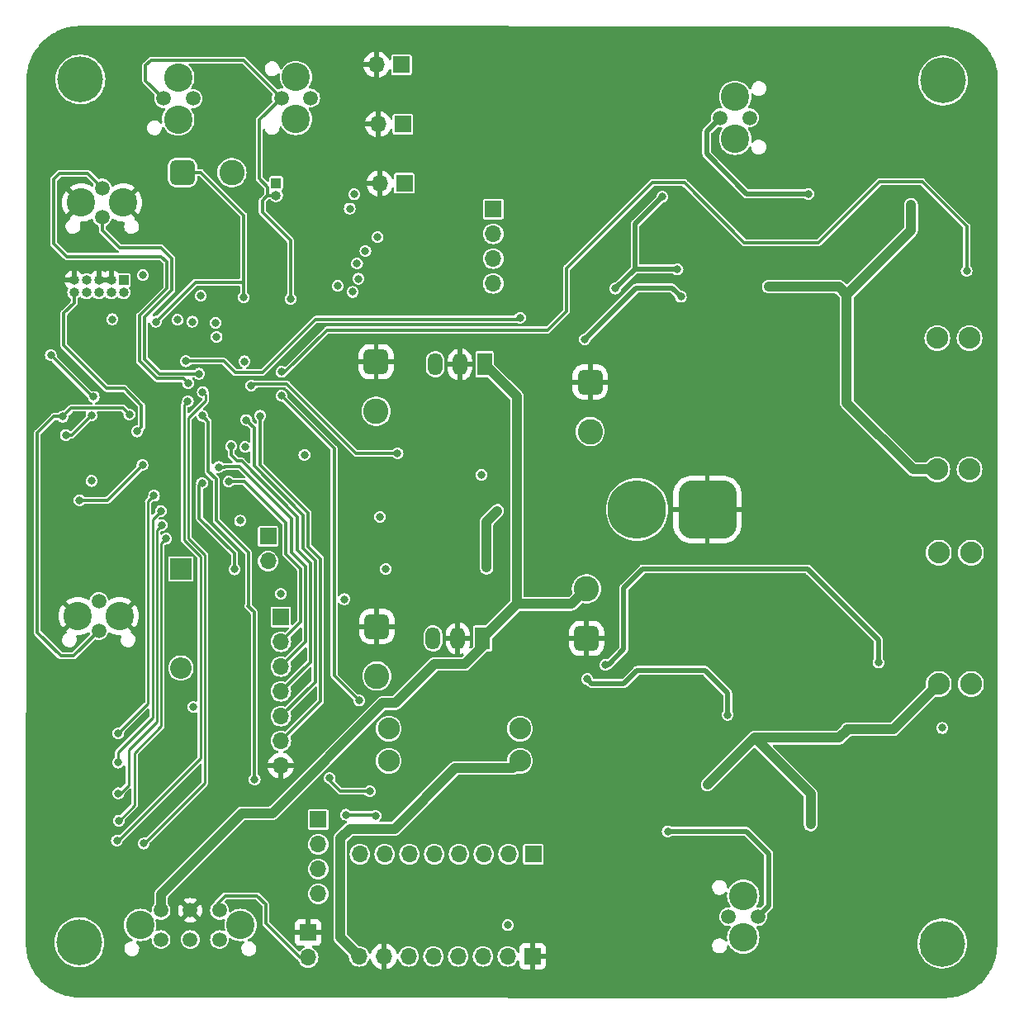
<source format=gbr>
%TF.GenerationSoftware,KiCad,Pcbnew,7.0.10*%
%TF.CreationDate,2024-11-02T13:10:28-06:00*%
%TF.ProjectId,RevA_Mecanismos,52657641-5f4d-4656-9361-6e69736d6f73,rev?*%
%TF.SameCoordinates,Original*%
%TF.FileFunction,Copper,L4,Bot*%
%TF.FilePolarity,Positive*%
%FSLAX46Y46*%
G04 Gerber Fmt 4.6, Leading zero omitted, Abs format (unit mm)*
G04 Created by KiCad (PCBNEW 7.0.10) date 2024-11-02 13:10:28*
%MOMM*%
%LPD*%
G01*
G04 APERTURE LIST*
G04 Aperture macros list*
%AMRoundRect*
0 Rectangle with rounded corners*
0 $1 Rounding radius*
0 $2 $3 $4 $5 $6 $7 $8 $9 X,Y pos of 4 corners*
0 Add a 4 corners polygon primitive as box body*
4,1,4,$2,$3,$4,$5,$6,$7,$8,$9,$2,$3,0*
0 Add four circle primitives for the rounded corners*
1,1,$1+$1,$2,$3*
1,1,$1+$1,$4,$5*
1,1,$1+$1,$6,$7*
1,1,$1+$1,$8,$9*
0 Add four rect primitives between the rounded corners*
20,1,$1+$1,$2,$3,$4,$5,0*
20,1,$1+$1,$4,$5,$6,$7,0*
20,1,$1+$1,$6,$7,$8,$9,0*
20,1,$1+$1,$8,$9,$2,$3,0*%
G04 Aperture macros list end*
%TA.AperFunction,ComponentPad*%
%ADD10C,1.520000*%
%TD*%
%TA.AperFunction,ComponentPad*%
%ADD11C,2.909999*%
%TD*%
%TA.AperFunction,ComponentPad*%
%ADD12RoundRect,0.650000X-0.650000X0.650000X-0.650000X-0.650000X0.650000X-0.650000X0.650000X0.650000X0*%
%TD*%
%TA.AperFunction,ComponentPad*%
%ADD13C,2.600000*%
%TD*%
%TA.AperFunction,ComponentPad*%
%ADD14RoundRect,0.650000X0.650000X-0.650000X0.650000X0.650000X-0.650000X0.650000X-0.650000X-0.650000X0*%
%TD*%
%TA.AperFunction,ComponentPad*%
%ADD15C,2.235200*%
%TD*%
%TA.AperFunction,ComponentPad*%
%ADD16C,4.700000*%
%TD*%
%TA.AperFunction,ComponentPad*%
%ADD17R,1.500000X2.300000*%
%TD*%
%TA.AperFunction,ComponentPad*%
%ADD18O,1.500000X2.300000*%
%TD*%
%TA.AperFunction,ComponentPad*%
%ADD19R,2.200000X2.200000*%
%TD*%
%TA.AperFunction,ComponentPad*%
%ADD20O,2.200000X2.200000*%
%TD*%
%TA.AperFunction,ComponentPad*%
%ADD21R,1.700000X1.700000*%
%TD*%
%TA.AperFunction,ComponentPad*%
%ADD22O,1.700000X1.700000*%
%TD*%
%TA.AperFunction,ComponentPad*%
%ADD23R,1.000000X1.000000*%
%TD*%
%TA.AperFunction,ComponentPad*%
%ADD24O,1.000000X1.000000*%
%TD*%
%TA.AperFunction,ComponentPad*%
%ADD25RoundRect,1.500000X1.500000X1.500000X-1.500000X1.500000X-1.500000X-1.500000X1.500000X-1.500000X0*%
%TD*%
%TA.AperFunction,ComponentPad*%
%ADD26C,6.000000*%
%TD*%
%TA.AperFunction,ComponentPad*%
%ADD27RoundRect,0.650000X-0.650000X-0.650000X0.650000X-0.650000X0.650000X0.650000X-0.650000X0.650000X0*%
%TD*%
%TA.AperFunction,ViaPad*%
%ADD28C,0.800000*%
%TD*%
%TA.AperFunction,Conductor*%
%ADD29C,0.300000*%
%TD*%
%TA.AperFunction,Conductor*%
%ADD30C,1.000000*%
%TD*%
%TA.AperFunction,Conductor*%
%ADD31C,0.250000*%
%TD*%
%TA.AperFunction,Conductor*%
%ADD32C,0.500000*%
%TD*%
G04 APERTURE END LIST*
D10*
%TO.P,J10,1,1*%
%TO.N,WP_+*%
X149060000Y-54725001D03*
%TO.P,J10,2,2*%
%TO.N,WP_-*%
X152059999Y-54725001D03*
D11*
%TO.P,J10,P1,P1*%
%TO.N,unconnected-(J10-PadP1)*%
X150560000Y-56874999D03*
%TO.P,J10,P2,P2*%
%TO.N,unconnected-(J10-PadP2)*%
X150560000Y-52575003D03*
%TD*%
D12*
%TO.P,TP2,1,1*%
%TO.N,GND*%
X113837000Y-106879900D03*
D13*
%TO.P,TP2,2,2*%
%TO.N,+5V*%
X113837000Y-111959900D03*
%TD*%
D14*
%TO.P,TP4,1,1*%
%TO.N,GND*%
X135327000Y-108091100D03*
D13*
%TO.P,TP4,2,2*%
%TO.N,+VMOT*%
X135327000Y-103011100D03*
%TD*%
D10*
%TO.P,J6,1,1*%
%TO.N,UART_TX*%
X85670000Y-61913900D03*
%TO.P,J6,2,2*%
%TO.N,UART_RX*%
X85670000Y-64913899D03*
D11*
%TO.P,J6,P1,P1*%
%TO.N,GND*%
X83520002Y-63413900D03*
%TO.P,J6,P2,P2*%
X87819998Y-63413900D03*
%TD*%
D15*
%TO.P,J20,1,1*%
%TO.N,+12V*%
X115052400Y-117339900D03*
%TO.P,J20,2,2*%
X115052400Y-120641900D03*
%TO.P,J20,3,3*%
%TO.N,Net-(J12-Pin_8)*%
X128514400Y-117339900D03*
%TO.P,J20,4,4*%
X128514400Y-120641900D03*
%TD*%
D16*
%TO.P,H2,1*%
%TO.N,N/C*%
X171877600Y-50890300D03*
%TD*%
D17*
%TO.P,U2,1,IN*%
%TO.N,+VMOT*%
X124875000Y-80000000D03*
D18*
%TO.P,U2,2,GND*%
%TO.N,GND*%
X122335000Y-80000000D03*
%TO.P,U2,3,OUT*%
%TO.N,+3.3V*%
X119795000Y-80000000D03*
%TD*%
D10*
%TO.P,J5,1,1*%
%TO.N,CAN_P*%
X94967800Y-52753502D03*
%TO.P,J5,2,2*%
%TO.N,CAN_N*%
X91967801Y-52753502D03*
D11*
%TO.P,J5,P1,P1*%
%TO.N,unconnected-(J5-PadP1)*%
X93467800Y-50603504D03*
%TO.P,J5,P2,P2*%
%TO.N,unconnected-(J5-PadP2)*%
X93467800Y-54903500D03*
%TD*%
D15*
%TO.P,J9,1,1*%
%TO.N,+12V*%
X174747800Y-99302700D03*
%TO.P,J9,2,2*%
X171445800Y-99302700D03*
%TO.P,J9,3,3*%
%TO.N,Net-(Q4-S)*%
X174747800Y-112764700D03*
%TO.P,J9,4,4*%
X171445800Y-112764700D03*
%TD*%
D10*
%TO.P,J11,1,1*%
%TO.N,WPM_+*%
X152900000Y-136625002D03*
%TO.P,J11,2,2*%
%TO.N,WPM_-*%
X149900001Y-136625002D03*
D11*
%TO.P,J11,P1,P1*%
%TO.N,unconnected-(J11-PadP1)*%
X151400000Y-134475004D03*
%TO.P,J11,P2,P2*%
%TO.N,unconnected-(J11-PadP2)*%
X151400000Y-138775000D03*
%TD*%
D19*
%TO.P,D1,1,K*%
%TO.N,+5V*%
X93735000Y-100979100D03*
D20*
%TO.P,D1,2,A*%
%TO.N,/Net-(D1-A)*%
X93735000Y-111139100D03*
%TD*%
D21*
%TO.P,J12,1,Pin_1*%
%TO.N,GND*%
X129789800Y-140704700D03*
D22*
%TO.P,J12,2,Pin_2*%
%TO.N,+3.3V*%
X127249800Y-140704700D03*
%TO.P,J12,3,Pin_3*%
%TO.N,M2B*%
X124709800Y-140704700D03*
%TO.P,J12,4,Pin_4*%
%TO.N,M2A*%
X122169800Y-140704700D03*
%TO.P,J12,5,Pin_5*%
%TO.N,M1A*%
X119629800Y-140704700D03*
%TO.P,J12,6,Pin_6*%
%TO.N,M1B*%
X117089800Y-140704700D03*
%TO.P,J12,7,Pin_7*%
%TO.N,GND*%
X114549800Y-140704700D03*
%TO.P,J12,8,Pin_8*%
%TO.N,Net-(J12-Pin_8)*%
X112009800Y-140704700D03*
%TD*%
D16*
%TO.P,H3,1*%
%TO.N,N/C*%
X83335600Y-139261700D03*
%TD*%
D23*
%TO.P,J3,1,Pin_1*%
%TO.N,Net-(J3-Pin_1)*%
X103500000Y-61405000D03*
D24*
%TO.P,J3,2,Pin_2*%
%TO.N,CAN_N*%
X103500000Y-62675000D03*
%TD*%
D21*
%TO.P,J21,1,Pin_1*%
%TO.N,M2B*%
X107818800Y-126658500D03*
D22*
%TO.P,J21,2,Pin_2*%
%TO.N,M2A*%
X107818800Y-129198500D03*
%TO.P,J21,3,Pin_3*%
%TO.N,M1A*%
X107818800Y-131738500D03*
%TO.P,J21,4,Pin_4*%
%TO.N,M1B*%
X107818800Y-134278500D03*
%TD*%
D21*
%TO.P,J14,1,Pin_1*%
%TO.N,GND*%
X106777400Y-138261300D03*
D22*
%TO.P,J14,2,Pin_2*%
%TO.N,Net-(J14-Pin_2)*%
X106777400Y-140801300D03*
%TD*%
D12*
%TO.P,TP1,1,1*%
%TO.N,GND*%
X135700000Y-81810000D03*
D13*
%TO.P,TP1,2,2*%
%TO.N,+12V*%
X135700000Y-86890000D03*
%TD*%
D25*
%TO.P,BT1,1,-*%
%TO.N,GND*%
X147708600Y-94883100D03*
D26*
%TO.P,BT1,2,+*%
%TO.N,Net-(BT1-+)*%
X140508600Y-94883100D03*
%TD*%
D12*
%TO.P,TP3,1,1*%
%TO.N,GND*%
X113756400Y-79736700D03*
D13*
%TO.P,TP3,2,2*%
%TO.N,+3.3V*%
X113756400Y-84816700D03*
%TD*%
D10*
%TO.P,J15,1,1*%
%TO.N,+VMOT*%
X91701401Y-135975701D03*
%TO.P,J15,2,2*%
%TO.N,GND*%
X94701400Y-135975701D03*
%TO.P,J15,3,3*%
%TO.N,Net-(J14-Pin_2)*%
X97701399Y-135975701D03*
%TO.P,J15,4,4*%
%TO.N,CAN_N*%
X91701401Y-138975700D03*
%TO.P,J15,5,5*%
%TO.N,CAN_P*%
X94701400Y-138975700D03*
%TO.P,J15,6,6*%
%TO.N,unconnected-(J15-Pad6)*%
X97701399Y-138975700D03*
D11*
%TO.P,J15,P1,P1*%
%TO.N,unconnected-(J15-PadP1)*%
X89551403Y-137475701D03*
%TO.P,J15,P2,P2*%
%TO.N,unconnected-(J15-PadP2)*%
X99851397Y-137475701D03*
%TD*%
D21*
%TO.P,J18,1,Pin_1*%
%TO.N,+5V*%
X116494600Y-55383800D03*
D22*
%TO.P,J18,2,Pin_2*%
%TO.N,GND*%
X113954600Y-55383800D03*
%TD*%
D17*
%TO.P,U3,1,IN*%
%TO.N,+VMOT*%
X124672000Y-108092500D03*
D18*
%TO.P,U3,2,GND*%
%TO.N,GND*%
X122132000Y-108092500D03*
%TO.P,U3,3,OUT*%
%TO.N,+5V*%
X119592000Y-108092500D03*
%TD*%
D16*
%TO.P,H1,1*%
%TO.N,N/C*%
X83434800Y-50788700D03*
%TD*%
D27*
%TO.P,TP5,1,1*%
%TO.N,CAN_RX*%
X93886400Y-60325700D03*
D13*
%TO.P,TP5,2,2*%
%TO.N,CAN_TX*%
X98966400Y-60325700D03*
%TD*%
D21*
%TO.P,J13,1,Pin_1*%
%TO.N,STPR_DIR*%
X129866000Y-130214500D03*
D22*
%TO.P,J13,2,Pin_2*%
%TO.N,STPR_STEP*%
X127326000Y-130214500D03*
%TO.P,J13,3,Pin_3*%
%TO.N,unconnected-(J13-Pin_3-Pad3)*%
X124786000Y-130214500D03*
%TO.P,J13,4,Pin_4*%
%TO.N,unconnected-(J13-Pin_4-Pad4)*%
X122246000Y-130214500D03*
%TO.P,J13,5,Pin_5*%
%TO.N,unconnected-(J13-Pin_5-Pad5)*%
X119706000Y-130214500D03*
%TO.P,J13,6,Pin_6*%
%TO.N,unconnected-(J13-Pin_6-Pad6)*%
X117166000Y-130214500D03*
%TO.P,J13,7,Pin_7*%
%TO.N,unconnected-(J13-Pin_7-Pad7)*%
X114626000Y-130214500D03*
%TO.P,J13,8,Pin_8*%
%TO.N,STPR_EN*%
X112086000Y-130214500D03*
%TD*%
D21*
%TO.P,J17,1,Pin_1*%
%TO.N,+3.3V*%
X116350000Y-49275000D03*
D22*
%TO.P,J17,2,Pin_2*%
%TO.N,GND*%
X113810000Y-49275000D03*
%TD*%
D15*
%TO.P,J8,1,1*%
%TO.N,+12V*%
X174595400Y-77306300D03*
%TO.P,J8,2,2*%
X171293400Y-77306300D03*
%TO.P,J8,3,3*%
%TO.N,Net-(Q3-S)*%
X174595400Y-90768300D03*
%TO.P,J8,4,4*%
X171293400Y-90768300D03*
%TD*%
D21*
%TO.P,J1,1,Pin_1*%
%TO.N,+5V*%
X102676400Y-97635700D03*
D22*
%TO.P,J1,2,Pin_2*%
%TO.N,/Net-(D1-A)*%
X102676400Y-100175700D03*
%TD*%
D16*
%TO.P,H4,1*%
%TO.N,N/C*%
X171801400Y-139383900D03*
%TD*%
D10*
%TO.P,J7,1,1*%
%TO.N,CAN_P*%
X107034400Y-52696499D03*
%TO.P,J7,2,2*%
%TO.N,CAN_N*%
X104034401Y-52696499D03*
D11*
%TO.P,J7,P1,P1*%
%TO.N,unconnected-(J7-PadP1)*%
X105534400Y-50546501D03*
%TO.P,J7,P2,P2*%
%TO.N,unconnected-(J7-PadP2)*%
X105534400Y-54846497D03*
%TD*%
D21*
%TO.P,J22,1,Pin_1*%
%TO.N,SB1*%
X125760000Y-64085000D03*
D22*
%TO.P,J22,2,Pin_2*%
%TO.N,SB2*%
X125760000Y-66625000D03*
%TO.P,J22,3,Pin_3*%
%TO.N,SB3*%
X125760000Y-69165000D03*
%TO.P,J22,4,Pin_4*%
%TO.N,SB4*%
X125760000Y-71705000D03*
%TD*%
D21*
%TO.P,J19,1,Pin_1*%
%TO.N,+12V*%
X116650000Y-61425000D03*
D22*
%TO.P,J19,2,Pin_2*%
%TO.N,GND*%
X114110000Y-61425000D03*
%TD*%
D23*
%TO.P,J2,1,VTref*%
%TO.N,+3.3V*%
X87866400Y-71355700D03*
D24*
%TO.P,J2,2,SWDIO/TMS*%
%TO.N,SWDIO*%
X87866400Y-72625700D03*
%TO.P,J2,3,GND*%
%TO.N,GND*%
X86596400Y-71355700D03*
%TO.P,J2,4,SWCLK/TCK*%
%TO.N,SWCLK*%
X86596400Y-72625700D03*
%TO.P,J2,5,GND*%
%TO.N,GND*%
X85326400Y-71355700D03*
%TO.P,J2,6,SWO/TDO*%
%TO.N,SWO*%
X85326400Y-72625700D03*
%TO.P,J2,7,KEY*%
%TO.N,unconnected-(J2-KEY-Pad7)*%
X84056400Y-71355700D03*
%TO.P,J2,8,NC/TDI*%
%TO.N,unconnected-(J2-NC{slash}TDI-Pad8)*%
X84056400Y-72625700D03*
%TO.P,J2,9,GNDDetect*%
%TO.N,GND*%
X82786400Y-71355700D03*
%TO.P,J2,10,~{RESET}*%
%TO.N,NRST*%
X82786400Y-72625700D03*
%TD*%
D21*
%TO.P,J16,1,Pin_1*%
%TO.N,+3.3V*%
X103983400Y-105906700D03*
D22*
%TO.P,J16,2,Pin_2*%
%TO.N,IO_2*%
X103983400Y-108446700D03*
%TO.P,J16,3,Pin_3*%
%TO.N,IO_3*%
X103983400Y-110986700D03*
%TO.P,J16,4,Pin_4*%
%TO.N,IO_4*%
X103983400Y-113526700D03*
%TO.P,J16,5,Pin_5*%
%TO.N,IO_5*%
X103983400Y-116066700D03*
%TO.P,J16,6,Pin_6*%
%TO.N,IO_6*%
X103983400Y-118606700D03*
%TO.P,J16,7,Pin_7*%
%TO.N,GND*%
X103983400Y-121146700D03*
%TD*%
D10*
%TO.P,J4,1,1*%
%TO.N,SCL*%
X85314400Y-104303701D03*
%TO.P,J4,2,2*%
%TO.N,SDA*%
X85314400Y-107303700D03*
D11*
%TO.P,J4,P1,P1*%
%TO.N,GND*%
X83164402Y-105803701D03*
%TO.P,J4,P2,P2*%
X87464398Y-105803701D03*
%TD*%
D28*
%TO.N,+3.3V*%
X111050000Y-64025000D03*
X95026400Y-115125700D03*
X89835600Y-70854700D03*
X104000000Y-103525000D03*
X100250000Y-79700000D03*
X95776400Y-72975700D03*
X127251400Y-137500700D03*
X99800000Y-96025000D03*
X84587400Y-91951500D03*
X86701400Y-75376400D03*
X100325800Y-88475000D03*
%TO.N,HSE_IN*%
X89800000Y-90325000D03*
X83350000Y-93925000D03*
%TO.N,NRST*%
X89270000Y-86875000D03*
%TO.N,+VMOT*%
X106400000Y-89275000D03*
X114150000Y-95625000D03*
%TO.N,+5V*%
X110500000Y-104075000D03*
X111500000Y-62575000D03*
X111350000Y-72575000D03*
%TO.N,CAN_P*%
X109825700Y-71950700D03*
%TO.N,CAN_N*%
X104976400Y-73300700D03*
%TO.N,DEBUG_1*%
X87326400Y-117825700D03*
X90976400Y-93475700D03*
%TO.N,DEBUG_2*%
X91676400Y-95025700D03*
X87326400Y-120825700D03*
%TO.N,DEBUG_3*%
X87326400Y-123975700D03*
X91776400Y-96475700D03*
%TO.N,DEBUG_4*%
X92226400Y-97875700D03*
X87376400Y-126775700D03*
%TO.N,DEBUG_5*%
X87176400Y-128825700D03*
X94450000Y-83775000D03*
%TO.N,DEBUG_6*%
X89926400Y-129125700D03*
X95973549Y-82828550D03*
%TO.N,CAN_RX*%
X100176400Y-73125700D03*
X91176400Y-75625700D03*
%TO.N,SDA*%
X88450000Y-85125000D03*
X81631400Y-85358100D03*
%TO.N,SCL*%
X84800000Y-83325000D03*
X80400000Y-79075000D03*
%TO.N,UART_TX*%
X94470000Y-81935000D03*
%TO.N,UART_RX*%
X95600000Y-80965000D03*
%TO.N,IO_1*%
X99240000Y-101015000D03*
X95900000Y-92175000D03*
%TO.N,IO_2*%
X98626400Y-92025700D03*
%TO.N,IO_3*%
X97601400Y-90525700D03*
%TO.N,IO_4*%
X98876400Y-88375700D03*
%TO.N,IO_5*%
X100451400Y-85700700D03*
%TO.N,IO_6*%
X101876400Y-85275700D03*
%TO.N,BOOT0*%
X81936200Y-87237700D03*
X84577800Y-85231100D03*
%TO.N,+12V*%
X124550000Y-91325000D03*
%TO.N,Net-(Q3-S)*%
X162000000Y-72855000D03*
X138300000Y-72225000D03*
X154000000Y-72025000D03*
X168600000Y-63625000D03*
X143100000Y-62825000D03*
X144650000Y-70275000D03*
%TO.N,Net-(Q4-S)*%
X158300000Y-127175000D03*
X147750000Y-123075000D03*
X152550000Y-118325000D03*
X162060000Y-117425000D03*
%TO.N,IO_7*%
X97400000Y-77175000D03*
X113910000Y-66965000D03*
%TO.N,IO_8*%
X112650000Y-68375000D03*
X97294669Y-75730331D03*
%TO.N,IO_9*%
X94900000Y-75625000D03*
X111800000Y-69675000D03*
%TO.N,IO_10*%
X111950000Y-71225000D03*
X93400000Y-75425000D03*
%TO.N,STPR_STEP*%
X110650000Y-126175000D03*
X95950000Y-85275000D03*
X113700000Y-126275000D03*
X101300000Y-122575000D03*
%TO.N,STPR_DIR*%
X109000000Y-122425000D03*
X113100000Y-123775000D03*
%TO.N,WP_+*%
X158050000Y-62525000D03*
%TO.N,WPM_+*%
X143650000Y-127875000D03*
%TO.N,WPM_TIM1_CH1N*%
X112000000Y-114475000D03*
X104050000Y-83225000D03*
%TO.N,WPM_TIM1_CH1*%
X171800000Y-117275000D03*
X114750000Y-100975000D03*
%TO.N,WP_TIM1_CH2N*%
X174300000Y-70425000D03*
X104050000Y-80775000D03*
%TO.N,WP_TIM1_CH2*%
X128500000Y-75225000D03*
X94250000Y-79675000D03*
%TO.N,Net-(Q2-Pad1)*%
X126175000Y-95025000D03*
X125075000Y-100850000D03*
%TO.N,LEVEL_SHIFTER*%
X100950000Y-82175000D03*
X115950000Y-89125000D03*
%TO.N,Net-(U5-G)*%
X149800000Y-115925000D03*
X135400000Y-112275000D03*
%TO.N,Net-(U6-G)*%
X135150000Y-77425000D03*
X145000000Y-73075000D03*
%TO.N,Net-(U7-G)*%
X137250000Y-110825000D03*
X165250000Y-110575000D03*
%TD*%
D29*
%TO.N,HSE_IN*%
X83350000Y-93925000D02*
X86200000Y-93925000D01*
X86200000Y-93925000D02*
X89800000Y-90325000D01*
%TO.N,NRST*%
X87976400Y-82475700D02*
X86126400Y-82475700D01*
X82786400Y-73715700D02*
X82786400Y-72625700D01*
X81726400Y-74775700D02*
X82786400Y-73715700D01*
X89700000Y-86445000D02*
X89700000Y-84199300D01*
X81726400Y-78075700D02*
X81726400Y-74775700D01*
X89270000Y-86875000D02*
X89700000Y-86445000D01*
X86126400Y-82475700D02*
X81726400Y-78075700D01*
X89700000Y-84199300D02*
X87976400Y-82475700D01*
D30*
%TO.N,+VMOT*%
X124672000Y-108092500D02*
X128200000Y-104564500D01*
X133773600Y-104564500D02*
X135327000Y-103011100D01*
X100000000Y-126025000D02*
X91701401Y-134323599D01*
X119750000Y-110725000D02*
X115750000Y-114725000D01*
X128200000Y-83325000D02*
X124875000Y-80000000D01*
X124672000Y-108092500D02*
X124672000Y-108903000D01*
X128200000Y-104564500D02*
X128200000Y-83325000D01*
X115750000Y-114725000D02*
X114400000Y-114725000D01*
X103100000Y-126025000D02*
X100000000Y-126025000D01*
X124672000Y-108903000D02*
X122850000Y-110725000D01*
X91701401Y-134323599D02*
X91701401Y-135975701D01*
X114400000Y-114725000D02*
X103100000Y-126025000D01*
X122850000Y-110725000D02*
X119750000Y-110725000D01*
X128200000Y-104564500D02*
X133773600Y-104564500D01*
D29*
%TO.N,CAN_N*%
X104976400Y-67325700D02*
X102076400Y-64425700D01*
X90117800Y-50903501D02*
X90117800Y-49376569D01*
X102650000Y-61825000D02*
X101776400Y-60951400D01*
X101776400Y-54954500D02*
X104034401Y-52696499D01*
X102076400Y-63225700D02*
X102650000Y-62652100D01*
X102650000Y-62652100D02*
X102672900Y-62675000D01*
X102650000Y-62652100D02*
X102650000Y-61825000D01*
X90695864Y-48798505D02*
X100136407Y-48798505D01*
X100136407Y-48798505D02*
X104034401Y-52696499D01*
X101776400Y-60951400D02*
X101776400Y-54954500D01*
X102672900Y-62675000D02*
X103500000Y-62675000D01*
X91967801Y-52753502D02*
X90117800Y-50903501D01*
X104976400Y-73300700D02*
X104976400Y-67325700D01*
X90117800Y-49376569D02*
X90695864Y-48798505D01*
X102076400Y-64425700D02*
X102076400Y-63225700D01*
D31*
%TO.N,DEBUG_1*%
X90376400Y-114775700D02*
X87326400Y-117825700D01*
X90376400Y-94075700D02*
X90376400Y-114775700D01*
X90976400Y-93475700D02*
X90376400Y-94075700D01*
%TO.N,DEBUG_2*%
X91676400Y-95025700D02*
X90826400Y-95875700D01*
X90826400Y-116250700D02*
X87326400Y-119750700D01*
X87326400Y-119750700D02*
X87326400Y-120825700D01*
X90826400Y-95875700D02*
X90826400Y-116250700D01*
%TO.N,DEBUG_3*%
X88376400Y-123125700D02*
X87526400Y-123975700D01*
X91276400Y-116625700D02*
X89826400Y-118075700D01*
X91276400Y-96975700D02*
X91276400Y-97625700D01*
X88376400Y-119525700D02*
X88376400Y-123125700D01*
X89826400Y-118075700D02*
X88376400Y-119525700D01*
X91276400Y-97625700D02*
X91276400Y-116625700D01*
X87526400Y-123975700D02*
X87326400Y-123975700D01*
X91776400Y-96475700D02*
X91276400Y-96975700D01*
%TO.N,DEBUG_4*%
X92226400Y-97875700D02*
X91726400Y-98375700D01*
X91726400Y-117075700D02*
X88976400Y-119825700D01*
X91726400Y-116725700D02*
X91726400Y-117075700D01*
X87376400Y-126825700D02*
X87376400Y-126825700D01*
X87376400Y-126775700D02*
X87376400Y-126825700D01*
X88976400Y-119825700D02*
X88976400Y-125225700D01*
X87426400Y-126775700D02*
X87376400Y-126775700D01*
X88976400Y-125225700D02*
X87426400Y-126775700D01*
X91726400Y-98375700D02*
X91726400Y-116725700D01*
%TO.N,DEBUG_5*%
X87326400Y-128825700D02*
X87176400Y-128825700D01*
X94076400Y-98025700D02*
X95751400Y-99700700D01*
X95751400Y-99700700D02*
X95751400Y-120400700D01*
X94076400Y-84148600D02*
X94076400Y-98025700D01*
X94450000Y-83775000D02*
X94076400Y-84148600D01*
X95751400Y-120400700D02*
X87326400Y-128825700D01*
%TO.N,DEBUG_6*%
X95973549Y-82828550D02*
X96276400Y-83131401D01*
X89926400Y-129175700D02*
X89876400Y-129225700D01*
X96201400Y-99514304D02*
X96201400Y-122900700D01*
X96276400Y-83748600D02*
X94526400Y-85498600D01*
X96201400Y-122900700D02*
X89976400Y-129125700D01*
X94526400Y-85498600D02*
X94526400Y-97839304D01*
X96276400Y-83131401D02*
X96276400Y-83748600D01*
X89976400Y-129125700D02*
X89926400Y-129125700D01*
X94526400Y-97839304D02*
X96201400Y-99514304D01*
X89926400Y-129125700D02*
X89926400Y-129175700D01*
D29*
%TO.N,CAN_RX*%
X93886400Y-60325700D02*
X95776400Y-60325700D01*
X91176400Y-75625700D02*
X95227100Y-71575000D01*
X95227100Y-71575000D02*
X100176400Y-71575000D01*
X100176400Y-71575000D02*
X100176400Y-73125700D01*
X95776400Y-60325700D02*
X100176400Y-64725700D01*
X100176400Y-64725700D02*
X100176400Y-71575000D01*
%TO.N,SDA*%
X82508400Y-84481100D02*
X81631400Y-85358100D01*
X80694000Y-85358100D02*
X79026400Y-87025700D01*
X81426400Y-109875700D02*
X82742400Y-109875700D01*
X79026400Y-107475700D02*
X81426400Y-109875700D01*
X82742400Y-109875700D02*
X85314400Y-107303700D01*
X81631400Y-85358100D02*
X80694000Y-85358100D01*
X88450000Y-85125000D02*
X87806100Y-84481100D01*
X87806100Y-84481100D02*
X82508400Y-84481100D01*
X79026400Y-87025700D02*
X79026400Y-107475700D01*
%TO.N,SCL*%
X80400000Y-79075000D02*
X84650000Y-83325000D01*
X84650000Y-83325000D02*
X84800000Y-83325000D01*
%TO.N,UART_TX*%
X91740000Y-68945000D02*
X82020000Y-68945000D01*
X91290000Y-81465000D02*
X89510000Y-79685000D01*
X94000000Y-81465000D02*
X91290000Y-81465000D01*
X89510000Y-79685000D02*
X89510000Y-74987894D01*
X94470000Y-81935000D02*
X94000000Y-81465000D01*
X92310000Y-69515000D02*
X91740000Y-68945000D01*
X81300000Y-60425000D02*
X84181100Y-60425000D01*
X89510000Y-74987894D02*
X92310000Y-72187894D01*
X92310000Y-72187894D02*
X92310000Y-69515000D01*
X84181100Y-60425000D02*
X85670000Y-61913900D01*
X82020000Y-68945000D02*
X80670000Y-67595000D01*
X80670000Y-61055000D02*
X81300000Y-60425000D01*
X80670000Y-67595000D02*
X80670000Y-61055000D01*
%TO.N,UART_RX*%
X87430000Y-68025000D02*
X85670000Y-66265000D01*
X90010000Y-75195000D02*
X92810000Y-72395000D01*
X90010000Y-79435000D02*
X90010000Y-75195000D01*
X91690000Y-68025000D02*
X87430000Y-68025000D01*
X92810000Y-69145000D02*
X91690000Y-68025000D01*
X92810000Y-72395000D02*
X92810000Y-69145000D01*
X85670000Y-66265000D02*
X85670000Y-64913899D01*
X91540000Y-80965000D02*
X90010000Y-79435000D01*
X95600000Y-80965000D02*
X91540000Y-80965000D01*
%TO.N,IO_1*%
X95626400Y-92448600D02*
X95626400Y-95775700D01*
X95900000Y-92175000D02*
X95626400Y-92448600D01*
X95626400Y-95775700D02*
X99240000Y-99389300D01*
X99240000Y-99389300D02*
X99240000Y-101015000D01*
%TO.N,IO_2*%
X106000000Y-100949300D02*
X106000000Y-106430100D01*
X104526400Y-99475700D02*
X106000000Y-100949300D01*
X100276400Y-92025700D02*
X104526400Y-96275700D01*
X98626400Y-92025700D02*
X100276400Y-92025700D01*
X104526400Y-96275700D02*
X104526400Y-99475700D01*
X106000000Y-106430100D02*
X103983400Y-108446700D01*
%TO.N,IO_3*%
X105076400Y-99318594D02*
X106500000Y-100742193D01*
X105076400Y-95775700D02*
X105076400Y-99318594D01*
X99776400Y-90475700D02*
X105076400Y-95775700D01*
X106500000Y-108470100D02*
X103983400Y-110986700D01*
X98237061Y-90475700D02*
X99776400Y-90475700D01*
X98187061Y-90525700D02*
X98237061Y-90475700D01*
X97601400Y-90525700D02*
X98187061Y-90525700D01*
X106500000Y-100742193D02*
X106500000Y-108470100D01*
%TO.N,IO_4*%
X107000000Y-100399300D02*
X107000000Y-110510100D01*
X105676400Y-95625700D02*
X105676400Y-99075700D01*
X105676400Y-99075700D02*
X107000000Y-100399300D01*
X107000000Y-110510100D02*
X103983400Y-113526700D01*
X99526400Y-89925700D02*
X99976400Y-89925700D01*
X98876400Y-89275700D02*
X99526400Y-89925700D01*
X99976400Y-89925700D02*
X105676400Y-95625700D01*
X98876400Y-88375700D02*
X98876400Y-89275700D01*
%TO.N,IO_5*%
X107500000Y-100099300D02*
X107500000Y-112550100D01*
X106276400Y-95475700D02*
X106276400Y-98875700D01*
X101226400Y-90425700D02*
X106276400Y-95475700D01*
X100451400Y-85700700D02*
X101226400Y-86475700D01*
X106276400Y-98875700D02*
X107500000Y-100099300D01*
X101226400Y-86475700D02*
X101226400Y-90425700D01*
X107500000Y-112550100D02*
X103983400Y-116066700D01*
%TO.N,IO_6*%
X103983400Y-118606700D02*
X108050000Y-114540100D01*
X108050000Y-114540100D02*
X108050000Y-99942194D01*
X101876400Y-90325700D02*
X101876400Y-85275700D01*
X106776400Y-95225700D02*
X101876400Y-90325700D01*
X108050000Y-99942194D02*
X106776400Y-98668594D01*
X106776400Y-98668594D02*
X106776400Y-95225700D01*
%TO.N,BOOT0*%
X82571200Y-87237700D02*
X84577800Y-85231100D01*
X81936200Y-87237700D02*
X82571200Y-87237700D01*
D30*
%TO.N,Net-(Q3-S)*%
X168843300Y-90768300D02*
X171293400Y-90768300D01*
X168600000Y-66255000D02*
X162000000Y-72855000D01*
D32*
X143100000Y-62825000D02*
X140300000Y-65625000D01*
D30*
X162000000Y-72855000D02*
X162000000Y-83925000D01*
D32*
X144600000Y-70225000D02*
X140300000Y-70225000D01*
D30*
X168600000Y-63625000D02*
X168600000Y-66255000D01*
D32*
X144650000Y-70275000D02*
X144650000Y-70225000D01*
X144650000Y-70275000D02*
X144600000Y-70225000D01*
D30*
X161170000Y-72025000D02*
X162000000Y-72855000D01*
X154000000Y-72025000D02*
X161170000Y-72025000D01*
X162000000Y-83925000D02*
X168843300Y-90768300D01*
D32*
X140300000Y-70225000D02*
X138300000Y-72225000D01*
X140300000Y-65625000D02*
X140300000Y-70225000D01*
%TO.N,Net-(Q4-S)*%
X152550000Y-118275000D02*
X152550000Y-118275000D01*
D30*
X158300000Y-127175000D02*
X158300000Y-124025000D01*
X166785500Y-117425000D02*
X171445800Y-112764700D01*
X161250000Y-118275000D02*
X162060000Y-117465000D01*
X158300000Y-124025000D02*
X152550000Y-118275000D01*
X162060000Y-117465000D02*
X162060000Y-117425000D01*
X152550000Y-118275000D02*
X161250000Y-118275000D01*
X147750000Y-123075000D02*
X152500000Y-118325000D01*
D32*
X152500000Y-118325000D02*
X152550000Y-118325000D01*
X152550000Y-118325000D02*
X152550000Y-118275000D01*
D30*
X162060000Y-117425000D02*
X166785500Y-117425000D01*
D29*
%TO.N,STPR_STEP*%
X100600000Y-104775000D02*
X101250000Y-105425000D01*
X95950000Y-85275000D02*
X96550000Y-85875000D01*
X96550000Y-85875000D02*
X96550000Y-90975000D01*
X100650000Y-104725000D02*
X100600000Y-104775000D01*
X101300000Y-122575000D02*
X101250000Y-122475000D01*
X110650000Y-126175000D02*
X110750000Y-126275000D01*
X101250000Y-105425000D02*
X101300000Y-122575000D01*
X100650000Y-99325000D02*
X100650000Y-104725000D01*
X113450000Y-126175000D02*
X110650000Y-126175000D01*
X96550000Y-90975000D02*
X97350000Y-91775000D01*
X97350000Y-91775000D02*
X97350000Y-96025000D01*
X113550000Y-126275000D02*
X113450000Y-126175000D01*
X97350000Y-96025000D02*
X100650000Y-99325000D01*
X113700000Y-126275000D02*
X113550000Y-126275000D01*
%TO.N,STPR_DIR*%
X109000000Y-122675000D02*
X110100000Y-123775000D01*
X109000000Y-122425000D02*
X109000000Y-122675000D01*
X110100000Y-123775000D02*
X113100000Y-123775000D01*
D32*
%TO.N,WP_+*%
X151750000Y-62525000D02*
X147650000Y-58425000D01*
X147650000Y-58425000D02*
X147650000Y-56135001D01*
X149060000Y-54725001D02*
X149060000Y-54491600D01*
X147650000Y-56135001D02*
X149060000Y-54725001D01*
X158050000Y-62525000D02*
X151750000Y-62525000D01*
%TO.N,WPM_+*%
X154000000Y-135525002D02*
X152900000Y-136625002D01*
X154000000Y-130175000D02*
X154000000Y-135525002D01*
X151700000Y-127875000D02*
X154000000Y-130175000D01*
X143650000Y-127875000D02*
X151700000Y-127875000D01*
X152683900Y-136208900D02*
X153206350Y-136208900D01*
D29*
%TO.N,WPM_TIM1_CH1N*%
X109450000Y-88625000D02*
X104050000Y-83225000D01*
X112000000Y-114475000D02*
X109450000Y-111925000D01*
X109450000Y-111925000D02*
X109450000Y-88625000D01*
%TO.N,WP_TIM1_CH2N*%
X145350000Y-61375000D02*
X151500000Y-67525000D01*
X104400000Y-80775000D02*
X108700000Y-76475000D01*
X169750000Y-61275000D02*
X174300000Y-65825000D01*
X165350000Y-61275000D02*
X169750000Y-61275000D01*
X151500000Y-67525000D02*
X159100000Y-67525000D01*
X133300000Y-74525000D02*
X133300000Y-70125000D01*
X108700000Y-76475000D02*
X131350000Y-76475000D01*
X104050000Y-80775000D02*
X104400000Y-80775000D01*
X159100000Y-67525000D02*
X165350000Y-61275000D01*
X174300000Y-65825000D02*
X174300000Y-70425000D01*
X133300000Y-70125000D02*
X142050000Y-61375000D01*
X131350000Y-76475000D02*
X133300000Y-74525000D01*
X142050000Y-61375000D02*
X145350000Y-61375000D01*
%TO.N,WP_TIM1_CH2*%
X128500000Y-75225000D02*
X128350000Y-75375000D01*
X98150000Y-79675000D02*
X94250000Y-79675000D01*
X107550000Y-75375000D02*
X102100000Y-80825000D01*
X99300000Y-80825000D02*
X98150000Y-79675000D01*
X102100000Y-80825000D02*
X99300000Y-80825000D01*
X128350000Y-75375000D02*
X107550000Y-75375000D01*
D30*
%TO.N,Net-(J12-Pin_8)*%
X110060000Y-128615000D02*
X111050000Y-127625000D01*
X111050000Y-127625000D02*
X115650000Y-127625000D01*
X115650000Y-127625000D02*
X121883100Y-121391900D01*
X121883100Y-121391900D02*
X127764400Y-121391900D01*
X110060000Y-138754900D02*
X110060000Y-128615000D01*
X112009800Y-140704700D02*
X110060000Y-138754900D01*
X127764400Y-121391900D02*
X128514400Y-120641900D01*
%TO.N,Net-(Q2-Pad1)*%
X125075000Y-96125000D02*
X126175000Y-95025000D01*
X125075000Y-100850000D02*
X125075000Y-96125000D01*
D29*
%TO.N,LEVEL_SHIFTER*%
X101100000Y-82025000D02*
X104600000Y-82025000D01*
X104600000Y-82025000D02*
X111700000Y-89125000D01*
X111700000Y-89125000D02*
X115950000Y-89125000D01*
X100950000Y-82175000D02*
X101100000Y-82025000D01*
X115950000Y-89125000D02*
X115950000Y-89075000D01*
D32*
%TO.N,Net-(U5-G)*%
X149800000Y-115925000D02*
X149800000Y-113700000D01*
X140500000Y-111375000D02*
X139150000Y-112725000D01*
X139150000Y-112725000D02*
X135850000Y-112725000D01*
X147475000Y-111375000D02*
X140500000Y-111375000D01*
X135850000Y-112725000D02*
X135400000Y-112275000D01*
X149800000Y-113700000D02*
X147475000Y-111375000D01*
%TO.N,Net-(U6-G)*%
X144100000Y-72175000D02*
X140400000Y-72175000D01*
X140400000Y-72175000D02*
X135150000Y-77425000D01*
X145000000Y-73075000D02*
X144100000Y-72175000D01*
%TO.N,Net-(U7-G)*%
X165250000Y-108225000D02*
X165250000Y-110575000D01*
X141100000Y-100975000D02*
X158000000Y-100975000D01*
X139150000Y-109225000D02*
X139150000Y-102925000D01*
X137250000Y-110825000D02*
X137550000Y-110825000D01*
X158000000Y-100975000D02*
X165250000Y-108225000D01*
X137550000Y-110825000D02*
X139150000Y-109225000D01*
X139150000Y-102925000D02*
X141100000Y-100975000D01*
D29*
%TO.N,Net-(J14-Pin_2)*%
X102426400Y-137275700D02*
X105952000Y-140801300D01*
X102426400Y-135375700D02*
X102426400Y-137275700D01*
X101531601Y-134480901D02*
X102426400Y-135375700D01*
X105952000Y-140801300D02*
X106777400Y-140801300D01*
X98269199Y-134480901D02*
X101531601Y-134480901D01*
X97509199Y-135240901D02*
X98269199Y-134480901D01*
%TD*%
%TA.AperFunction,Conductor*%
%TO.N,GND*%
G36*
X84051595Y-60795185D02*
G01*
X84072237Y-60811819D01*
X84731968Y-61471550D01*
X84765453Y-61532873D01*
X84762948Y-61595226D01*
X84736969Y-61680869D01*
X84698672Y-61739307D01*
X84634860Y-61767764D01*
X84565793Y-61757204D01*
X84558881Y-61753706D01*
X84334218Y-61631030D01*
X84334219Y-61631030D01*
X84072188Y-61533298D01*
X83798945Y-61473858D01*
X83798938Y-61473857D01*
X83520003Y-61453907D01*
X83520001Y-61453907D01*
X83241065Y-61473857D01*
X83241058Y-61473858D01*
X82967815Y-61533298D01*
X82705785Y-61631030D01*
X82460355Y-61765045D01*
X82460347Y-61765050D01*
X82325585Y-61865930D01*
X82861124Y-62401469D01*
X82704721Y-62519579D01*
X82554272Y-62684614D01*
X82509489Y-62756940D01*
X81972032Y-62219483D01*
X81871152Y-62354245D01*
X81871147Y-62354253D01*
X81737132Y-62599683D01*
X81639400Y-62861713D01*
X81579960Y-63134956D01*
X81579959Y-63134963D01*
X81560009Y-63413898D01*
X81560009Y-63413901D01*
X81579959Y-63692836D01*
X81579960Y-63692843D01*
X81639400Y-63966086D01*
X81737132Y-64228116D01*
X81871147Y-64473546D01*
X81871152Y-64473554D01*
X81972032Y-64608315D01*
X82509488Y-64070858D01*
X82554272Y-64143186D01*
X82704721Y-64308221D01*
X82861123Y-64426329D01*
X82325585Y-64961867D01*
X82325586Y-64961868D01*
X82332342Y-64966926D01*
X82374214Y-65022859D01*
X82379198Y-65092551D01*
X82345713Y-65153874D01*
X82326171Y-65169794D01*
X82177832Y-65267357D01*
X82055834Y-65396667D01*
X81966945Y-65550628D01*
X81966944Y-65550630D01*
X81966944Y-65550631D01*
X81955248Y-65589699D01*
X81915956Y-65720941D01*
X81915955Y-65720946D01*
X81905619Y-65898419D01*
X81905619Y-65898420D01*
X81935600Y-66068456D01*
X81936490Y-66073499D01*
X81956470Y-66119818D01*
X82006905Y-66236739D01*
X82063691Y-66313015D01*
X82113068Y-66379339D01*
X82249255Y-66493614D01*
X82297726Y-66517957D01*
X82408119Y-66573399D01*
X82408120Y-66573399D01*
X82408124Y-66573401D01*
X82581111Y-66614400D01*
X82581114Y-66614400D01*
X82714286Y-66614400D01*
X82714293Y-66614400D01*
X82846578Y-66598938D01*
X83013636Y-66538134D01*
X83162169Y-66440443D01*
X83284168Y-66311131D01*
X83373058Y-66157169D01*
X83424046Y-65986858D01*
X83434383Y-65809380D01*
X83403512Y-65634301D01*
X83364714Y-65544359D01*
X83356236Y-65475007D01*
X83386598Y-65412080D01*
X83446162Y-65375557D01*
X83487421Y-65371562D01*
X83520003Y-65373892D01*
X83798938Y-65353942D01*
X83798945Y-65353941D01*
X84072188Y-65294501D01*
X84334218Y-65196769D01*
X84558882Y-65074093D01*
X84627155Y-65059241D01*
X84692619Y-65083658D01*
X84734491Y-65139591D01*
X84736966Y-65146919D01*
X84773500Y-65267357D01*
X84778321Y-65283247D01*
X84791548Y-65307993D01*
X84860095Y-65436234D01*
X84867512Y-65450109D01*
X84987537Y-65596361D01*
X85084590Y-65676009D01*
X85133793Y-65716389D01*
X85253954Y-65780617D01*
X85303798Y-65829578D01*
X85319500Y-65889974D01*
X85319500Y-66215788D01*
X85316861Y-66241232D01*
X85314957Y-66250311D01*
X85314957Y-66250316D01*
X85318548Y-66279121D01*
X85319396Y-66292795D01*
X85319499Y-66294032D01*
X85319500Y-66294037D01*
X85319500Y-66294040D01*
X85322352Y-66311132D01*
X85322666Y-66313015D01*
X85323403Y-66318077D01*
X85329426Y-66366390D01*
X85331524Y-66373435D01*
X85333907Y-66380379D01*
X85333908Y-66380381D01*
X85350270Y-66410616D01*
X85357082Y-66423203D01*
X85359421Y-66427747D01*
X85380802Y-66471484D01*
X85380804Y-66471486D01*
X85380805Y-66471488D01*
X85385062Y-66477451D01*
X85389583Y-66483259D01*
X85425398Y-66516230D01*
X85429096Y-66519778D01*
X87147360Y-68238041D01*
X87163484Y-68257896D01*
X87168563Y-68265669D01*
X87191478Y-68283504D01*
X87201728Y-68292558D01*
X87202690Y-68293372D01*
X87218347Y-68304551D01*
X87222459Y-68307617D01*
X87260874Y-68337517D01*
X87267346Y-68341019D01*
X87273931Y-68344238D01*
X87273934Y-68344240D01*
X87298841Y-68351655D01*
X87357476Y-68389650D01*
X87386262Y-68453314D01*
X87376059Y-68522435D01*
X87330106Y-68575067D01*
X87263459Y-68594500D01*
X82216544Y-68594500D01*
X82149505Y-68574815D01*
X82128863Y-68558181D01*
X81056819Y-67486137D01*
X81023334Y-67424814D01*
X81020500Y-67398456D01*
X81020500Y-61251544D01*
X81040185Y-61184505D01*
X81056819Y-61163863D01*
X81408863Y-60811819D01*
X81470186Y-60778334D01*
X81496544Y-60775500D01*
X83984556Y-60775500D01*
X84051595Y-60795185D01*
G37*
%TD.AperFunction*%
%TA.AperFunction,Conductor*%
G36*
X171954599Y-45368243D02*
G01*
X171954748Y-45368287D01*
X172003840Y-45368287D01*
X172008963Y-45368393D01*
X172012718Y-45368548D01*
X172221599Y-45377187D01*
X172462447Y-45387709D01*
X172472335Y-45388540D01*
X172697655Y-45416626D01*
X172698150Y-45416690D01*
X172926138Y-45446705D01*
X172935341Y-45448273D01*
X173160282Y-45495438D01*
X173161161Y-45495627D01*
X173383103Y-45544831D01*
X173391621Y-45547041D01*
X173612768Y-45612879D01*
X173614507Y-45613412D01*
X173830043Y-45681370D01*
X173837813Y-45684107D01*
X174053464Y-45768255D01*
X174055564Y-45769099D01*
X174263777Y-45855344D01*
X174270764Y-45858496D01*
X174478921Y-45960258D01*
X174481715Y-45961667D01*
X174681160Y-46065492D01*
X174687341Y-46068938D01*
X174886634Y-46187690D01*
X174889727Y-46189598D01*
X175079175Y-46310290D01*
X175084597Y-46313949D01*
X175273449Y-46448786D01*
X175276844Y-46451298D01*
X175345019Y-46503611D01*
X175454962Y-46587974D01*
X175459616Y-46591727D01*
X175636759Y-46741758D01*
X175640368Y-46744937D01*
X175805860Y-46896582D01*
X175809742Y-46900300D01*
X175973896Y-47064454D01*
X175977616Y-47068340D01*
X176129269Y-47233839D01*
X176132424Y-47237421D01*
X176282466Y-47414574D01*
X176286220Y-47419229D01*
X176422859Y-47597301D01*
X176425400Y-47600733D01*
X176560241Y-47789589D01*
X176563905Y-47795018D01*
X176684592Y-47984459D01*
X176686533Y-47987610D01*
X176805249Y-48186839D01*
X176808716Y-48193056D01*
X176912529Y-48392478D01*
X176913940Y-48395274D01*
X177015691Y-48603407D01*
X177018852Y-48610415D01*
X177105055Y-48818526D01*
X177106011Y-48820904D01*
X177190081Y-49036358D01*
X177192825Y-49044145D01*
X177260752Y-49259578D01*
X177261336Y-49261484D01*
X177327152Y-49482556D01*
X177329368Y-49491099D01*
X177378517Y-49712791D01*
X177378817Y-49714184D01*
X177425917Y-49938819D01*
X177427495Y-49948079D01*
X177457482Y-50175840D01*
X177457591Y-50176689D01*
X177485654Y-50401830D01*
X177486488Y-50411758D01*
X177497132Y-50655521D01*
X177497144Y-50655805D01*
X177505793Y-50864903D01*
X177505899Y-50870121D01*
X177439701Y-139482934D01*
X177439592Y-139488028D01*
X177430425Y-139706973D01*
X177430413Y-139707254D01*
X177420097Y-139940975D01*
X177419258Y-139950904D01*
X177390462Y-140181013D01*
X177390353Y-140181861D01*
X177360941Y-140404432D01*
X177359359Y-140413689D01*
X177311481Y-140641515D01*
X177311180Y-140642907D01*
X177262686Y-140861177D01*
X177260468Y-140869716D01*
X177193844Y-141093152D01*
X177193259Y-141095057D01*
X177126046Y-141307915D01*
X177123300Y-141315699D01*
X177038391Y-141533043D01*
X177037434Y-141535419D01*
X176952013Y-141741412D01*
X176948851Y-141748416D01*
X176846253Y-141958085D01*
X176844842Y-141960880D01*
X176741848Y-142158554D01*
X176738380Y-142164768D01*
X176618756Y-142365364D01*
X176616813Y-142368514D01*
X176497068Y-142556335D01*
X176493404Y-142561759D01*
X176357611Y-142751822D01*
X176355070Y-142755253D01*
X176219432Y-142931908D01*
X176215678Y-142936561D01*
X176064650Y-143114774D01*
X176061450Y-143118404D01*
X175910935Y-143282570D01*
X175907194Y-143286475D01*
X175741975Y-143451607D01*
X175738068Y-143455346D01*
X175573836Y-143605762D01*
X175570204Y-143608960D01*
X175391916Y-143759890D01*
X175387262Y-143763641D01*
X175210502Y-143899212D01*
X175207069Y-143901752D01*
X175016984Y-144037410D01*
X175011558Y-144041071D01*
X174823605Y-144160761D01*
X174820453Y-144162702D01*
X174619831Y-144282197D01*
X174613616Y-144285662D01*
X174415961Y-144388514D01*
X174413166Y-144389924D01*
X174203363Y-144492452D01*
X174196356Y-144495611D01*
X173990349Y-144580909D01*
X173987973Y-144581864D01*
X173770567Y-144666665D01*
X173762782Y-144669407D01*
X173549843Y-144736523D01*
X173547937Y-144737106D01*
X173324528Y-144803594D01*
X173315988Y-144805809D01*
X173097658Y-144854195D01*
X173096266Y-144854495D01*
X172868435Y-144902249D01*
X172859177Y-144903826D01*
X172636542Y-144933127D01*
X172635695Y-144933235D01*
X172405602Y-144961907D01*
X172395676Y-144962741D01*
X172166893Y-144972726D01*
X172166609Y-144972738D01*
X171942338Y-144982011D01*
X171937111Y-144982117D01*
X83350582Y-144908077D01*
X83345239Y-144907957D01*
X83129699Y-144898480D01*
X83129415Y-144898467D01*
X82890957Y-144887434D01*
X82881047Y-144886577D01*
X82653336Y-144857623D01*
X82652491Y-144857512D01*
X82426329Y-144827175D01*
X82417087Y-144825577D01*
X82190678Y-144777555D01*
X82189288Y-144777252D01*
X81968487Y-144727767D01*
X81959965Y-144725537D01*
X81737490Y-144658776D01*
X81735588Y-144658188D01*
X81520771Y-144589948D01*
X81513003Y-144587193D01*
X81296402Y-144502166D01*
X81294030Y-144501207D01*
X81086362Y-144414700D01*
X81079373Y-144411531D01*
X80870270Y-144308816D01*
X80867480Y-144307402D01*
X80668394Y-144203295D01*
X80662195Y-144199823D01*
X80462106Y-144080120D01*
X80458963Y-144078176D01*
X80269859Y-143957250D01*
X80264445Y-143953584D01*
X80074817Y-143817729D01*
X80071395Y-143815186D01*
X79893586Y-143678309D01*
X79888945Y-143674555D01*
X79711160Y-143523529D01*
X79707539Y-143520330D01*
X79542349Y-143368534D01*
X79538452Y-143364794D01*
X79373684Y-143199588D01*
X79369954Y-143195681D01*
X79218599Y-143030089D01*
X79215409Y-143026460D01*
X79135520Y-142931908D01*
X79064839Y-142848253D01*
X79061098Y-142843602D01*
X78924688Y-142665422D01*
X78922164Y-142662005D01*
X78786825Y-142472030D01*
X78783174Y-142466608D01*
X78662701Y-142277103D01*
X78660823Y-142274048D01*
X78541644Y-142073628D01*
X78538192Y-142067426D01*
X78531580Y-142054700D01*
X78434598Y-141868030D01*
X78433192Y-141865238D01*
X78331033Y-141655862D01*
X78327894Y-141648889D01*
X78308726Y-141602527D01*
X78241899Y-141440891D01*
X78241020Y-141438701D01*
X78156526Y-141221763D01*
X78153814Y-141214054D01*
X78086048Y-140998748D01*
X78085594Y-140997261D01*
X78019374Y-140774441D01*
X78017176Y-140765951D01*
X77968238Y-140544830D01*
X77968001Y-140543734D01*
X77920556Y-140317074D01*
X77918989Y-140307866D01*
X77889188Y-140081138D01*
X77889144Y-140080795D01*
X77860789Y-139852949D01*
X77859961Y-139843078D01*
X77849529Y-139603801D01*
X77848628Y-139581994D01*
X77840642Y-139388649D01*
X77840537Y-139383437D01*
X77840583Y-139329159D01*
X77840639Y-139261705D01*
X80780057Y-139261705D01*
X80800206Y-139581983D01*
X80800207Y-139581990D01*
X80816903Y-139669511D01*
X80855373Y-139871181D01*
X80860345Y-139897242D01*
X80959516Y-140202459D01*
X80959518Y-140202464D01*
X81096158Y-140492838D01*
X81096162Y-140492844D01*
X81268120Y-140763808D01*
X81268122Y-140763811D01*
X81469497Y-141007232D01*
X81472689Y-141011090D01*
X81679454Y-141205254D01*
X81706634Y-141230778D01*
X81706644Y-141230786D01*
X81966260Y-141419408D01*
X81966266Y-141419411D01*
X81966272Y-141419416D01*
X82247503Y-141574024D01*
X82545894Y-141692166D01*
X82545893Y-141692166D01*
X82856735Y-141771976D01*
X82856739Y-141771977D01*
X82923535Y-141780415D01*
X83175124Y-141812199D01*
X83175133Y-141812199D01*
X83175136Y-141812200D01*
X83175138Y-141812200D01*
X83496062Y-141812200D01*
X83496064Y-141812200D01*
X83496067Y-141812199D01*
X83496075Y-141812199D01*
X83686063Y-141788197D01*
X83814461Y-141771977D01*
X84125306Y-141692166D01*
X84423697Y-141574024D01*
X84704928Y-141419416D01*
X84964564Y-141230780D01*
X85198511Y-141011090D01*
X85403078Y-140763810D01*
X85575039Y-140492842D01*
X85606639Y-140425690D01*
X85657742Y-140317090D01*
X85711684Y-140202458D01*
X85810856Y-139897238D01*
X85870992Y-139581994D01*
X85871088Y-139580471D01*
X85891143Y-139261705D01*
X85891143Y-139261694D01*
X85870993Y-138941416D01*
X85870992Y-138941409D01*
X85870992Y-138941406D01*
X85810856Y-138626162D01*
X85711684Y-138320942D01*
X85711681Y-138320935D01*
X85575041Y-138030561D01*
X85575037Y-138030555D01*
X85571661Y-138025236D01*
X85526792Y-137954532D01*
X85403079Y-137759591D01*
X85403077Y-137759588D01*
X85198512Y-137512311D01*
X85186148Y-137500700D01*
X85159527Y-137475701D01*
X87890785Y-137475701D01*
X87911229Y-137735476D01*
X87972059Y-137988855D01*
X88071781Y-138229606D01*
X88207931Y-138451783D01*
X88207932Y-138451784D01*
X88207933Y-138451786D01*
X88207935Y-138451788D01*
X88377169Y-138649935D01*
X88575316Y-138819169D01*
X88748791Y-138925474D01*
X88795665Y-138977285D01*
X88807088Y-139046215D01*
X88779431Y-139110378D01*
X88721475Y-139149403D01*
X88684000Y-139155201D01*
X88657110Y-139155201D01*
X88549679Y-139167758D01*
X88524824Y-139170663D01*
X88524821Y-139170664D01*
X88357769Y-139231465D01*
X88290077Y-139275987D01*
X88209234Y-139329158D01*
X88209233Y-139329158D01*
X88209233Y-139329159D01*
X88087235Y-139458468D01*
X87998346Y-139612429D01*
X87947357Y-139782742D01*
X87947356Y-139782747D01*
X87937020Y-139960220D01*
X87937020Y-139960221D01*
X87966996Y-140130229D01*
X87967891Y-140135300D01*
X87981223Y-140166206D01*
X88038306Y-140298540D01*
X88114406Y-140400759D01*
X88144469Y-140441140D01*
X88280656Y-140555415D01*
X88359392Y-140594958D01*
X88439520Y-140635200D01*
X88439521Y-140635200D01*
X88439525Y-140635202D01*
X88612512Y-140676201D01*
X88612515Y-140676201D01*
X88745687Y-140676201D01*
X88745694Y-140676201D01*
X88877979Y-140660739D01*
X89045037Y-140599935D01*
X89193570Y-140502244D01*
X89315569Y-140372932D01*
X89404459Y-140218970D01*
X89455447Y-140048659D01*
X89465784Y-139871181D01*
X89434913Y-139696102D01*
X89364498Y-139532863D01*
X89363185Y-139531100D01*
X89258334Y-139390261D01*
X89190022Y-139332940D01*
X89151320Y-139274768D01*
X89150212Y-139204908D01*
X89187049Y-139145538D01*
X89250136Y-139115508D01*
X89289143Y-139115480D01*
X89291619Y-139115872D01*
X89291625Y-139115874D01*
X89291630Y-139115874D01*
X89291634Y-139115875D01*
X89343479Y-139119955D01*
X89551403Y-139136319D01*
X89811181Y-139115874D01*
X90064562Y-139055043D01*
X90305308Y-138955322D01*
X90527490Y-138819169D01*
X90538149Y-138810065D01*
X90601906Y-138781495D01*
X90670992Y-138791930D01*
X90723469Y-138838059D01*
X90742677Y-138905236D01*
X90742083Y-138916508D01*
X90736254Y-138975698D01*
X90736254Y-138975699D01*
X90754798Y-139163989D01*
X90767211Y-139204908D01*
X90809721Y-139345046D01*
X90888287Y-139492032D01*
X90898913Y-139511910D01*
X91018938Y-139658162D01*
X91134435Y-139752947D01*
X91165194Y-139778190D01*
X91332055Y-139867380D01*
X91513110Y-139922302D01*
X91701401Y-139940847D01*
X91889692Y-139922302D01*
X92070747Y-139867380D01*
X92237608Y-139778190D01*
X92383863Y-139658162D01*
X92503891Y-139511907D01*
X92593081Y-139345046D01*
X92648003Y-139163991D01*
X92666548Y-138975700D01*
X93736253Y-138975700D01*
X93754797Y-139163989D01*
X93767210Y-139204908D01*
X93809720Y-139345046D01*
X93888286Y-139492032D01*
X93898912Y-139511910D01*
X94018937Y-139658162D01*
X94134434Y-139752947D01*
X94165193Y-139778190D01*
X94332054Y-139867380D01*
X94513109Y-139922302D01*
X94701400Y-139940847D01*
X94889691Y-139922302D01*
X95070746Y-139867380D01*
X95237607Y-139778190D01*
X95383862Y-139658162D01*
X95503890Y-139511907D01*
X95593080Y-139345046D01*
X95648002Y-139163991D01*
X95666547Y-138975700D01*
X96736252Y-138975700D01*
X96754796Y-139163989D01*
X96767209Y-139204908D01*
X96809719Y-139345046D01*
X96888285Y-139492032D01*
X96898911Y-139511910D01*
X97018936Y-139658162D01*
X97134433Y-139752947D01*
X97165192Y-139778190D01*
X97332053Y-139867380D01*
X97513108Y-139922302D01*
X97701399Y-139940847D01*
X97889690Y-139922302D01*
X98070745Y-139867380D01*
X98237606Y-139778190D01*
X98383861Y-139658162D01*
X98503889Y-139511907D01*
X98593079Y-139345046D01*
X98648001Y-139163991D01*
X98666546Y-138975700D01*
X98660716Y-138916508D01*
X98673735Y-138847863D01*
X98721800Y-138797153D01*
X98789650Y-138780478D01*
X98855745Y-138803134D01*
X98864651Y-138810065D01*
X98875312Y-138819171D01*
X98875314Y-138819172D01*
X99097491Y-138955322D01*
X99146686Y-138975699D01*
X99338238Y-139055043D01*
X99591619Y-139115874D01*
X99851397Y-139136319D01*
X100087515Y-139117736D01*
X100113794Y-139115668D01*
X100182171Y-139130032D01*
X100231928Y-139179084D01*
X100247267Y-139247249D01*
X100223318Y-139312886D01*
X100213717Y-139324380D01*
X100087211Y-139458467D01*
X99998322Y-139612429D01*
X99947333Y-139782742D01*
X99947332Y-139782747D01*
X99936996Y-139960220D01*
X99936996Y-139960221D01*
X99966972Y-140130229D01*
X99967867Y-140135300D01*
X99981199Y-140166206D01*
X100038282Y-140298540D01*
X100114382Y-140400759D01*
X100144445Y-140441140D01*
X100280632Y-140555415D01*
X100359368Y-140594958D01*
X100439496Y-140635200D01*
X100439497Y-140635200D01*
X100439501Y-140635202D01*
X100612488Y-140676201D01*
X100612491Y-140676201D01*
X100745663Y-140676201D01*
X100745670Y-140676201D01*
X100877955Y-140660739D01*
X101045013Y-140599935D01*
X101193546Y-140502244D01*
X101315545Y-140372932D01*
X101404435Y-140218970D01*
X101455423Y-140048659D01*
X101465760Y-139871181D01*
X101434889Y-139696102D01*
X101364474Y-139532863D01*
X101363161Y-139531100D01*
X101258310Y-139390261D01*
X101122124Y-139275987D01*
X101122122Y-139275986D01*
X100963259Y-139196201D01*
X100963255Y-139196200D01*
X100790268Y-139155201D01*
X100718800Y-139155201D01*
X100651761Y-139135516D01*
X100606006Y-139082712D01*
X100596062Y-139013554D01*
X100625087Y-138949998D01*
X100654006Y-138925475D01*
X100827484Y-138819169D01*
X101025631Y-138649935D01*
X101194865Y-138451788D01*
X101331018Y-138229606D01*
X101430739Y-137988860D01*
X101491570Y-137735479D01*
X101512015Y-137475701D01*
X101491570Y-137215923D01*
X101430739Y-136962542D01*
X101331018Y-136721796D01*
X101331018Y-136721795D01*
X101194868Y-136499618D01*
X101194867Y-136499617D01*
X101194866Y-136499616D01*
X101194865Y-136499614D01*
X101025631Y-136301467D01*
X100827484Y-136132233D01*
X100827482Y-136132231D01*
X100827480Y-136132230D01*
X100827479Y-136132229D01*
X100605302Y-135996079D01*
X100364551Y-135896357D01*
X100111171Y-135835527D01*
X100111172Y-135835527D01*
X99851397Y-135815083D01*
X99591621Y-135835527D01*
X99338242Y-135896357D01*
X99097491Y-135996079D01*
X98875315Y-136132229D01*
X98864647Y-136141340D01*
X98800884Y-136169907D01*
X98731799Y-136159468D01*
X98679325Y-136113335D01*
X98660122Y-136046156D01*
X98660716Y-136034892D01*
X98666546Y-135975701D01*
X98648001Y-135787410D01*
X98593079Y-135606355D01*
X98503889Y-135439494D01*
X98491921Y-135424911D01*
X98383861Y-135293238D01*
X98252718Y-135185612D01*
X98213384Y-135127866D01*
X98211513Y-135058022D01*
X98243698Y-135002082D01*
X98378063Y-134867717D01*
X98439386Y-134834235D01*
X98465743Y-134831401D01*
X101335057Y-134831401D01*
X101402096Y-134851086D01*
X101422738Y-134867720D01*
X102039581Y-135484562D01*
X102073066Y-135545885D01*
X102075900Y-135572243D01*
X102075900Y-137226488D01*
X102073261Y-137251932D01*
X102071357Y-137261011D01*
X102071357Y-137261016D01*
X102074948Y-137289821D01*
X102075796Y-137303495D01*
X102075899Y-137304732D01*
X102075900Y-137304737D01*
X102075900Y-137304740D01*
X102079066Y-137323715D01*
X102079803Y-137328777D01*
X102085826Y-137377090D01*
X102087924Y-137384135D01*
X102090307Y-137391079D01*
X102090308Y-137391081D01*
X102102547Y-137413696D01*
X102113482Y-137433903D01*
X102115821Y-137438447D01*
X102137202Y-137482184D01*
X102137204Y-137482186D01*
X102137205Y-137482188D01*
X102141462Y-137488151D01*
X102145983Y-137493959D01*
X102181798Y-137526930D01*
X102185496Y-137530478D01*
X105669362Y-141014344D01*
X105685486Y-141034199D01*
X105690563Y-141041969D01*
X105713469Y-141059797D01*
X105723750Y-141068877D01*
X105724684Y-141069668D01*
X105724690Y-141069672D01*
X105724693Y-141069675D01*
X105736729Y-141078268D01*
X105779853Y-141133237D01*
X105783341Y-141143192D01*
X105802167Y-141205253D01*
X105811007Y-141221791D01*
X105899715Y-141387750D01*
X105925705Y-141419419D01*
X106030989Y-141547710D01*
X106095539Y-141600684D01*
X106190950Y-141678985D01*
X106373446Y-141776532D01*
X106571466Y-141836600D01*
X106571465Y-141836600D01*
X106589929Y-141838418D01*
X106777400Y-141856883D01*
X106983334Y-141836600D01*
X107181354Y-141776532D01*
X107363850Y-141678985D01*
X107523810Y-141547710D01*
X107655085Y-141387750D01*
X107752632Y-141205254D01*
X107812700Y-141007234D01*
X107832983Y-140801300D01*
X107812700Y-140595366D01*
X107752632Y-140397346D01*
X107655085Y-140214850D01*
X107593037Y-140139244D01*
X107523810Y-140054889D01*
X107363852Y-139923617D01*
X107363853Y-139923617D01*
X107363850Y-139923615D01*
X107216132Y-139844657D01*
X107166289Y-139795695D01*
X107150829Y-139727557D01*
X107174661Y-139661878D01*
X107230219Y-139619509D01*
X107274587Y-139611300D01*
X107675228Y-139611300D01*
X107675244Y-139611299D01*
X107734772Y-139604898D01*
X107734779Y-139604896D01*
X107869486Y-139554654D01*
X107869493Y-139554650D01*
X107984587Y-139468490D01*
X107984590Y-139468487D01*
X108070750Y-139353393D01*
X108070754Y-139353386D01*
X108120996Y-139218679D01*
X108120998Y-139218672D01*
X108127399Y-139159144D01*
X108127400Y-139159127D01*
X108127400Y-138797505D01*
X109355642Y-138797505D01*
X109366483Y-138856670D01*
X109367610Y-138864071D01*
X109374859Y-138923771D01*
X109374860Y-138923774D01*
X109378451Y-138933243D01*
X109384474Y-138954846D01*
X109386304Y-138964830D01*
X109410991Y-139019682D01*
X109413854Y-139026594D01*
X109435182Y-139082830D01*
X109435183Y-139082831D01*
X109440936Y-139091166D01*
X109451961Y-139110713D01*
X109456120Y-139119955D01*
X109456124Y-139119960D01*
X109493215Y-139167303D01*
X109497655Y-139173338D01*
X109531812Y-139222824D01*
X109531816Y-139222829D01*
X109571831Y-139258278D01*
X109575693Y-139261700D01*
X109576828Y-139262705D01*
X109582283Y-139267840D01*
X110265347Y-139950904D01*
X110918568Y-140604124D01*
X110952053Y-140665447D01*
X110953979Y-140698609D01*
X110954217Y-140698609D01*
X110954217Y-140702700D01*
X110954290Y-140703957D01*
X110954217Y-140704698D01*
X110954217Y-140704699D01*
X110974499Y-140910632D01*
X110974500Y-140910634D01*
X111034568Y-141108654D01*
X111132115Y-141291150D01*
X111132117Y-141291152D01*
X111263389Y-141451110D01*
X111360009Y-141530402D01*
X111423350Y-141582385D01*
X111605846Y-141679932D01*
X111803866Y-141740000D01*
X111803865Y-141740000D01*
X111818202Y-141741412D01*
X112009800Y-141760283D01*
X112215734Y-141740000D01*
X112413754Y-141679932D01*
X112596250Y-141582385D01*
X112756210Y-141451110D01*
X112887485Y-141291150D01*
X112985032Y-141108654D01*
X113005206Y-141042146D01*
X113043502Y-140983710D01*
X113107314Y-140955253D01*
X113176381Y-140965812D01*
X113228775Y-141012036D01*
X113243641Y-141046049D01*
X113276367Y-141168186D01*
X113276370Y-141168192D01*
X113376199Y-141382278D01*
X113511694Y-141575782D01*
X113678717Y-141742805D01*
X113872221Y-141878300D01*
X114086307Y-141978129D01*
X114086316Y-141978133D01*
X114299800Y-142035334D01*
X114299800Y-141140201D01*
X114407485Y-141189380D01*
X114514037Y-141204700D01*
X114585563Y-141204700D01*
X114692115Y-141189380D01*
X114799800Y-141140201D01*
X114799800Y-142035333D01*
X115013283Y-141978133D01*
X115013292Y-141978129D01*
X115227378Y-141878300D01*
X115420882Y-141742805D01*
X115587905Y-141575782D01*
X115723400Y-141382278D01*
X115823229Y-141168192D01*
X115823233Y-141168183D01*
X115855958Y-141046050D01*
X115892322Y-140986390D01*
X115955169Y-140955860D01*
X116024545Y-140964154D01*
X116078423Y-141008639D01*
X116094393Y-141042147D01*
X116114568Y-141108654D01*
X116212115Y-141291150D01*
X116212117Y-141291152D01*
X116343389Y-141451110D01*
X116440009Y-141530402D01*
X116503350Y-141582385D01*
X116685846Y-141679932D01*
X116883866Y-141740000D01*
X116883865Y-141740000D01*
X116898202Y-141741412D01*
X117089800Y-141760283D01*
X117295734Y-141740000D01*
X117493754Y-141679932D01*
X117676250Y-141582385D01*
X117836210Y-141451110D01*
X117967485Y-141291150D01*
X118065032Y-141108654D01*
X118125100Y-140910634D01*
X118145383Y-140704700D01*
X118574217Y-140704700D01*
X118594499Y-140910632D01*
X118594500Y-140910634D01*
X118654568Y-141108654D01*
X118752115Y-141291150D01*
X118752117Y-141291152D01*
X118883389Y-141451110D01*
X118980009Y-141530402D01*
X119043350Y-141582385D01*
X119225846Y-141679932D01*
X119423866Y-141740000D01*
X119423865Y-141740000D01*
X119438202Y-141741412D01*
X119629800Y-141760283D01*
X119835734Y-141740000D01*
X120033754Y-141679932D01*
X120216250Y-141582385D01*
X120376210Y-141451110D01*
X120507485Y-141291150D01*
X120605032Y-141108654D01*
X120665100Y-140910634D01*
X120685383Y-140704700D01*
X121114217Y-140704700D01*
X121134499Y-140910632D01*
X121134500Y-140910634D01*
X121194568Y-141108654D01*
X121292115Y-141291150D01*
X121292117Y-141291152D01*
X121423389Y-141451110D01*
X121520009Y-141530402D01*
X121583350Y-141582385D01*
X121765846Y-141679932D01*
X121963866Y-141740000D01*
X121963865Y-141740000D01*
X121978202Y-141741412D01*
X122169800Y-141760283D01*
X122375734Y-141740000D01*
X122573754Y-141679932D01*
X122756250Y-141582385D01*
X122916210Y-141451110D01*
X123047485Y-141291150D01*
X123145032Y-141108654D01*
X123205100Y-140910634D01*
X123225383Y-140704700D01*
X123654217Y-140704700D01*
X123674499Y-140910632D01*
X123674500Y-140910634D01*
X123734568Y-141108654D01*
X123832115Y-141291150D01*
X123832117Y-141291152D01*
X123963389Y-141451110D01*
X124060009Y-141530402D01*
X124123350Y-141582385D01*
X124305846Y-141679932D01*
X124503866Y-141740000D01*
X124503865Y-141740000D01*
X124518202Y-141741412D01*
X124709800Y-141760283D01*
X124915734Y-141740000D01*
X125113754Y-141679932D01*
X125296250Y-141582385D01*
X125456210Y-141451110D01*
X125587485Y-141291150D01*
X125685032Y-141108654D01*
X125745100Y-140910634D01*
X125765383Y-140704700D01*
X126194217Y-140704700D01*
X126214499Y-140910632D01*
X126214500Y-140910634D01*
X126274568Y-141108654D01*
X126372115Y-141291150D01*
X126372117Y-141291152D01*
X126503389Y-141451110D01*
X126600009Y-141530402D01*
X126663350Y-141582385D01*
X126845846Y-141679932D01*
X127043866Y-141740000D01*
X127043865Y-141740000D01*
X127058202Y-141741412D01*
X127249800Y-141760283D01*
X127455734Y-141740000D01*
X127653754Y-141679932D01*
X127836250Y-141582385D01*
X127996210Y-141451110D01*
X128127485Y-141291150D01*
X128206443Y-141143430D01*
X128255405Y-141093588D01*
X128323542Y-141078128D01*
X128389222Y-141101960D01*
X128431591Y-141157518D01*
X128439800Y-141201886D01*
X128439800Y-141602544D01*
X128446201Y-141662072D01*
X128446203Y-141662079D01*
X128496445Y-141796786D01*
X128496449Y-141796793D01*
X128582609Y-141911887D01*
X128582612Y-141911890D01*
X128697706Y-141998050D01*
X128697713Y-141998054D01*
X128832420Y-142048296D01*
X128832427Y-142048298D01*
X128891955Y-142054699D01*
X128891972Y-142054700D01*
X129539800Y-142054700D01*
X129539800Y-141140201D01*
X129647485Y-141189380D01*
X129754037Y-141204700D01*
X129825563Y-141204700D01*
X129932115Y-141189380D01*
X130039800Y-141140201D01*
X130039800Y-142054700D01*
X130687628Y-142054700D01*
X130687644Y-142054699D01*
X130747172Y-142048298D01*
X130747179Y-142048296D01*
X130881886Y-141998054D01*
X130881893Y-141998050D01*
X130996987Y-141911890D01*
X130996990Y-141911887D01*
X131083150Y-141796793D01*
X131083154Y-141796786D01*
X131133396Y-141662079D01*
X131133398Y-141662072D01*
X131139799Y-141602544D01*
X131139800Y-141602527D01*
X131139800Y-140954700D01*
X130223486Y-140954700D01*
X130249293Y-140914544D01*
X130289800Y-140776589D01*
X130289800Y-140632811D01*
X130249293Y-140494856D01*
X130223486Y-140454700D01*
X131139800Y-140454700D01*
X131139800Y-139806872D01*
X131139799Y-139806855D01*
X131133398Y-139747327D01*
X131133396Y-139747320D01*
X131083154Y-139612613D01*
X131083150Y-139612606D01*
X130996990Y-139497512D01*
X130996987Y-139497509D01*
X130881893Y-139411349D01*
X130881886Y-139411345D01*
X130747179Y-139361103D01*
X130747172Y-139361101D01*
X130687644Y-139354700D01*
X130039800Y-139354700D01*
X130039800Y-140269198D01*
X129932115Y-140220020D01*
X129825563Y-140204700D01*
X129754037Y-140204700D01*
X129647485Y-140220020D01*
X129539800Y-140269198D01*
X129539800Y-139354700D01*
X128891955Y-139354700D01*
X128832427Y-139361101D01*
X128832420Y-139361103D01*
X128697713Y-139411345D01*
X128697706Y-139411349D01*
X128582612Y-139497509D01*
X128582609Y-139497512D01*
X128496449Y-139612606D01*
X128496445Y-139612613D01*
X128446203Y-139747320D01*
X128446201Y-139747327D01*
X128439800Y-139806855D01*
X128439800Y-140207513D01*
X128420115Y-140274552D01*
X128367311Y-140320307D01*
X128298153Y-140330251D01*
X128234597Y-140301226D01*
X128206442Y-140265967D01*
X128127485Y-140118250D01*
X128075485Y-140054888D01*
X127996210Y-139958289D01*
X127857665Y-139844590D01*
X127836250Y-139827015D01*
X127653754Y-139729468D01*
X127455734Y-139669400D01*
X127455732Y-139669399D01*
X127455734Y-139669399D01*
X127249800Y-139649117D01*
X127043867Y-139669399D01*
X126845843Y-139729469D01*
X126792562Y-139757949D01*
X126663350Y-139827015D01*
X126663348Y-139827016D01*
X126663347Y-139827017D01*
X126503389Y-139958289D01*
X126401681Y-140082223D01*
X126372115Y-140118250D01*
X126343688Y-140171432D01*
X126274569Y-140300743D01*
X126214499Y-140498767D01*
X126194217Y-140704700D01*
X125765383Y-140704700D01*
X125745100Y-140498766D01*
X125685032Y-140300746D01*
X125587485Y-140118250D01*
X125535485Y-140054888D01*
X125456210Y-139958289D01*
X125317665Y-139844590D01*
X125296250Y-139827015D01*
X125113754Y-139729468D01*
X124915734Y-139669400D01*
X124915732Y-139669399D01*
X124915734Y-139669399D01*
X124709800Y-139649117D01*
X124503867Y-139669399D01*
X124305843Y-139729469D01*
X124252562Y-139757949D01*
X124123350Y-139827015D01*
X124123348Y-139827016D01*
X124123347Y-139827017D01*
X123963389Y-139958289D01*
X123861681Y-140082223D01*
X123832115Y-140118250D01*
X123803688Y-140171432D01*
X123734569Y-140300743D01*
X123674499Y-140498767D01*
X123654217Y-140704700D01*
X123225383Y-140704700D01*
X123205100Y-140498766D01*
X123145032Y-140300746D01*
X123047485Y-140118250D01*
X122995485Y-140054888D01*
X122916210Y-139958289D01*
X122777665Y-139844590D01*
X122756250Y-139827015D01*
X122573754Y-139729468D01*
X122375734Y-139669400D01*
X122375732Y-139669399D01*
X122375734Y-139669399D01*
X122169800Y-139649117D01*
X121963867Y-139669399D01*
X121765843Y-139729469D01*
X121712562Y-139757949D01*
X121583350Y-139827015D01*
X121583348Y-139827016D01*
X121583347Y-139827017D01*
X121423389Y-139958289D01*
X121321681Y-140082223D01*
X121292115Y-140118250D01*
X121263688Y-140171432D01*
X121194569Y-140300743D01*
X121134499Y-140498767D01*
X121114217Y-140704700D01*
X120685383Y-140704700D01*
X120665100Y-140498766D01*
X120605032Y-140300746D01*
X120507485Y-140118250D01*
X120455485Y-140054888D01*
X120376210Y-139958289D01*
X120237665Y-139844590D01*
X120216250Y-139827015D01*
X120033754Y-139729468D01*
X119835734Y-139669400D01*
X119835732Y-139669399D01*
X119835734Y-139669399D01*
X119629800Y-139649117D01*
X119423867Y-139669399D01*
X119225843Y-139729469D01*
X119172562Y-139757949D01*
X119043350Y-139827015D01*
X119043348Y-139827016D01*
X119043347Y-139827017D01*
X118883389Y-139958289D01*
X118781681Y-140082223D01*
X118752115Y-140118250D01*
X118723688Y-140171432D01*
X118654569Y-140300743D01*
X118594499Y-140498767D01*
X118574217Y-140704700D01*
X118145383Y-140704700D01*
X118125100Y-140498766D01*
X118065032Y-140300746D01*
X117967485Y-140118250D01*
X117915485Y-140054888D01*
X117836210Y-139958289D01*
X117697665Y-139844590D01*
X117676250Y-139827015D01*
X117493754Y-139729468D01*
X117295734Y-139669400D01*
X117295732Y-139669399D01*
X117295734Y-139669399D01*
X117089800Y-139649117D01*
X116883867Y-139669399D01*
X116685843Y-139729469D01*
X116632562Y-139757949D01*
X116503350Y-139827015D01*
X116503348Y-139827016D01*
X116503347Y-139827017D01*
X116343389Y-139958289D01*
X116241681Y-140082223D01*
X116212115Y-140118250D01*
X116194914Y-140150430D01*
X116114567Y-140300746D01*
X116094393Y-140367252D01*
X116056096Y-140425690D01*
X115992283Y-140454147D01*
X115923216Y-140443586D01*
X115870823Y-140397361D01*
X115855958Y-140363349D01*
X115823233Y-140241216D01*
X115823229Y-140241207D01*
X115723400Y-140027122D01*
X115723399Y-140027120D01*
X115587913Y-139833626D01*
X115587908Y-139833620D01*
X115420882Y-139666594D01*
X115227378Y-139531099D01*
X115013292Y-139431270D01*
X115013286Y-139431267D01*
X114799800Y-139374064D01*
X114799800Y-140269198D01*
X114692115Y-140220020D01*
X114585563Y-140204700D01*
X114514037Y-140204700D01*
X114407485Y-140220020D01*
X114299800Y-140269198D01*
X114299800Y-139374064D01*
X114299799Y-139374064D01*
X114086313Y-139431267D01*
X114086307Y-139431270D01*
X113872222Y-139531099D01*
X113872220Y-139531100D01*
X113678726Y-139666586D01*
X113678720Y-139666591D01*
X113511691Y-139833620D01*
X113511686Y-139833626D01*
X113376200Y-140027120D01*
X113376199Y-140027122D01*
X113276370Y-140241207D01*
X113276367Y-140241214D01*
X113243641Y-140363350D01*
X113207276Y-140423010D01*
X113144429Y-140453539D01*
X113075053Y-140445244D01*
X113021175Y-140400759D01*
X113005206Y-140367252D01*
X112985032Y-140300746D01*
X112887485Y-140118250D01*
X112835485Y-140054888D01*
X112756210Y-139958289D01*
X112617665Y-139844590D01*
X112596250Y-139827015D01*
X112413754Y-139729468D01*
X112215734Y-139669400D01*
X112215732Y-139669399D01*
X112215734Y-139669399D01*
X112028263Y-139650935D01*
X112009800Y-139649117D01*
X112009799Y-139649117D01*
X112009798Y-139649117D01*
X112009057Y-139649190D01*
X112008672Y-139649117D01*
X112003709Y-139649117D01*
X112003709Y-139648175D01*
X111940411Y-139636170D01*
X111909224Y-139613468D01*
X110796819Y-138501062D01*
X110763334Y-138439739D01*
X110760500Y-138413381D01*
X110760500Y-137500701D01*
X126645718Y-137500701D01*
X126666355Y-137657460D01*
X126666356Y-137657462D01*
X126698670Y-137735476D01*
X126726864Y-137803541D01*
X126823118Y-137928982D01*
X126948559Y-138025236D01*
X127094638Y-138085744D01*
X127142560Y-138092053D01*
X127251399Y-138106382D01*
X127251400Y-138106382D01*
X127251401Y-138106382D01*
X127303654Y-138099502D01*
X127408162Y-138085744D01*
X127554241Y-138025236D01*
X127679682Y-137928982D01*
X127775936Y-137803541D01*
X127836444Y-137657462D01*
X127857082Y-137500700D01*
X127856194Y-137493958D01*
X127840809Y-137377093D01*
X127836444Y-137343938D01*
X127775936Y-137197859D01*
X127679682Y-137072418D01*
X127554241Y-136976164D01*
X127534408Y-136967949D01*
X127408162Y-136915656D01*
X127408160Y-136915655D01*
X127251401Y-136895018D01*
X127251399Y-136895018D01*
X127094639Y-136915655D01*
X127094637Y-136915656D01*
X126948560Y-136976163D01*
X126823118Y-137072418D01*
X126726863Y-137197860D01*
X126666356Y-137343937D01*
X126666355Y-137343939D01*
X126645718Y-137500698D01*
X126645718Y-137500701D01*
X110760500Y-137500701D01*
X110760500Y-130214500D01*
X111030417Y-130214500D01*
X111050699Y-130420432D01*
X111050700Y-130420434D01*
X111110768Y-130618454D01*
X111208315Y-130800950D01*
X111208317Y-130800952D01*
X111339589Y-130960910D01*
X111377583Y-130992090D01*
X111499550Y-131092185D01*
X111682046Y-131189732D01*
X111880066Y-131249800D01*
X111880065Y-131249800D01*
X111898529Y-131251618D01*
X112086000Y-131270083D01*
X112291934Y-131249800D01*
X112489954Y-131189732D01*
X112672450Y-131092185D01*
X112832410Y-130960910D01*
X112963685Y-130800950D01*
X113061232Y-130618454D01*
X113121300Y-130420434D01*
X113141583Y-130214500D01*
X113570417Y-130214500D01*
X113590699Y-130420432D01*
X113590700Y-130420434D01*
X113650768Y-130618454D01*
X113748315Y-130800950D01*
X113748317Y-130800952D01*
X113879589Y-130960910D01*
X113917583Y-130992090D01*
X114039550Y-131092185D01*
X114222046Y-131189732D01*
X114420066Y-131249800D01*
X114420065Y-131249800D01*
X114438529Y-131251618D01*
X114626000Y-131270083D01*
X114831934Y-131249800D01*
X115029954Y-131189732D01*
X115212450Y-131092185D01*
X115372410Y-130960910D01*
X115503685Y-130800950D01*
X115601232Y-130618454D01*
X115661300Y-130420434D01*
X115681583Y-130214500D01*
X116110417Y-130214500D01*
X116130699Y-130420432D01*
X116130700Y-130420434D01*
X116190768Y-130618454D01*
X116288315Y-130800950D01*
X116288317Y-130800952D01*
X116419589Y-130960910D01*
X116457583Y-130992090D01*
X116579550Y-131092185D01*
X116762046Y-131189732D01*
X116960066Y-131249800D01*
X116960065Y-131249800D01*
X116978529Y-131251618D01*
X117166000Y-131270083D01*
X117371934Y-131249800D01*
X117569954Y-131189732D01*
X117752450Y-131092185D01*
X117912410Y-130960910D01*
X118043685Y-130800950D01*
X118141232Y-130618454D01*
X118201300Y-130420434D01*
X118221583Y-130214500D01*
X118650417Y-130214500D01*
X118670699Y-130420432D01*
X118670700Y-130420434D01*
X118730768Y-130618454D01*
X118828315Y-130800950D01*
X118828317Y-130800952D01*
X118959589Y-130960910D01*
X118997583Y-130992090D01*
X119119550Y-131092185D01*
X119302046Y-131189732D01*
X119500066Y-131249800D01*
X119500065Y-131249800D01*
X119518529Y-131251618D01*
X119706000Y-131270083D01*
X119911934Y-131249800D01*
X120109954Y-131189732D01*
X120292450Y-131092185D01*
X120452410Y-130960910D01*
X120583685Y-130800950D01*
X120681232Y-130618454D01*
X120741300Y-130420434D01*
X120761583Y-130214500D01*
X121190417Y-130214500D01*
X121210699Y-130420432D01*
X121210700Y-130420434D01*
X121270768Y-130618454D01*
X121368315Y-130800950D01*
X121368317Y-130800952D01*
X121499589Y-130960910D01*
X121537583Y-130992090D01*
X121659550Y-131092185D01*
X121842046Y-131189732D01*
X122040066Y-131249800D01*
X122040065Y-131249800D01*
X122058529Y-131251618D01*
X122246000Y-131270083D01*
X122451934Y-131249800D01*
X122649954Y-131189732D01*
X122832450Y-131092185D01*
X122992410Y-130960910D01*
X123123685Y-130800950D01*
X123221232Y-130618454D01*
X123281300Y-130420434D01*
X123301583Y-130214500D01*
X123730417Y-130214500D01*
X123750699Y-130420432D01*
X123750700Y-130420434D01*
X123810768Y-130618454D01*
X123908315Y-130800950D01*
X123908317Y-130800952D01*
X124039589Y-130960910D01*
X124077583Y-130992090D01*
X124199550Y-131092185D01*
X124382046Y-131189732D01*
X124580066Y-131249800D01*
X124580065Y-131249800D01*
X124598529Y-131251618D01*
X124786000Y-131270083D01*
X124991934Y-131249800D01*
X125189954Y-131189732D01*
X125372450Y-131092185D01*
X125532410Y-130960910D01*
X125663685Y-130800950D01*
X125761232Y-130618454D01*
X125821300Y-130420434D01*
X125841583Y-130214500D01*
X126270417Y-130214500D01*
X126290699Y-130420432D01*
X126290700Y-130420434D01*
X126350768Y-130618454D01*
X126448315Y-130800950D01*
X126448317Y-130800952D01*
X126579589Y-130960910D01*
X126617583Y-130992090D01*
X126739550Y-131092185D01*
X126922046Y-131189732D01*
X127120066Y-131249800D01*
X127120065Y-131249800D01*
X127138529Y-131251618D01*
X127326000Y-131270083D01*
X127531934Y-131249800D01*
X127729954Y-131189732D01*
X127912450Y-131092185D01*
X127922116Y-131084252D01*
X128815500Y-131084252D01*
X128827131Y-131142729D01*
X128827132Y-131142730D01*
X128871447Y-131209052D01*
X128937769Y-131253367D01*
X128937770Y-131253368D01*
X128996247Y-131264999D01*
X128996250Y-131265000D01*
X128996252Y-131265000D01*
X130735750Y-131265000D01*
X130735751Y-131264999D01*
X130750568Y-131262052D01*
X130794229Y-131253368D01*
X130794229Y-131253367D01*
X130794231Y-131253367D01*
X130860552Y-131209052D01*
X130904867Y-131142731D01*
X130904867Y-131142729D01*
X130904868Y-131142729D01*
X130916499Y-131084252D01*
X130916500Y-131084250D01*
X130916500Y-129344749D01*
X130916499Y-129344747D01*
X130904868Y-129286270D01*
X130904867Y-129286269D01*
X130860552Y-129219947D01*
X130794230Y-129175632D01*
X130794229Y-129175631D01*
X130735752Y-129164000D01*
X130735748Y-129164000D01*
X128996252Y-129164000D01*
X128996247Y-129164000D01*
X128937770Y-129175631D01*
X128937769Y-129175632D01*
X128871447Y-129219947D01*
X128827132Y-129286269D01*
X128827131Y-129286270D01*
X128815500Y-129344747D01*
X128815500Y-131084252D01*
X127922116Y-131084252D01*
X128072410Y-130960910D01*
X128203685Y-130800950D01*
X128301232Y-130618454D01*
X128361300Y-130420434D01*
X128381583Y-130214500D01*
X128361300Y-130008566D01*
X128301232Y-129810546D01*
X128203685Y-129628050D01*
X128142899Y-129553981D01*
X128072410Y-129468089D01*
X127954677Y-129371469D01*
X127912450Y-129336815D01*
X127729954Y-129239268D01*
X127531934Y-129179200D01*
X127531932Y-129179199D01*
X127531934Y-129179199D01*
X127326000Y-129158917D01*
X127120067Y-129179199D01*
X126922043Y-129239269D01*
X126841240Y-129282460D01*
X126739550Y-129336815D01*
X126739548Y-129336816D01*
X126739547Y-129336817D01*
X126579589Y-129468089D01*
X126469319Y-129602456D01*
X126448315Y-129628050D01*
X126409643Y-129700398D01*
X126350769Y-129810543D01*
X126350768Y-129810545D01*
X126350768Y-129810546D01*
X126343898Y-129833192D01*
X126290699Y-130008567D01*
X126270417Y-130214500D01*
X125841583Y-130214500D01*
X125821300Y-130008566D01*
X125761232Y-129810546D01*
X125663685Y-129628050D01*
X125602899Y-129553981D01*
X125532410Y-129468089D01*
X125414677Y-129371469D01*
X125372450Y-129336815D01*
X125189954Y-129239268D01*
X124991934Y-129179200D01*
X124991932Y-129179199D01*
X124991934Y-129179199D01*
X124786000Y-129158917D01*
X124580067Y-129179199D01*
X124382043Y-129239269D01*
X124301240Y-129282460D01*
X124199550Y-129336815D01*
X124199548Y-129336816D01*
X124199547Y-129336817D01*
X124039589Y-129468089D01*
X123929319Y-129602456D01*
X123908315Y-129628050D01*
X123869643Y-129700398D01*
X123810769Y-129810543D01*
X123810768Y-129810545D01*
X123810768Y-129810546D01*
X123803898Y-129833192D01*
X123750699Y-130008567D01*
X123730417Y-130214500D01*
X123301583Y-130214500D01*
X123281300Y-130008566D01*
X123221232Y-129810546D01*
X123123685Y-129628050D01*
X123062899Y-129553981D01*
X122992410Y-129468089D01*
X122874677Y-129371469D01*
X122832450Y-129336815D01*
X122649954Y-129239268D01*
X122451934Y-129179200D01*
X122451932Y-129179199D01*
X122451934Y-129179199D01*
X122246000Y-129158917D01*
X122040067Y-129179199D01*
X121842043Y-129239269D01*
X121761240Y-129282460D01*
X121659550Y-129336815D01*
X121659548Y-129336816D01*
X121659547Y-129336817D01*
X121499589Y-129468089D01*
X121389319Y-129602456D01*
X121368315Y-129628050D01*
X121329643Y-129700398D01*
X121270769Y-129810543D01*
X121270768Y-129810545D01*
X121270768Y-129810546D01*
X121263898Y-129833192D01*
X121210699Y-130008567D01*
X121190417Y-130214500D01*
X120761583Y-130214500D01*
X120741300Y-130008566D01*
X120681232Y-129810546D01*
X120583685Y-129628050D01*
X120522899Y-129553981D01*
X120452410Y-129468089D01*
X120334677Y-129371469D01*
X120292450Y-129336815D01*
X120109954Y-129239268D01*
X119911934Y-129179200D01*
X119911932Y-129179199D01*
X119911934Y-129179199D01*
X119706000Y-129158917D01*
X119500067Y-129179199D01*
X119302043Y-129239269D01*
X119221240Y-129282460D01*
X119119550Y-129336815D01*
X119119548Y-129336816D01*
X119119547Y-129336817D01*
X118959589Y-129468089D01*
X118849319Y-129602456D01*
X118828315Y-129628050D01*
X118789643Y-129700398D01*
X118730769Y-129810543D01*
X118730768Y-129810545D01*
X118730768Y-129810546D01*
X118723898Y-129833192D01*
X118670699Y-130008567D01*
X118650417Y-130214500D01*
X118221583Y-130214500D01*
X118201300Y-130008566D01*
X118141232Y-129810546D01*
X118043685Y-129628050D01*
X117982899Y-129553981D01*
X117912410Y-129468089D01*
X117794677Y-129371469D01*
X117752450Y-129336815D01*
X117569954Y-129239268D01*
X117371934Y-129179200D01*
X117371932Y-129179199D01*
X117371934Y-129179199D01*
X117166000Y-129158917D01*
X116960067Y-129179199D01*
X116762043Y-129239269D01*
X116681240Y-129282460D01*
X116579550Y-129336815D01*
X116579548Y-129336816D01*
X116579547Y-129336817D01*
X116419589Y-129468089D01*
X116309319Y-129602456D01*
X116288315Y-129628050D01*
X116249643Y-129700398D01*
X116190769Y-129810543D01*
X116190768Y-129810545D01*
X116190768Y-129810546D01*
X116183898Y-129833192D01*
X116130699Y-130008567D01*
X116110417Y-130214500D01*
X115681583Y-130214500D01*
X115661300Y-130008566D01*
X115601232Y-129810546D01*
X115503685Y-129628050D01*
X115442899Y-129553981D01*
X115372410Y-129468089D01*
X115254677Y-129371469D01*
X115212450Y-129336815D01*
X115029954Y-129239268D01*
X114831934Y-129179200D01*
X114831932Y-129179199D01*
X114831934Y-129179199D01*
X114626000Y-129158917D01*
X114420067Y-129179199D01*
X114222043Y-129239269D01*
X114141240Y-129282460D01*
X114039550Y-129336815D01*
X114039548Y-129336816D01*
X114039547Y-129336817D01*
X113879589Y-129468089D01*
X113769319Y-129602456D01*
X113748315Y-129628050D01*
X113709643Y-129700398D01*
X113650769Y-129810543D01*
X113650768Y-129810545D01*
X113650768Y-129810546D01*
X113643898Y-129833192D01*
X113590699Y-130008567D01*
X113570417Y-130214500D01*
X113141583Y-130214500D01*
X113121300Y-130008566D01*
X113061232Y-129810546D01*
X112963685Y-129628050D01*
X112902899Y-129553981D01*
X112832410Y-129468089D01*
X112714677Y-129371469D01*
X112672450Y-129336815D01*
X112489954Y-129239268D01*
X112291934Y-129179200D01*
X112291932Y-129179199D01*
X112291934Y-129179199D01*
X112086000Y-129158917D01*
X111880067Y-129179199D01*
X111682043Y-129239269D01*
X111601240Y-129282460D01*
X111499550Y-129336815D01*
X111499548Y-129336816D01*
X111499547Y-129336817D01*
X111339589Y-129468089D01*
X111229319Y-129602456D01*
X111208315Y-129628050D01*
X111169643Y-129700398D01*
X111110769Y-129810543D01*
X111110768Y-129810545D01*
X111110768Y-129810546D01*
X111103898Y-129833192D01*
X111050699Y-130008567D01*
X111030417Y-130214500D01*
X110760500Y-130214500D01*
X110760500Y-128956519D01*
X110780185Y-128889480D01*
X110796819Y-128868838D01*
X111303838Y-128361819D01*
X111365161Y-128328334D01*
X111391519Y-128325500D01*
X115625079Y-128325500D01*
X115632566Y-128325725D01*
X115692606Y-128329358D01*
X115751782Y-128318513D01*
X115759185Y-128317387D01*
X115762921Y-128316933D01*
X115818872Y-128310140D01*
X115828335Y-128306550D01*
X115849961Y-128300522D01*
X115850893Y-128300351D01*
X115859932Y-128298695D01*
X115914808Y-128273996D01*
X115921678Y-128271150D01*
X115977930Y-128249818D01*
X115986266Y-128244062D01*
X116005821Y-128233034D01*
X116015057Y-128228878D01*
X116062413Y-128191775D01*
X116068404Y-128187366D01*
X116117929Y-128153183D01*
X116157822Y-128108151D01*
X116162924Y-128102731D01*
X116390654Y-127875001D01*
X143044318Y-127875001D01*
X143064955Y-128031760D01*
X143064956Y-128031762D01*
X143112718Y-128147071D01*
X143125464Y-128177841D01*
X143221718Y-128303282D01*
X143347159Y-128399536D01*
X143493238Y-128460044D01*
X143571619Y-128470363D01*
X143649999Y-128480682D01*
X143650000Y-128480682D01*
X143650001Y-128480682D01*
X143702254Y-128473802D01*
X143806762Y-128460044D01*
X143952841Y-128399536D01*
X144015933Y-128351123D01*
X144081102Y-128325930D01*
X144091419Y-128325500D01*
X151462034Y-128325500D01*
X151529073Y-128345185D01*
X151549715Y-128361819D01*
X153513181Y-130325284D01*
X153546666Y-130386607D01*
X153549500Y-130412965D01*
X153549500Y-135287036D01*
X153529815Y-135354075D01*
X153513181Y-135374717D01*
X153233842Y-135654055D01*
X153172519Y-135687540D01*
X153110169Y-135685036D01*
X153088290Y-135678399D01*
X152918544Y-135661681D01*
X152900000Y-135659855D01*
X152899999Y-135659855D01*
X152899998Y-135659855D01*
X152840806Y-135665684D01*
X152772160Y-135652664D01*
X152721451Y-135604599D01*
X152704778Y-135536748D01*
X152727434Y-135470653D01*
X152734348Y-135461769D01*
X152743468Y-135451091D01*
X152879621Y-135228909D01*
X152979342Y-134988163D01*
X153040173Y-134734782D01*
X153060618Y-134475004D01*
X153040173Y-134215226D01*
X152979342Y-133961845D01*
X152879621Y-133721099D01*
X152879621Y-133721098D01*
X152743471Y-133498921D01*
X152743470Y-133498920D01*
X152743469Y-133498919D01*
X152743468Y-133498917D01*
X152574234Y-133300770D01*
X152376087Y-133131536D01*
X152376085Y-133131534D01*
X152376083Y-133131533D01*
X152376082Y-133131532D01*
X152153905Y-132995382D01*
X151913154Y-132895660D01*
X151659774Y-132834830D01*
X151659775Y-132834830D01*
X151400000Y-132814386D01*
X151140224Y-132834830D01*
X150886845Y-132895660D01*
X150646094Y-132995382D01*
X150423917Y-133131532D01*
X150423916Y-133131533D01*
X150225766Y-133300770D01*
X150056529Y-133498920D01*
X150056528Y-133498922D01*
X149953003Y-133667859D01*
X149901191Y-133714734D01*
X149832262Y-133726157D01*
X149768099Y-133698499D01*
X149729074Y-133640544D01*
X149723486Y-133595859D01*
X149724382Y-133580483D01*
X149693511Y-133405404D01*
X149623096Y-133242165D01*
X149608766Y-133222917D01*
X149516932Y-133099563D01*
X149380746Y-132985289D01*
X149380744Y-132985288D01*
X149221881Y-132905503D01*
X149221877Y-132905502D01*
X149048890Y-132864503D01*
X148915708Y-132864503D01*
X148799958Y-132878032D01*
X148783422Y-132879965D01*
X148783419Y-132879966D01*
X148616367Y-132940767D01*
X148548675Y-132985289D01*
X148467832Y-133038460D01*
X148467831Y-133038460D01*
X148467831Y-133038461D01*
X148345833Y-133167770D01*
X148256944Y-133321731D01*
X148205955Y-133492044D01*
X148205954Y-133492049D01*
X148195618Y-133669522D01*
X148195618Y-133669523D01*
X148220970Y-133813307D01*
X148226489Y-133844602D01*
X148239406Y-133874546D01*
X148296904Y-134007842D01*
X148386182Y-134127762D01*
X148403067Y-134150442D01*
X148539254Y-134264717D01*
X148617990Y-134304260D01*
X148698118Y-134344502D01*
X148698119Y-134344502D01*
X148698123Y-134344504D01*
X148871110Y-134385503D01*
X148871113Y-134385503D01*
X149004285Y-134385503D01*
X149004292Y-134385503D01*
X149136577Y-134370041D01*
X149303635Y-134309237D01*
X149452168Y-134211546D01*
X149547137Y-134110884D01*
X149607458Y-134075632D01*
X149677265Y-134078587D01*
X149734393Y-134118813D01*
X149760703Y-134183540D01*
X149759945Y-134210348D01*
X149760209Y-134210369D01*
X149739382Y-134475004D01*
X149759826Y-134734779D01*
X149820656Y-134988158D01*
X149920378Y-135228909D01*
X150056528Y-135451086D01*
X150056529Y-135451087D01*
X150056530Y-135451089D01*
X150056532Y-135451091D01*
X150065636Y-135461750D01*
X150094206Y-135525512D01*
X150083768Y-135594597D01*
X150037637Y-135647073D01*
X149970459Y-135666278D01*
X149959192Y-135665684D01*
X149900002Y-135659855D01*
X149900001Y-135659855D01*
X149881457Y-135661681D01*
X149711711Y-135678399D01*
X149565754Y-135722675D01*
X149542342Y-135729777D01*
X149530652Y-135733323D01*
X149363790Y-135822514D01*
X149217538Y-135942539D01*
X149097513Y-136088791D01*
X149008322Y-136255653D01*
X148953398Y-136436712D01*
X148934854Y-136625002D01*
X148953398Y-136813291D01*
X148969806Y-136867379D01*
X149008321Y-136994348D01*
X149087070Y-137141676D01*
X149097513Y-137161212D01*
X149217538Y-137307464D01*
X149348353Y-137414820D01*
X149363794Y-137427492D01*
X149530655Y-137516682D01*
X149711710Y-137571604D01*
X149900001Y-137590149D01*
X149959191Y-137584319D01*
X150027837Y-137597338D01*
X150078547Y-137645402D01*
X150095222Y-137713253D01*
X150072566Y-137779348D01*
X150065639Y-137788250D01*
X150056528Y-137798918D01*
X149920378Y-138021094D01*
X149820656Y-138261845D01*
X149759826Y-138515224D01*
X149739382Y-138775000D01*
X149760209Y-139039635D01*
X149758996Y-139039730D01*
X149750765Y-139103412D01*
X149705767Y-139156863D01*
X149639015Y-139177500D01*
X149571702Y-139158773D01*
X149537785Y-139127561D01*
X149532124Y-139119957D01*
X149516933Y-139099552D01*
X149497003Y-139082829D01*
X149380746Y-138985277D01*
X149380744Y-138985276D01*
X149221881Y-138905491D01*
X149220805Y-138905236D01*
X149048890Y-138864491D01*
X148915708Y-138864491D01*
X148799958Y-138878020D01*
X148783422Y-138879953D01*
X148783419Y-138879954D01*
X148616367Y-138940755D01*
X148548675Y-138985277D01*
X148467832Y-139038448D01*
X148467831Y-139038448D01*
X148467831Y-139038449D01*
X148345833Y-139167758D01*
X148256944Y-139321719D01*
X148256943Y-139321721D01*
X148256943Y-139321722D01*
X148253585Y-139332940D01*
X148205955Y-139492032D01*
X148205954Y-139492037D01*
X148195618Y-139669510D01*
X148195618Y-139669511D01*
X148224555Y-139833626D01*
X148226489Y-139844590D01*
X148249199Y-139897238D01*
X148296904Y-140007830D01*
X148379274Y-140118471D01*
X148403067Y-140150430D01*
X148539254Y-140264705D01*
X148596450Y-140293430D01*
X148698118Y-140344490D01*
X148698119Y-140344490D01*
X148698123Y-140344492D01*
X148871110Y-140385491D01*
X148871113Y-140385491D01*
X149004285Y-140385491D01*
X149004292Y-140385491D01*
X149136577Y-140370029D01*
X149303635Y-140309225D01*
X149452168Y-140211534D01*
X149574167Y-140082222D01*
X149663057Y-139928260D01*
X149714045Y-139757949D01*
X149721152Y-139635913D01*
X149744701Y-139570134D01*
X149800076Y-139527527D01*
X149869695Y-139521621D01*
X149931456Y-139554292D01*
X149950669Y-139578335D01*
X150056528Y-139751082D01*
X150056529Y-139751083D01*
X150056530Y-139751085D01*
X150056532Y-139751087D01*
X150225766Y-139949234D01*
X150423913Y-140118468D01*
X150423915Y-140118469D01*
X150423916Y-140118470D01*
X150423917Y-140118471D01*
X150646094Y-140254621D01*
X150673486Y-140265967D01*
X150886841Y-140354342D01*
X151140222Y-140415173D01*
X151400000Y-140435618D01*
X151659778Y-140415173D01*
X151913159Y-140354342D01*
X152153905Y-140254621D01*
X152376087Y-140118468D01*
X152574234Y-139949234D01*
X152743468Y-139751087D01*
X152879621Y-139528905D01*
X152939682Y-139383905D01*
X169245857Y-139383905D01*
X169266006Y-139704183D01*
X169266007Y-139704190D01*
X169274953Y-139751087D01*
X169323929Y-140007829D01*
X169326145Y-140019442D01*
X169425316Y-140324659D01*
X169425318Y-140324664D01*
X169561958Y-140615038D01*
X169561962Y-140615044D01*
X169733920Y-140886008D01*
X169733922Y-140886011D01*
X169918108Y-141108654D01*
X169938489Y-141133290D01*
X170124447Y-141307915D01*
X170172434Y-141352978D01*
X170172444Y-141352986D01*
X170432060Y-141541608D01*
X170432066Y-141541611D01*
X170432072Y-141541616D01*
X170713303Y-141696224D01*
X171011694Y-141814366D01*
X171011693Y-141814366D01*
X171260702Y-141878300D01*
X171322539Y-141894177D01*
X171386989Y-141902319D01*
X171640924Y-141934399D01*
X171640933Y-141934399D01*
X171640936Y-141934400D01*
X171640938Y-141934400D01*
X171961862Y-141934400D01*
X171961864Y-141934400D01*
X171961867Y-141934399D01*
X171961875Y-141934399D01*
X172151863Y-141910397D01*
X172280261Y-141894177D01*
X172591106Y-141814366D01*
X172889497Y-141696224D01*
X173170728Y-141541616D01*
X173430364Y-141352980D01*
X173664311Y-141133290D01*
X173868878Y-140886010D01*
X174040839Y-140615042D01*
X174068898Y-140555415D01*
X174157441Y-140367252D01*
X174177484Y-140324658D01*
X174276656Y-140019438D01*
X174336792Y-139704194D01*
X174339158Y-139666586D01*
X174356943Y-139383905D01*
X174356943Y-139383894D01*
X174336793Y-139063616D01*
X174336792Y-139063609D01*
X174336792Y-139063606D01*
X174276656Y-138748362D01*
X174177484Y-138443142D01*
X174167857Y-138422683D01*
X174040841Y-138152761D01*
X174040837Y-138152755D01*
X173868879Y-137881791D01*
X173868877Y-137881788D01*
X173664312Y-137634511D01*
X173551589Y-137528657D01*
X173430364Y-137414820D01*
X173430361Y-137414818D01*
X173430355Y-137414813D01*
X173170739Y-137226191D01*
X173170721Y-137226180D01*
X172889496Y-137071575D01*
X172889493Y-137071574D01*
X172648515Y-136976164D01*
X172591106Y-136953434D01*
X172591104Y-136953433D01*
X172591106Y-136953433D01*
X172280264Y-136873623D01*
X172280251Y-136873621D01*
X171961875Y-136833400D01*
X171961864Y-136833400D01*
X171640936Y-136833400D01*
X171640924Y-136833400D01*
X171322548Y-136873621D01*
X171322535Y-136873623D01*
X171011694Y-136953433D01*
X170713306Y-137071574D01*
X170713303Y-137071575D01*
X170432078Y-137226180D01*
X170432060Y-137226191D01*
X170172444Y-137414813D01*
X170172434Y-137414821D01*
X169938487Y-137634511D01*
X169733922Y-137881788D01*
X169733920Y-137881791D01*
X169561962Y-138152755D01*
X169561958Y-138152761D01*
X169425318Y-138443135D01*
X169425316Y-138443140D01*
X169326145Y-138748357D01*
X169266007Y-139063609D01*
X169266006Y-139063616D01*
X169245857Y-139383894D01*
X169245857Y-139383905D01*
X152939682Y-139383905D01*
X152979342Y-139288159D01*
X153040173Y-139034778D01*
X153060618Y-138775000D01*
X153040173Y-138515222D01*
X152979342Y-138261841D01*
X152906399Y-138085743D01*
X152879621Y-138021094D01*
X152743471Y-137798917D01*
X152743470Y-137798915D01*
X152734364Y-137788254D01*
X152705793Y-137724492D01*
X152716230Y-137655406D01*
X152762361Y-137602931D01*
X152829539Y-137583725D01*
X152840805Y-137584318D01*
X152900000Y-137590149D01*
X153088291Y-137571604D01*
X153269346Y-137516682D01*
X153436207Y-137427492D01*
X153582462Y-137307464D01*
X153702490Y-137161209D01*
X153791680Y-136994348D01*
X153846602Y-136813293D01*
X153865147Y-136625002D01*
X153846602Y-136436711D01*
X153839965Y-136414835D01*
X153839341Y-136344969D01*
X153870943Y-136291160D01*
X154295744Y-135866359D01*
X154306093Y-135857111D01*
X154333970Y-135834881D01*
X154366198Y-135787609D01*
X154368812Y-135783925D01*
X154402793Y-135737884D01*
X154402793Y-135737881D01*
X154402795Y-135737880D01*
X154406787Y-135730326D01*
X154410471Y-135722677D01*
X154427324Y-135668037D01*
X154428762Y-135663664D01*
X154447646Y-135609701D01*
X154447646Y-135609698D01*
X154449232Y-135601313D01*
X154450500Y-135592906D01*
X154450500Y-135535740D01*
X154450587Y-135531102D01*
X154452724Y-135473994D01*
X154451684Y-135464763D01*
X154452513Y-135464669D01*
X154450500Y-135449368D01*
X154450500Y-130207261D01*
X154451280Y-130193376D01*
X154455270Y-130157966D01*
X154455270Y-130157965D01*
X154444633Y-130101753D01*
X154443864Y-130097219D01*
X154440694Y-130076185D01*
X154435348Y-130040713D01*
X154435346Y-130040709D01*
X154432836Y-130032571D01*
X154430024Y-130024534D01*
X154430023Y-130024528D01*
X154403285Y-129973941D01*
X154401223Y-129969854D01*
X154389211Y-129944910D01*
X154376425Y-129918358D01*
X154376423Y-129918356D01*
X154376423Y-129918355D01*
X154371642Y-129911342D01*
X154366566Y-129904465D01*
X154366565Y-129904462D01*
X154326165Y-129864062D01*
X154322947Y-129860721D01*
X154284060Y-129818809D01*
X154276792Y-129813014D01*
X154277312Y-129812361D01*
X154265067Y-129802964D01*
X152041368Y-127579265D01*
X152032102Y-127568897D01*
X152009877Y-127541028D01*
X151984350Y-127523624D01*
X151962633Y-127508818D01*
X151958869Y-127506147D01*
X151912886Y-127472209D01*
X151905297Y-127468198D01*
X151897675Y-127464528D01*
X151843049Y-127447679D01*
X151838644Y-127446230D01*
X151784695Y-127427352D01*
X151776326Y-127425768D01*
X151767904Y-127424500D01*
X151767902Y-127424500D01*
X151710738Y-127424500D01*
X151706101Y-127424413D01*
X151704085Y-127424337D01*
X151648989Y-127422275D01*
X151639756Y-127423316D01*
X151639662Y-127422486D01*
X151624364Y-127424500D01*
X144091419Y-127424500D01*
X144024380Y-127404815D01*
X144015933Y-127398876D01*
X143952842Y-127350464D01*
X143806762Y-127289956D01*
X143806760Y-127289955D01*
X143650001Y-127269318D01*
X143649999Y-127269318D01*
X143493239Y-127289955D01*
X143493237Y-127289956D01*
X143347160Y-127350463D01*
X143221718Y-127446718D01*
X143125463Y-127572160D01*
X143064956Y-127718237D01*
X143064955Y-127718239D01*
X143044318Y-127874998D01*
X143044318Y-127875001D01*
X116390654Y-127875001D01*
X121233262Y-123032394D01*
X147045642Y-123032394D01*
X147055914Y-123202196D01*
X147106522Y-123364606D01*
X147171540Y-123472159D01*
X147194530Y-123510188D01*
X147314811Y-123630469D01*
X147314813Y-123630470D01*
X147314815Y-123630472D01*
X147460394Y-123718478D01*
X147622804Y-123769086D01*
X147792606Y-123779358D01*
X147959932Y-123748695D01*
X148115057Y-123678878D01*
X148215367Y-123600290D01*
X152462319Y-119353338D01*
X152523642Y-119319853D01*
X152593334Y-119324837D01*
X152637681Y-119353338D01*
X157563181Y-124278838D01*
X157596666Y-124340161D01*
X157599500Y-124366519D01*
X157599500Y-127217374D01*
X157614859Y-127343868D01*
X157614860Y-127343874D01*
X157675182Y-127502931D01*
X157722968Y-127572160D01*
X157771817Y-127642929D01*
X157856824Y-127718238D01*
X157899150Y-127755736D01*
X158049773Y-127834789D01*
X158049775Y-127834790D01*
X158214944Y-127875500D01*
X158385056Y-127875500D01*
X158550225Y-127834790D01*
X158629692Y-127793081D01*
X158700849Y-127755736D01*
X158700850Y-127755734D01*
X158700852Y-127755734D01*
X158828183Y-127642929D01*
X158924818Y-127502930D01*
X158985140Y-127343872D01*
X159000500Y-127217372D01*
X159000500Y-124049920D01*
X159000726Y-124042432D01*
X159000980Y-124038227D01*
X159004358Y-123982394D01*
X158993514Y-123923219D01*
X158992387Y-123915814D01*
X158992074Y-123913241D01*
X158985140Y-123856128D01*
X158981548Y-123846656D01*
X158975522Y-123825042D01*
X158973695Y-123815068D01*
X158949006Y-123760212D01*
X158946142Y-123753297D01*
X158924819Y-123697071D01*
X158922723Y-123694035D01*
X158919063Y-123688733D01*
X158908036Y-123669182D01*
X158903879Y-123659946D01*
X158903878Y-123659943D01*
X158871203Y-123618237D01*
X158866785Y-123612597D01*
X158862355Y-123606577D01*
X158828183Y-123557071D01*
X158783153Y-123517178D01*
X158777715Y-123512058D01*
X154452838Y-119187181D01*
X154419353Y-119125858D01*
X154424337Y-119056166D01*
X154466209Y-119000233D01*
X154531673Y-118975816D01*
X154540519Y-118975500D01*
X161225079Y-118975500D01*
X161232566Y-118975725D01*
X161292606Y-118979358D01*
X161351782Y-118968513D01*
X161359185Y-118967387D01*
X161362921Y-118966933D01*
X161418872Y-118960140D01*
X161428335Y-118956550D01*
X161449961Y-118950522D01*
X161450893Y-118950351D01*
X161459932Y-118948695D01*
X161514808Y-118923996D01*
X161521678Y-118921150D01*
X161577930Y-118899818D01*
X161586266Y-118894062D01*
X161605821Y-118883034D01*
X161615057Y-118878878D01*
X161662413Y-118841775D01*
X161668404Y-118837366D01*
X161717929Y-118803183D01*
X161757822Y-118758151D01*
X161762924Y-118752731D01*
X162353838Y-118161819D01*
X162415161Y-118128334D01*
X162441519Y-118125500D01*
X166760579Y-118125500D01*
X166768066Y-118125725D01*
X166828106Y-118129358D01*
X166887282Y-118118513D01*
X166894685Y-118117387D01*
X166898421Y-118116933D01*
X166954372Y-118110140D01*
X166963835Y-118106550D01*
X166985461Y-118100522D01*
X166986393Y-118100351D01*
X166995432Y-118098695D01*
X167050308Y-118073996D01*
X167057178Y-118071150D01*
X167113430Y-118049818D01*
X167121766Y-118044062D01*
X167141321Y-118033034D01*
X167150557Y-118028878D01*
X167197913Y-117991775D01*
X167203904Y-117987366D01*
X167253429Y-117953183D01*
X167293322Y-117908151D01*
X167298424Y-117902731D01*
X167926154Y-117275001D01*
X171194318Y-117275001D01*
X171214955Y-117431760D01*
X171214956Y-117431762D01*
X171274951Y-117576604D01*
X171275464Y-117577841D01*
X171371718Y-117703282D01*
X171497159Y-117799536D01*
X171643238Y-117860044D01*
X171721619Y-117870363D01*
X171799999Y-117880682D01*
X171800000Y-117880682D01*
X171800001Y-117880682D01*
X171852254Y-117873802D01*
X171956762Y-117860044D01*
X172102841Y-117799536D01*
X172228282Y-117703282D01*
X172324536Y-117577841D01*
X172385044Y-117431762D01*
X172400754Y-117312429D01*
X172405682Y-117275001D01*
X172405682Y-117274998D01*
X172388728Y-117146218D01*
X172385044Y-117118238D01*
X172324536Y-116972159D01*
X172228282Y-116846718D01*
X172102841Y-116750464D01*
X172040158Y-116724500D01*
X171956762Y-116689956D01*
X171956760Y-116689955D01*
X171800001Y-116669318D01*
X171799999Y-116669318D01*
X171643239Y-116689955D01*
X171643237Y-116689956D01*
X171497160Y-116750463D01*
X171371718Y-116846718D01*
X171275463Y-116972160D01*
X171214956Y-117118237D01*
X171214955Y-117118239D01*
X171194318Y-117274998D01*
X171194318Y-117275001D01*
X167926154Y-117275001D01*
X171100260Y-114100895D01*
X171161581Y-114067412D01*
X171210386Y-114068588D01*
X171210703Y-114066793D01*
X171216029Y-114067731D01*
X171216040Y-114067734D01*
X171411583Y-114084841D01*
X171445798Y-114087835D01*
X171445800Y-114087835D01*
X171445802Y-114087835D01*
X171503240Y-114082809D01*
X171675560Y-114067734D01*
X171898339Y-114008040D01*
X172107368Y-113910569D01*
X172296295Y-113778280D01*
X172459380Y-113615195D01*
X172591669Y-113426268D01*
X172689140Y-113217239D01*
X172748834Y-112994460D01*
X172768935Y-112764702D01*
X173424665Y-112764702D01*
X173444765Y-112994454D01*
X173444766Y-112994462D01*
X173504458Y-113217234D01*
X173504462Y-113217245D01*
X173601929Y-113426264D01*
X173601931Y-113426268D01*
X173734220Y-113615195D01*
X173897305Y-113778280D01*
X174086232Y-113910569D01*
X174171786Y-113950463D01*
X174295254Y-114008037D01*
X174295256Y-114008037D01*
X174295261Y-114008040D01*
X174518040Y-114067734D01*
X174682154Y-114082091D01*
X174747798Y-114087835D01*
X174747800Y-114087835D01*
X174747802Y-114087835D01*
X174805240Y-114082809D01*
X174977560Y-114067734D01*
X175200339Y-114008040D01*
X175409368Y-113910569D01*
X175598295Y-113778280D01*
X175761380Y-113615195D01*
X175893669Y-113426268D01*
X175991140Y-113217239D01*
X176050834Y-112994460D01*
X176070935Y-112764700D01*
X176050834Y-112534940D01*
X175991140Y-112312161D01*
X175893669Y-112103133D01*
X175761380Y-111914205D01*
X175598295Y-111751120D01*
X175409368Y-111618831D01*
X175409364Y-111618829D01*
X175200345Y-111521362D01*
X175200334Y-111521358D01*
X174977562Y-111461666D01*
X174977554Y-111461665D01*
X174747802Y-111441565D01*
X174747798Y-111441565D01*
X174518045Y-111461665D01*
X174518037Y-111461666D01*
X174295265Y-111521358D01*
X174295261Y-111521360D01*
X174086233Y-111618831D01*
X173897305Y-111751120D01*
X173897303Y-111751121D01*
X173897300Y-111751124D01*
X173734224Y-111914200D01*
X173734221Y-111914203D01*
X173734220Y-111914205D01*
X173644539Y-112042283D01*
X173601931Y-112103133D01*
X173504461Y-112312159D01*
X173504458Y-112312165D01*
X173444766Y-112534937D01*
X173444765Y-112534945D01*
X173424665Y-112764697D01*
X173424665Y-112764702D01*
X172768935Y-112764702D01*
X172768935Y-112764700D01*
X172748834Y-112534940D01*
X172689140Y-112312161D01*
X172591669Y-112103133D01*
X172459380Y-111914205D01*
X172296295Y-111751120D01*
X172107368Y-111618831D01*
X172107364Y-111618829D01*
X171898345Y-111521362D01*
X171898334Y-111521358D01*
X171675562Y-111461666D01*
X171675554Y-111461665D01*
X171445802Y-111441565D01*
X171445798Y-111441565D01*
X171216045Y-111461665D01*
X171216037Y-111461666D01*
X170993265Y-111521358D01*
X170993261Y-111521360D01*
X170784233Y-111618831D01*
X170595305Y-111751120D01*
X170595303Y-111751121D01*
X170595300Y-111751124D01*
X170432224Y-111914200D01*
X170432221Y-111914203D01*
X170432220Y-111914205D01*
X170342539Y-112042283D01*
X170299931Y-112103133D01*
X170202461Y-112312159D01*
X170202458Y-112312165D01*
X170142766Y-112534937D01*
X170142765Y-112534945D01*
X170122665Y-112764697D01*
X170122665Y-112764702D01*
X170142765Y-112994454D01*
X170143707Y-112999794D01*
X170141480Y-113000186D01*
X170140006Y-113060397D01*
X170109601Y-113110240D01*
X166531662Y-116688181D01*
X166470339Y-116721666D01*
X166443981Y-116724500D01*
X162145056Y-116724500D01*
X161974944Y-116724500D01*
X161951962Y-116730164D01*
X161940780Y-116732920D01*
X161926058Y-116735618D01*
X161891126Y-116739860D01*
X161858226Y-116752336D01*
X161843941Y-116756788D01*
X161809774Y-116765210D01*
X161809771Y-116765211D01*
X161778611Y-116781564D01*
X161764966Y-116787704D01*
X161732072Y-116800180D01*
X161732069Y-116800181D01*
X161703109Y-116820171D01*
X161690301Y-116827914D01*
X161659149Y-116844264D01*
X161632808Y-116867599D01*
X161621029Y-116876827D01*
X161592072Y-116896815D01*
X161592071Y-116896816D01*
X161568737Y-116923154D01*
X161558154Y-116933737D01*
X161531816Y-116957071D01*
X161531815Y-116957072D01*
X161511827Y-116986029D01*
X161502599Y-116997808D01*
X161479264Y-117024149D01*
X161479264Y-117024150D01*
X161462912Y-117055303D01*
X161455171Y-117068108D01*
X161436926Y-117094542D01*
X161422555Y-117111786D01*
X160996162Y-117538181D01*
X160934839Y-117571666D01*
X160908481Y-117574500D01*
X152624927Y-117574500D01*
X152602576Y-117572469D01*
X152592607Y-117570642D01*
X152592603Y-117570642D01*
X152532567Y-117574274D01*
X152525079Y-117574500D01*
X152507627Y-117574500D01*
X152490293Y-117576604D01*
X152482842Y-117577281D01*
X152422806Y-117580913D01*
X152418182Y-117582353D01*
X152413124Y-117583929D01*
X152391197Y-117588636D01*
X152381134Y-117589858D01*
X152381127Y-117589860D01*
X152324886Y-117611188D01*
X152317809Y-117613630D01*
X152260394Y-117631521D01*
X152251716Y-117636767D01*
X152231554Y-117646584D01*
X152222073Y-117650180D01*
X152222066Y-117650183D01*
X152172570Y-117684347D01*
X152166287Y-117688409D01*
X152114818Y-117719525D01*
X152114812Y-117719530D01*
X152107645Y-117726697D01*
X152090416Y-117741056D01*
X152082070Y-117746817D01*
X152042187Y-117791834D01*
X152037091Y-117797249D01*
X152034660Y-117799682D01*
X152034624Y-117799718D01*
X147224712Y-122609629D01*
X147146121Y-122709944D01*
X147076306Y-122865064D01*
X147076304Y-122865068D01*
X147046751Y-123026340D01*
X147045642Y-123032394D01*
X121233262Y-123032394D01*
X122136937Y-122128719D01*
X122198260Y-122095234D01*
X122224618Y-122092400D01*
X127739479Y-122092400D01*
X127746966Y-122092625D01*
X127807006Y-122096258D01*
X127866182Y-122085413D01*
X127873585Y-122084287D01*
X127877321Y-122083833D01*
X127933272Y-122077040D01*
X127942735Y-122073450D01*
X127964361Y-122067422D01*
X127965293Y-122067251D01*
X127974332Y-122065595D01*
X128029208Y-122040896D01*
X128036078Y-122038050D01*
X128092330Y-122016718D01*
X128100666Y-122010962D01*
X128120221Y-121999934D01*
X128129457Y-121995778D01*
X128168615Y-121965098D01*
X128233524Y-121939250D01*
X128277183Y-121942936D01*
X128279168Y-121943467D01*
X128284640Y-121944934D01*
X128474196Y-121961517D01*
X128514398Y-121965035D01*
X128514400Y-121965035D01*
X128514402Y-121965035D01*
X128571840Y-121960009D01*
X128744160Y-121944934D01*
X128966939Y-121885240D01*
X129175968Y-121787769D01*
X129364895Y-121655480D01*
X129527980Y-121492395D01*
X129660269Y-121303468D01*
X129757740Y-121094439D01*
X129817434Y-120871660D01*
X129833542Y-120687542D01*
X129837535Y-120641902D01*
X129837535Y-120641897D01*
X129827829Y-120530958D01*
X129817434Y-120412140D01*
X129757740Y-120189361D01*
X129660269Y-119980333D01*
X129527980Y-119791405D01*
X129364895Y-119628320D01*
X129175968Y-119496031D01*
X129150993Y-119484385D01*
X128966945Y-119398562D01*
X128966934Y-119398558D01*
X128744162Y-119338866D01*
X128744154Y-119338865D01*
X128514402Y-119318765D01*
X128514398Y-119318765D01*
X128284645Y-119338865D01*
X128284637Y-119338866D01*
X128061865Y-119398558D01*
X128061861Y-119398560D01*
X127852833Y-119496031D01*
X127663905Y-119628320D01*
X127663903Y-119628321D01*
X127663900Y-119628324D01*
X127500824Y-119791400D01*
X127500821Y-119791403D01*
X127500820Y-119791405D01*
X127434916Y-119885526D01*
X127368531Y-119980333D01*
X127271061Y-120189359D01*
X127271058Y-120189365D01*
X127211366Y-120412137D01*
X127211365Y-120412145D01*
X127196837Y-120578207D01*
X127171385Y-120643276D01*
X127114794Y-120684255D01*
X127073309Y-120691400D01*
X121908021Y-120691400D01*
X121900533Y-120691174D01*
X121840496Y-120687542D01*
X121840488Y-120687542D01*
X121781327Y-120698383D01*
X121773927Y-120699510D01*
X121714228Y-120706760D01*
X121714221Y-120706761D01*
X121704747Y-120710354D01*
X121683149Y-120716375D01*
X121673169Y-120718204D01*
X121618327Y-120742887D01*
X121611409Y-120745752D01*
X121555172Y-120767081D01*
X121555163Y-120767085D01*
X121546821Y-120772843D01*
X121527289Y-120783860D01*
X121518046Y-120788020D01*
X121470709Y-120825106D01*
X121464679Y-120829543D01*
X121415172Y-120863716D01*
X121415164Y-120863723D01*
X121375276Y-120908746D01*
X121370144Y-120914198D01*
X115396162Y-126888181D01*
X115334839Y-126921666D01*
X115308481Y-126924500D01*
X114205277Y-126924500D01*
X114138238Y-126904815D01*
X114092483Y-126852011D01*
X114082539Y-126782853D01*
X114111564Y-126719297D01*
X114123730Y-126707833D01*
X114128277Y-126703286D01*
X114128277Y-126703285D01*
X114128282Y-126703282D01*
X114224536Y-126577841D01*
X114285044Y-126431762D01*
X114305682Y-126275000D01*
X114285044Y-126118238D01*
X114224536Y-125972159D01*
X114128282Y-125846718D01*
X114002841Y-125750464D01*
X113993797Y-125746718D01*
X113856762Y-125689956D01*
X113856760Y-125689955D01*
X113700001Y-125669318D01*
X113699999Y-125669318D01*
X113543239Y-125689955D01*
X113543237Y-125689956D01*
X113397157Y-125750464D01*
X113334067Y-125798876D01*
X113268898Y-125824070D01*
X113258581Y-125824500D01*
X111199116Y-125824500D01*
X111132077Y-125804815D01*
X111100742Y-125775989D01*
X111078282Y-125746718D01*
X110952841Y-125650464D01*
X110806762Y-125589956D01*
X110806760Y-125589955D01*
X110650001Y-125569318D01*
X110649999Y-125569318D01*
X110493239Y-125589955D01*
X110493237Y-125589956D01*
X110347160Y-125650463D01*
X110221718Y-125746718D01*
X110125463Y-125872160D01*
X110064956Y-126018237D01*
X110064955Y-126018239D01*
X110044318Y-126174998D01*
X110044318Y-126175001D01*
X110064955Y-126331760D01*
X110064956Y-126331762D01*
X110106376Y-126431760D01*
X110125464Y-126477841D01*
X110221718Y-126603282D01*
X110347159Y-126699536D01*
X110493238Y-126760044D01*
X110650000Y-126780682D01*
X110650003Y-126780681D01*
X110657792Y-126781707D01*
X110721688Y-126809973D01*
X110760160Y-126868297D01*
X110760992Y-126938162D01*
X110723920Y-126997386D01*
X110692504Y-127017719D01*
X110684948Y-127021120D01*
X110684939Y-127021125D01*
X110637594Y-127058216D01*
X110631566Y-127062652D01*
X110582072Y-127096816D01*
X110582064Y-127096823D01*
X110542183Y-127141838D01*
X110537051Y-127147290D01*
X109582290Y-128102051D01*
X109576838Y-128107183D01*
X109531819Y-128147068D01*
X109497649Y-128196569D01*
X109493213Y-128202597D01*
X109456124Y-128249938D01*
X109456119Y-128249948D01*
X109451960Y-128259188D01*
X109440942Y-128278723D01*
X109435187Y-128287061D01*
X109435179Y-128287076D01*
X109413853Y-128343305D01*
X109410989Y-128350220D01*
X109386305Y-128405068D01*
X109384477Y-128415042D01*
X109378453Y-128436653D01*
X109374860Y-128446127D01*
X109374860Y-128446128D01*
X109367610Y-128505827D01*
X109366483Y-128513227D01*
X109355642Y-128572389D01*
X109355642Y-128572395D01*
X109359274Y-128632432D01*
X109359500Y-128639920D01*
X109359500Y-138729978D01*
X109359274Y-138737466D01*
X109355642Y-138797503D01*
X109355642Y-138797505D01*
X108127400Y-138797505D01*
X108127400Y-138511300D01*
X107211086Y-138511300D01*
X107236893Y-138471144D01*
X107277400Y-138333189D01*
X107277400Y-138189411D01*
X107236893Y-138051456D01*
X107211086Y-138011300D01*
X108127400Y-138011300D01*
X108127400Y-137363472D01*
X108127399Y-137363455D01*
X108120998Y-137303927D01*
X108120996Y-137303920D01*
X108070754Y-137169213D01*
X108070750Y-137169206D01*
X107984590Y-137054112D01*
X107984587Y-137054109D01*
X107869493Y-136967949D01*
X107869486Y-136967945D01*
X107734779Y-136917703D01*
X107734772Y-136917701D01*
X107675244Y-136911300D01*
X107027400Y-136911300D01*
X107027400Y-137825798D01*
X106919715Y-137776620D01*
X106813163Y-137761300D01*
X106741637Y-137761300D01*
X106635085Y-137776620D01*
X106527400Y-137825798D01*
X106527400Y-136911300D01*
X105879555Y-136911300D01*
X105820027Y-136917701D01*
X105820020Y-136917703D01*
X105685313Y-136967945D01*
X105685306Y-136967949D01*
X105570212Y-137054109D01*
X105570209Y-137054112D01*
X105484049Y-137169206D01*
X105484045Y-137169213D01*
X105433803Y-137303920D01*
X105433801Y-137303927D01*
X105427400Y-137363455D01*
X105427400Y-138011300D01*
X106343714Y-138011300D01*
X106317907Y-138051456D01*
X106277400Y-138189411D01*
X106277400Y-138333189D01*
X106317907Y-138471144D01*
X106343714Y-138511300D01*
X105427400Y-138511300D01*
X105427400Y-139159144D01*
X105433801Y-139218672D01*
X105433803Y-139218679D01*
X105484045Y-139353386D01*
X105484049Y-139353393D01*
X105570209Y-139468487D01*
X105570212Y-139468490D01*
X105685306Y-139554650D01*
X105685313Y-139554654D01*
X105820020Y-139604896D01*
X105820027Y-139604898D01*
X105879555Y-139611299D01*
X105879572Y-139611300D01*
X106280213Y-139611300D01*
X106347252Y-139630985D01*
X106393007Y-139683789D01*
X106402951Y-139752947D01*
X106373926Y-139816503D01*
X106338667Y-139844657D01*
X106190950Y-139923615D01*
X106190948Y-139923616D01*
X106190947Y-139923617D01*
X106030991Y-140054888D01*
X105969160Y-140130229D01*
X105911414Y-140169563D01*
X105841569Y-140171432D01*
X105785626Y-140139244D01*
X102813219Y-137166837D01*
X102779734Y-137105514D01*
X102776900Y-137079156D01*
X102776900Y-135424911D01*
X102779539Y-135399464D01*
X102781443Y-135390385D01*
X102777852Y-135361577D01*
X102777002Y-135347892D01*
X102776901Y-135346670D01*
X102776900Y-135346664D01*
X102776900Y-135346660D01*
X102773730Y-135327666D01*
X102772995Y-135322618D01*
X102766973Y-135274307D01*
X102764876Y-135267267D01*
X102762492Y-135260322D01*
X102762492Y-135260319D01*
X102739324Y-135217510D01*
X102736979Y-135212954D01*
X102715599Y-135169218D01*
X102711326Y-135163234D01*
X102706820Y-135157445D01*
X102706819Y-135157444D01*
X102706818Y-135157442D01*
X102670987Y-135124457D01*
X102667314Y-135120932D01*
X101824882Y-134278500D01*
X106763217Y-134278500D01*
X106783499Y-134484432D01*
X106783500Y-134484434D01*
X106843568Y-134682454D01*
X106941115Y-134864950D01*
X106953746Y-134880341D01*
X107072389Y-135024910D01*
X107112737Y-135058022D01*
X107232350Y-135156185D01*
X107414846Y-135253732D01*
X107612866Y-135313800D01*
X107612865Y-135313800D01*
X107627263Y-135315218D01*
X107818800Y-135334083D01*
X108024734Y-135313800D01*
X108222754Y-135253732D01*
X108405250Y-135156185D01*
X108565210Y-135024910D01*
X108696485Y-134864950D01*
X108794032Y-134682454D01*
X108854100Y-134484434D01*
X108874383Y-134278500D01*
X108854100Y-134072566D01*
X108794032Y-133874546D01*
X108696485Y-133692050D01*
X108604925Y-133580483D01*
X108565210Y-133532089D01*
X108410844Y-133405406D01*
X108405250Y-133400815D01*
X108222754Y-133303268D01*
X108024734Y-133243200D01*
X108024732Y-133243199D01*
X108024734Y-133243199D01*
X107818800Y-133222917D01*
X107612867Y-133243199D01*
X107414843Y-133303269D01*
X107304698Y-133362143D01*
X107232350Y-133400815D01*
X107232348Y-133400816D01*
X107232347Y-133400817D01*
X107072389Y-133532089D01*
X106959602Y-133669523D01*
X106941115Y-133692050D01*
X106925588Y-133721099D01*
X106843569Y-133874543D01*
X106783499Y-134072567D01*
X106763217Y-134278500D01*
X101824882Y-134278500D01*
X101814238Y-134267856D01*
X101798112Y-134247999D01*
X101793038Y-134240232D01*
X101770125Y-134222398D01*
X101759849Y-134213323D01*
X101758910Y-134212528D01*
X101758908Y-134212526D01*
X101743252Y-134201348D01*
X101739145Y-134198286D01*
X101701770Y-134169196D01*
X101700727Y-134168384D01*
X101700725Y-134168383D01*
X101694241Y-134164874D01*
X101687668Y-134161660D01*
X101641010Y-134147769D01*
X101636133Y-134146207D01*
X101590085Y-134130399D01*
X101582888Y-134129198D01*
X101575552Y-134128283D01*
X101526933Y-134130295D01*
X101521808Y-134130401D01*
X98318405Y-134130401D01*
X98292960Y-134127762D01*
X98292215Y-134127605D01*
X98283884Y-134125859D01*
X98283883Y-134125859D01*
X98255083Y-134129449D01*
X98241380Y-134130299D01*
X98240161Y-134130400D01*
X98221189Y-134133566D01*
X98216122Y-134134304D01*
X98167804Y-134140327D01*
X98160783Y-134142417D01*
X98153816Y-134144809D01*
X98111011Y-134167973D01*
X98106460Y-134170316D01*
X98062712Y-134191704D01*
X98056765Y-134195948D01*
X98050937Y-134200485D01*
X98017979Y-134236287D01*
X98014432Y-134239984D01*
X97240828Y-135013588D01*
X97189959Y-135084834D01*
X97189957Y-135084838D01*
X97173980Y-135138502D01*
X97135984Y-135197137D01*
X97133801Y-135198971D01*
X97018936Y-135293238D01*
X96898911Y-135439490D01*
X96809720Y-135606352D01*
X96754796Y-135787411D01*
X96736252Y-135975701D01*
X96754796Y-136163990D01*
X96778037Y-136240604D01*
X96809719Y-136345047D01*
X96892339Y-136499617D01*
X96898911Y-136511911D01*
X97018936Y-136658163D01*
X97132575Y-136751423D01*
X97165192Y-136778191D01*
X97332053Y-136867381D01*
X97513108Y-136922303D01*
X97701399Y-136940848D01*
X97889690Y-136922303D01*
X98070745Y-136867381D01*
X98084423Y-136860070D01*
X98152825Y-136845827D01*
X98218069Y-136870826D01*
X98259441Y-136927130D01*
X98263805Y-136996863D01*
X98263452Y-136998374D01*
X98211223Y-137215925D01*
X98190779Y-137475701D01*
X98211223Y-137735476D01*
X98211223Y-137735478D01*
X98263451Y-137953027D01*
X98259960Y-138022809D01*
X98219296Y-138079626D01*
X98154369Y-138105439D01*
X98085794Y-138092053D01*
X98084424Y-138091331D01*
X98070749Y-138084021D01*
X97889688Y-138029097D01*
X97701399Y-138010553D01*
X97513109Y-138029097D01*
X97332050Y-138084021D01*
X97165188Y-138173212D01*
X97018936Y-138293237D01*
X96898911Y-138439489D01*
X96809720Y-138606351D01*
X96754796Y-138787410D01*
X96736252Y-138975700D01*
X95666547Y-138975700D01*
X95648002Y-138787409D01*
X95593080Y-138606354D01*
X95503890Y-138439493D01*
X95503887Y-138439489D01*
X95383862Y-138293237D01*
X95237610Y-138173212D01*
X95237608Y-138173211D01*
X95237607Y-138173210D01*
X95073971Y-138085744D01*
X95070748Y-138084021D01*
X95070747Y-138084020D01*
X95070746Y-138084020D01*
X94963396Y-138051456D01*
X94889689Y-138029097D01*
X94701400Y-138010553D01*
X94513110Y-138029097D01*
X94332051Y-138084021D01*
X94165189Y-138173212D01*
X94018937Y-138293237D01*
X93898912Y-138439489D01*
X93809721Y-138606351D01*
X93754797Y-138787410D01*
X93736253Y-138975700D01*
X92666548Y-138975700D01*
X92648003Y-138787409D01*
X92593081Y-138606354D01*
X92503891Y-138439493D01*
X92503888Y-138439489D01*
X92383863Y-138293237D01*
X92237611Y-138173212D01*
X92237609Y-138173211D01*
X92237608Y-138173210D01*
X92073972Y-138085744D01*
X92070749Y-138084021D01*
X92070748Y-138084020D01*
X92070747Y-138084020D01*
X91963397Y-138051456D01*
X91889690Y-138029097D01*
X91701401Y-138010553D01*
X91513111Y-138029097D01*
X91369214Y-138072747D01*
X91332055Y-138084020D01*
X91332054Y-138084020D01*
X91332049Y-138084022D01*
X91318373Y-138091332D01*
X91249970Y-138105573D01*
X91184727Y-138080571D01*
X91143357Y-138024266D01*
X91138996Y-137954532D01*
X91139348Y-137953026D01*
X91156450Y-137881790D01*
X91191576Y-137735479D01*
X91212021Y-137475701D01*
X91191576Y-137215923D01*
X91139347Y-136998372D01*
X91142838Y-136928592D01*
X91183502Y-136871774D01*
X91248428Y-136845961D01*
X91317003Y-136859347D01*
X91318374Y-136860069D01*
X91332050Y-136867379D01*
X91332052Y-136867379D01*
X91332055Y-136867381D01*
X91513110Y-136922303D01*
X91701401Y-136940848D01*
X91889692Y-136922303D01*
X92070747Y-136867381D01*
X92237608Y-136778191D01*
X92383863Y-136658163D01*
X92503891Y-136511908D01*
X92593081Y-136345047D01*
X92648003Y-136163992D01*
X92666548Y-135975702D01*
X93436587Y-135975702D01*
X93455801Y-136195327D01*
X93455802Y-136195335D01*
X93512863Y-136408288D01*
X93512866Y-136408294D01*
X93606038Y-136608103D01*
X93651094Y-136672451D01*
X94210266Y-136113280D01*
X94232718Y-136189741D01*
X94312005Y-136313114D01*
X94422838Y-136409152D01*
X94556239Y-136470074D01*
X94560033Y-136470619D01*
X94004647Y-137026005D01*
X94068993Y-137071060D01*
X94268806Y-137164234D01*
X94268812Y-137164237D01*
X94481765Y-137221298D01*
X94481773Y-137221299D01*
X94701398Y-137240514D01*
X94701402Y-137240514D01*
X94921026Y-137221299D01*
X94921034Y-137221298D01*
X95133987Y-137164237D01*
X95133998Y-137164233D01*
X95333802Y-137071063D01*
X95333810Y-137071059D01*
X95398151Y-137026006D01*
X95398151Y-137026005D01*
X94842766Y-136470619D01*
X94846561Y-136470074D01*
X94979962Y-136409152D01*
X95090795Y-136313114D01*
X95170082Y-136189741D01*
X95192533Y-136113281D01*
X95751704Y-136672452D01*
X95751705Y-136672452D01*
X95796758Y-136608111D01*
X95796762Y-136608103D01*
X95889932Y-136408299D01*
X95889936Y-136408288D01*
X95946997Y-136195335D01*
X95946998Y-136195327D01*
X95966213Y-135975702D01*
X95966213Y-135975699D01*
X95946998Y-135756074D01*
X95946997Y-135756067D01*
X95889933Y-135543105D01*
X95796760Y-135343296D01*
X95796759Y-135343294D01*
X95751704Y-135278949D01*
X95751704Y-135278948D01*
X95192532Y-135838119D01*
X95170082Y-135761661D01*
X95090795Y-135638288D01*
X94979962Y-135542250D01*
X94846561Y-135481328D01*
X94842765Y-135480782D01*
X95398151Y-134925395D01*
X95333802Y-134880339D01*
X95133993Y-134787167D01*
X95133987Y-134787164D01*
X94921034Y-134730103D01*
X94921026Y-134730102D01*
X94701402Y-134710888D01*
X94701398Y-134710888D01*
X94481773Y-134730102D01*
X94481766Y-134730103D01*
X94268804Y-134787167D01*
X94068994Y-134880341D01*
X94004648Y-134925395D01*
X94560035Y-135480782D01*
X94556239Y-135481328D01*
X94422838Y-135542250D01*
X94312005Y-135638288D01*
X94232718Y-135761661D01*
X94210266Y-135838121D01*
X93651094Y-135278949D01*
X93606040Y-135343295D01*
X93512866Y-135543105D01*
X93455802Y-135756067D01*
X93455801Y-135756074D01*
X93436587Y-135975699D01*
X93436587Y-135975702D01*
X92666548Y-135975702D01*
X92666548Y-135975701D01*
X92648003Y-135787410D01*
X92593081Y-135606355D01*
X92503891Y-135439494D01*
X92430046Y-135349513D01*
X92402735Y-135285204D01*
X92401901Y-135270850D01*
X92401901Y-134665118D01*
X92421586Y-134598079D01*
X92438220Y-134577437D01*
X95277157Y-131738500D01*
X106763217Y-131738500D01*
X106783499Y-131944432D01*
X106783500Y-131944434D01*
X106843568Y-132142454D01*
X106941115Y-132324950D01*
X106941117Y-132324952D01*
X107072389Y-132484910D01*
X107169009Y-132564202D01*
X107232350Y-132616185D01*
X107414846Y-132713732D01*
X107612866Y-132773800D01*
X107612865Y-132773800D01*
X107631329Y-132775618D01*
X107818800Y-132794083D01*
X108024734Y-132773800D01*
X108222754Y-132713732D01*
X108405250Y-132616185D01*
X108565210Y-132484910D01*
X108696485Y-132324950D01*
X108794032Y-132142454D01*
X108854100Y-131944434D01*
X108874383Y-131738500D01*
X108854100Y-131532566D01*
X108794032Y-131334546D01*
X108696485Y-131152050D01*
X108640842Y-131084248D01*
X108565210Y-130992089D01*
X108405252Y-130860817D01*
X108405253Y-130860817D01*
X108405250Y-130860815D01*
X108222754Y-130763268D01*
X108024734Y-130703200D01*
X108024732Y-130703199D01*
X108024734Y-130703199D01*
X107818800Y-130682917D01*
X107612867Y-130703199D01*
X107414843Y-130763269D01*
X107304698Y-130822143D01*
X107232350Y-130860815D01*
X107232348Y-130860816D01*
X107232347Y-130860817D01*
X107072389Y-130992089D01*
X106941117Y-131152047D01*
X106941115Y-131152050D01*
X106910647Y-131209052D01*
X106843569Y-131334543D01*
X106783499Y-131532567D01*
X106763217Y-131738500D01*
X95277157Y-131738500D01*
X97817157Y-129198500D01*
X106763217Y-129198500D01*
X106783499Y-129404432D01*
X106813534Y-129503444D01*
X106843568Y-129602454D01*
X106941115Y-129784950D01*
X106968900Y-129818806D01*
X107072389Y-129944910D01*
X107149957Y-130008567D01*
X107232350Y-130076185D01*
X107414846Y-130173732D01*
X107612866Y-130233800D01*
X107612865Y-130233800D01*
X107631329Y-130235618D01*
X107818800Y-130254083D01*
X108024734Y-130233800D01*
X108222754Y-130173732D01*
X108405250Y-130076185D01*
X108565210Y-129944910D01*
X108696485Y-129784950D01*
X108794032Y-129602454D01*
X108854100Y-129404434D01*
X108874383Y-129198500D01*
X108854100Y-128992566D01*
X108794032Y-128794546D01*
X108696485Y-128612050D01*
X108615384Y-128513227D01*
X108565210Y-128452089D01*
X108432654Y-128343305D01*
X108405250Y-128320815D01*
X108235354Y-128230002D01*
X108222756Y-128223269D01*
X108222755Y-128223268D01*
X108222754Y-128223268D01*
X108024734Y-128163200D01*
X108024732Y-128163199D01*
X108024734Y-128163199D01*
X107818800Y-128142917D01*
X107612867Y-128163199D01*
X107414843Y-128223269D01*
X107347645Y-128259188D01*
X107232350Y-128320815D01*
X107232348Y-128320816D01*
X107232347Y-128320817D01*
X107072389Y-128452089D01*
X106941117Y-128612047D01*
X106941115Y-128612050D01*
X106910707Y-128668939D01*
X106843569Y-128794543D01*
X106783499Y-128992567D01*
X106763217Y-129198500D01*
X97817157Y-129198500D01*
X99487405Y-127528252D01*
X106768300Y-127528252D01*
X106779931Y-127586729D01*
X106779932Y-127586730D01*
X106824247Y-127653052D01*
X106890569Y-127697367D01*
X106890570Y-127697368D01*
X106949047Y-127708999D01*
X106949050Y-127709000D01*
X106949052Y-127709000D01*
X108688550Y-127709000D01*
X108688551Y-127708999D01*
X108703368Y-127706052D01*
X108747029Y-127697368D01*
X108747029Y-127697367D01*
X108747031Y-127697367D01*
X108813352Y-127653052D01*
X108857667Y-127586731D01*
X108857667Y-127586729D01*
X108857668Y-127586729D01*
X108866352Y-127543068D01*
X108869300Y-127528248D01*
X108869300Y-125788752D01*
X108869300Y-125788749D01*
X108869299Y-125788747D01*
X108857668Y-125730270D01*
X108857667Y-125730269D01*
X108813352Y-125663947D01*
X108747030Y-125619632D01*
X108747029Y-125619631D01*
X108688552Y-125608000D01*
X108688548Y-125608000D01*
X106949052Y-125608000D01*
X106949047Y-125608000D01*
X106890570Y-125619631D01*
X106890569Y-125619632D01*
X106824247Y-125663947D01*
X106779932Y-125730269D01*
X106779931Y-125730270D01*
X106768300Y-125788747D01*
X106768300Y-127528252D01*
X99487405Y-127528252D01*
X100253838Y-126761819D01*
X100315161Y-126728334D01*
X100341519Y-126725500D01*
X103075079Y-126725500D01*
X103082566Y-126725725D01*
X103142606Y-126729358D01*
X103201782Y-126718513D01*
X103209185Y-126717387D01*
X103212921Y-126716933D01*
X103268872Y-126710140D01*
X103278335Y-126706550D01*
X103299961Y-126700522D01*
X103300893Y-126700351D01*
X103309932Y-126698695D01*
X103364808Y-126673996D01*
X103371678Y-126671150D01*
X103427930Y-126649818D01*
X103436266Y-126644062D01*
X103455821Y-126633034D01*
X103465057Y-126628878D01*
X103512413Y-126591775D01*
X103518404Y-126587366D01*
X103567929Y-126553183D01*
X103607822Y-126508151D01*
X103612924Y-126502731D01*
X107690655Y-122425001D01*
X108394318Y-122425001D01*
X108414955Y-122581760D01*
X108414956Y-122581762D01*
X108469942Y-122714511D01*
X108475464Y-122727841D01*
X108571718Y-122853282D01*
X108697159Y-122949536D01*
X108813835Y-122997864D01*
X108854062Y-123024744D01*
X109817360Y-123988041D01*
X109833484Y-124007896D01*
X109838563Y-124015669D01*
X109861478Y-124033504D01*
X109871728Y-124042558D01*
X109872690Y-124043372D01*
X109888347Y-124054551D01*
X109892451Y-124057611D01*
X109930874Y-124087517D01*
X109937346Y-124091019D01*
X109943934Y-124094240D01*
X109990593Y-124108131D01*
X109995437Y-124109682D01*
X110041512Y-124125500D01*
X110041515Y-124125501D01*
X110048730Y-124126704D01*
X110056044Y-124127616D01*
X110056046Y-124127617D01*
X110056047Y-124127616D01*
X110056048Y-124127617D01*
X110104668Y-124125606D01*
X110109793Y-124125500D01*
X112550884Y-124125500D01*
X112617923Y-124145185D01*
X112649257Y-124174010D01*
X112671718Y-124203282D01*
X112797159Y-124299536D01*
X112943238Y-124360044D01*
X112992421Y-124366519D01*
X113099999Y-124380682D01*
X113100000Y-124380682D01*
X113100001Y-124380682D01*
X113152254Y-124373802D01*
X113256762Y-124360044D01*
X113402841Y-124299536D01*
X113528282Y-124203282D01*
X113624536Y-124077841D01*
X113685044Y-123931762D01*
X113699897Y-123818939D01*
X113705682Y-123775001D01*
X113705682Y-123774998D01*
X113685044Y-123618239D01*
X113685044Y-123618238D01*
X113624536Y-123472159D01*
X113528282Y-123346718D01*
X113402841Y-123250464D01*
X113256762Y-123189956D01*
X113256760Y-123189955D01*
X113100001Y-123169318D01*
X113099999Y-123169318D01*
X112943239Y-123189955D01*
X112943237Y-123189956D01*
X112797160Y-123250463D01*
X112797159Y-123250464D01*
X112671718Y-123346718D01*
X112649258Y-123375988D01*
X112592832Y-123417189D01*
X112550884Y-123424500D01*
X110296544Y-123424500D01*
X110229505Y-123404815D01*
X110208863Y-123388181D01*
X109590148Y-122769466D01*
X109556663Y-122708143D01*
X109561647Y-122638451D01*
X109563269Y-122634331D01*
X109585043Y-122581764D01*
X109585042Y-122581764D01*
X109585044Y-122581762D01*
X109605682Y-122425000D01*
X109605041Y-122420133D01*
X109585044Y-122268239D01*
X109585044Y-122268238D01*
X109524536Y-122122159D01*
X109428282Y-121996718D01*
X109302841Y-121900464D01*
X109266089Y-121885241D01*
X109156762Y-121839956D01*
X109156760Y-121839955D01*
X109000001Y-121819318D01*
X108999999Y-121819318D01*
X108843239Y-121839955D01*
X108843237Y-121839956D01*
X108697160Y-121900463D01*
X108571718Y-121996718D01*
X108475463Y-122122160D01*
X108414956Y-122268237D01*
X108414955Y-122268239D01*
X108394318Y-122424998D01*
X108394318Y-122425001D01*
X107690655Y-122425001D01*
X109473754Y-120641902D01*
X113729265Y-120641902D01*
X113749365Y-120871654D01*
X113749366Y-120871662D01*
X113809058Y-121094434D01*
X113809062Y-121094445D01*
X113873781Y-121233235D01*
X113906531Y-121303468D01*
X114038820Y-121492395D01*
X114201905Y-121655480D01*
X114390832Y-121787769D01*
X114502746Y-121839955D01*
X114599854Y-121885237D01*
X114599856Y-121885237D01*
X114599861Y-121885240D01*
X114822640Y-121944934D01*
X114986754Y-121959291D01*
X115052398Y-121965035D01*
X115052400Y-121965035D01*
X115052402Y-121965035D01*
X115109840Y-121960009D01*
X115282160Y-121944934D01*
X115504939Y-121885240D01*
X115713968Y-121787769D01*
X115902895Y-121655480D01*
X116065980Y-121492395D01*
X116198269Y-121303468D01*
X116295740Y-121094439D01*
X116355434Y-120871660D01*
X116371542Y-120687542D01*
X116375535Y-120641902D01*
X116375535Y-120641897D01*
X116365829Y-120530958D01*
X116355434Y-120412140D01*
X116295740Y-120189361D01*
X116198269Y-119980333D01*
X116065980Y-119791405D01*
X115902895Y-119628320D01*
X115713968Y-119496031D01*
X115688993Y-119484385D01*
X115504945Y-119398562D01*
X115504934Y-119398558D01*
X115282162Y-119338866D01*
X115282154Y-119338865D01*
X115052402Y-119318765D01*
X115052398Y-119318765D01*
X114822645Y-119338865D01*
X114822637Y-119338866D01*
X114599865Y-119398558D01*
X114599861Y-119398560D01*
X114390833Y-119496031D01*
X114201905Y-119628320D01*
X114201903Y-119628321D01*
X114201900Y-119628324D01*
X114038824Y-119791400D01*
X114038821Y-119791403D01*
X114038820Y-119791405D01*
X113972916Y-119885526D01*
X113906531Y-119980333D01*
X113809061Y-120189359D01*
X113809058Y-120189365D01*
X113749366Y-120412137D01*
X113749365Y-120412145D01*
X113729265Y-120641897D01*
X113729265Y-120641902D01*
X109473754Y-120641902D01*
X112775755Y-117339902D01*
X113729265Y-117339902D01*
X113749365Y-117569654D01*
X113749366Y-117569662D01*
X113809058Y-117792434D01*
X113809062Y-117792445D01*
X113897667Y-117982460D01*
X113906531Y-118001468D01*
X114038820Y-118190395D01*
X114201905Y-118353480D01*
X114390832Y-118485769D01*
X114516589Y-118544410D01*
X114599854Y-118583237D01*
X114599856Y-118583237D01*
X114599861Y-118583240D01*
X114822640Y-118642934D01*
X114986754Y-118657291D01*
X115052398Y-118663035D01*
X115052400Y-118663035D01*
X115052402Y-118663035D01*
X115109840Y-118658009D01*
X115282160Y-118642934D01*
X115504939Y-118583240D01*
X115713968Y-118485769D01*
X115902895Y-118353480D01*
X116065980Y-118190395D01*
X116198269Y-118001468D01*
X116295740Y-117792439D01*
X116355434Y-117569660D01*
X116375535Y-117339902D01*
X127191265Y-117339902D01*
X127211365Y-117569654D01*
X127211366Y-117569662D01*
X127271058Y-117792434D01*
X127271062Y-117792445D01*
X127359667Y-117982460D01*
X127368531Y-118001468D01*
X127500820Y-118190395D01*
X127663905Y-118353480D01*
X127852832Y-118485769D01*
X127978589Y-118544410D01*
X128061854Y-118583237D01*
X128061856Y-118583237D01*
X128061861Y-118583240D01*
X128284640Y-118642934D01*
X128448754Y-118657291D01*
X128514398Y-118663035D01*
X128514400Y-118663035D01*
X128514402Y-118663035D01*
X128571840Y-118658009D01*
X128744160Y-118642934D01*
X128966939Y-118583240D01*
X129175968Y-118485769D01*
X129364895Y-118353480D01*
X129527980Y-118190395D01*
X129660269Y-118001468D01*
X129757740Y-117792439D01*
X129817434Y-117569660D01*
X129837535Y-117339900D01*
X129817434Y-117110140D01*
X129757740Y-116887361D01*
X129660269Y-116678333D01*
X129527980Y-116489405D01*
X129364895Y-116326320D01*
X129175968Y-116194031D01*
X129175964Y-116194029D01*
X128966945Y-116096562D01*
X128966934Y-116096558D01*
X128744162Y-116036866D01*
X128744154Y-116036865D01*
X128514402Y-116016765D01*
X128514398Y-116016765D01*
X128284645Y-116036865D01*
X128284637Y-116036866D01*
X128061865Y-116096558D01*
X128061861Y-116096560D01*
X127852833Y-116194031D01*
X127663905Y-116326320D01*
X127663903Y-116326321D01*
X127663900Y-116326324D01*
X127500824Y-116489400D01*
X127500821Y-116489403D01*
X127500820Y-116489405D01*
X127368531Y-116678333D01*
X127291156Y-116844266D01*
X127271061Y-116887359D01*
X127271058Y-116887365D01*
X127211366Y-117110137D01*
X127211365Y-117110145D01*
X127191265Y-117339897D01*
X127191265Y-117339902D01*
X116375535Y-117339902D01*
X116375535Y-117339900D01*
X116355434Y-117110140D01*
X116295740Y-116887361D01*
X116198269Y-116678333D01*
X116065980Y-116489405D01*
X115902895Y-116326320D01*
X115713968Y-116194031D01*
X115713964Y-116194029D01*
X115504945Y-116096562D01*
X115504934Y-116096558D01*
X115282162Y-116036866D01*
X115282154Y-116036865D01*
X115052402Y-116016765D01*
X115052398Y-116016765D01*
X114822645Y-116036865D01*
X114822637Y-116036866D01*
X114599865Y-116096558D01*
X114599861Y-116096560D01*
X114390833Y-116194031D01*
X114201905Y-116326320D01*
X114201903Y-116326321D01*
X114201900Y-116326324D01*
X114038824Y-116489400D01*
X114038821Y-116489403D01*
X114038820Y-116489405D01*
X113906531Y-116678333D01*
X113829156Y-116844266D01*
X113809061Y-116887359D01*
X113809058Y-116887365D01*
X113749366Y-117110137D01*
X113749365Y-117110145D01*
X113729265Y-117339897D01*
X113729265Y-117339902D01*
X112775755Y-117339902D01*
X114653838Y-115461819D01*
X114715161Y-115428334D01*
X114741519Y-115425500D01*
X115725079Y-115425500D01*
X115732566Y-115425725D01*
X115792606Y-115429358D01*
X115851782Y-115418513D01*
X115859185Y-115417387D01*
X115862921Y-115416933D01*
X115918872Y-115410140D01*
X115928335Y-115406550D01*
X115949961Y-115400522D01*
X115950893Y-115400351D01*
X115959932Y-115398695D01*
X116014808Y-115373996D01*
X116021678Y-115371150D01*
X116077930Y-115349818D01*
X116086266Y-115344062D01*
X116105821Y-115333034D01*
X116115057Y-115328878D01*
X116162413Y-115291775D01*
X116168404Y-115287366D01*
X116217929Y-115253183D01*
X116257822Y-115208151D01*
X116262924Y-115202731D01*
X119190656Y-112275001D01*
X134794318Y-112275001D01*
X134814955Y-112431760D01*
X134814956Y-112431762D01*
X134857692Y-112534937D01*
X134875464Y-112577841D01*
X134971718Y-112703282D01*
X135097159Y-112799536D01*
X135243238Y-112860044D01*
X135322080Y-112870423D01*
X135385976Y-112898689D01*
X135393576Y-112905680D01*
X135508634Y-113020737D01*
X135517899Y-113031105D01*
X135540121Y-113058970D01*
X135540123Y-113058972D01*
X135587363Y-113091180D01*
X135591145Y-113093863D01*
X135637118Y-113127793D01*
X135644654Y-113131776D01*
X135652319Y-113135467D01*
X135652327Y-113135472D01*
X135677188Y-113143140D01*
X135706980Y-113152330D01*
X135711371Y-113153774D01*
X135765301Y-113172646D01*
X135765305Y-113172646D01*
X135773679Y-113174230D01*
X135782096Y-113175499D01*
X135782098Y-113175500D01*
X135839262Y-113175500D01*
X135843898Y-113175586D01*
X135901010Y-113177724D01*
X135910244Y-113176684D01*
X135910337Y-113177513D01*
X135925636Y-113175500D01*
X139117738Y-113175500D01*
X139131620Y-113176279D01*
X139135208Y-113176684D01*
X139167033Y-113180270D01*
X139167033Y-113180269D01*
X139167035Y-113180270D01*
X139223236Y-113169635D01*
X139227726Y-113168872D01*
X139284287Y-113160348D01*
X139284291Y-113160345D01*
X139292447Y-113157830D01*
X139300469Y-113155024D01*
X139300470Y-113155023D01*
X139300472Y-113155023D01*
X139351088Y-113128270D01*
X139355093Y-113126248D01*
X139406642Y-113101425D01*
X139406643Y-113101423D01*
X139406645Y-113101423D01*
X139413695Y-113096616D01*
X139420534Y-113091567D01*
X139420538Y-113091566D01*
X139460974Y-113051128D01*
X139464260Y-113047962D01*
X139506194Y-113009055D01*
X139506196Y-113009050D01*
X139511987Y-113001790D01*
X139512643Y-113002313D01*
X139522032Y-112990070D01*
X140650284Y-111861819D01*
X140711607Y-111828334D01*
X140737965Y-111825500D01*
X147237034Y-111825500D01*
X147304073Y-111845185D01*
X147324715Y-111861819D01*
X149313181Y-113850284D01*
X149346666Y-113911607D01*
X149349500Y-113937965D01*
X149349500Y-115483580D01*
X149329815Y-115550619D01*
X149323876Y-115559066D01*
X149275464Y-115622157D01*
X149214956Y-115768237D01*
X149214955Y-115768239D01*
X149194318Y-115924998D01*
X149194318Y-115925001D01*
X149214955Y-116081760D01*
X149214956Y-116081762D01*
X149261458Y-116194029D01*
X149275464Y-116227841D01*
X149371718Y-116353282D01*
X149497159Y-116449536D01*
X149643238Y-116510044D01*
X149721619Y-116520363D01*
X149799999Y-116530682D01*
X149800000Y-116530682D01*
X149800001Y-116530682D01*
X149852254Y-116523802D01*
X149956762Y-116510044D01*
X150102841Y-116449536D01*
X150228282Y-116353282D01*
X150324536Y-116227841D01*
X150385044Y-116081762D01*
X150405682Y-115925000D01*
X150397225Y-115860766D01*
X150391923Y-115820492D01*
X150385044Y-115768238D01*
X150324536Y-115622159D01*
X150324535Y-115622158D01*
X150324535Y-115622157D01*
X150276124Y-115559066D01*
X150250930Y-115493896D01*
X150250500Y-115483580D01*
X150250500Y-113732261D01*
X150251280Y-113718376D01*
X150255270Y-113682965D01*
X150244641Y-113626791D01*
X150243864Y-113622217D01*
X150235347Y-113565709D01*
X150232831Y-113557552D01*
X150230024Y-113549528D01*
X150203306Y-113498977D01*
X150201215Y-113494835D01*
X150176424Y-113443356D01*
X150171642Y-113436342D01*
X150166567Y-113429466D01*
X150166566Y-113429463D01*
X150126165Y-113389062D01*
X150122947Y-113385721D01*
X150084060Y-113343809D01*
X150076792Y-113338014D01*
X150077312Y-113337361D01*
X150065067Y-113327964D01*
X147816368Y-111079265D01*
X147807102Y-111068897D01*
X147784879Y-111041030D01*
X147784878Y-111041029D01*
X147784877Y-111041028D01*
X147759350Y-111023624D01*
X147737633Y-111008818D01*
X147733869Y-111006147D01*
X147687886Y-110972209D01*
X147680297Y-110968198D01*
X147672675Y-110964528D01*
X147618049Y-110947679D01*
X147613644Y-110946230D01*
X147610060Y-110944976D01*
X147602056Y-110942175D01*
X147559695Y-110927352D01*
X147551326Y-110925768D01*
X147542904Y-110924500D01*
X147542902Y-110924500D01*
X147485738Y-110924500D01*
X147481101Y-110924413D01*
X147479085Y-110924337D01*
X147423989Y-110922275D01*
X147414756Y-110923316D01*
X147414662Y-110922486D01*
X147399364Y-110924500D01*
X140532262Y-110924500D01*
X140518379Y-110923720D01*
X140513370Y-110923155D01*
X140482963Y-110919729D01*
X140426810Y-110930354D01*
X140422241Y-110931131D01*
X140365715Y-110939651D01*
X140357532Y-110942175D01*
X140349529Y-110944976D01*
X140298985Y-110971689D01*
X140294848Y-110973777D01*
X140243358Y-110998573D01*
X140236338Y-111003359D01*
X140229460Y-111008435D01*
X140189058Y-111048837D01*
X140185722Y-111052051D01*
X140143804Y-111090946D01*
X140138013Y-111098208D01*
X140137362Y-111097688D01*
X140127967Y-111109928D01*
X138999716Y-112238181D01*
X138938393Y-112271666D01*
X138912035Y-112274500D01*
X136114361Y-112274500D01*
X136047322Y-112254815D01*
X136001567Y-112202011D01*
X135991422Y-112166685D01*
X135985044Y-112118239D01*
X135985044Y-112118238D01*
X135924536Y-111972159D01*
X135828282Y-111846718D01*
X135702841Y-111750464D01*
X135556762Y-111689956D01*
X135556760Y-111689955D01*
X135400001Y-111669318D01*
X135399999Y-111669318D01*
X135243239Y-111689955D01*
X135243237Y-111689956D01*
X135097160Y-111750463D01*
X134971718Y-111846718D01*
X134875463Y-111972160D01*
X134814956Y-112118237D01*
X134814955Y-112118239D01*
X134794318Y-112274998D01*
X134794318Y-112275001D01*
X119190656Y-112275001D01*
X120003838Y-111461819D01*
X120065161Y-111428334D01*
X120091519Y-111425500D01*
X122825079Y-111425500D01*
X122832566Y-111425725D01*
X122892606Y-111429358D01*
X122951782Y-111418513D01*
X122959185Y-111417387D01*
X122962921Y-111416933D01*
X123018872Y-111410140D01*
X123028335Y-111406550D01*
X123049961Y-111400522D01*
X123050893Y-111400351D01*
X123059932Y-111398695D01*
X123114808Y-111373996D01*
X123121678Y-111371150D01*
X123177930Y-111349818D01*
X123186266Y-111344062D01*
X123205821Y-111333034D01*
X123215057Y-111328878D01*
X123262413Y-111291775D01*
X123268404Y-111287366D01*
X123317929Y-111253183D01*
X123357822Y-111208151D01*
X123362924Y-111202731D01*
X123740654Y-110825001D01*
X136644318Y-110825001D01*
X136664955Y-110981760D01*
X136664956Y-110981762D01*
X136717682Y-111109055D01*
X136725464Y-111127841D01*
X136821718Y-111253282D01*
X136947159Y-111349536D01*
X137093238Y-111410044D01*
X137171619Y-111420363D01*
X137249999Y-111430682D01*
X137250000Y-111430682D01*
X137250001Y-111430682D01*
X137302254Y-111423802D01*
X137406762Y-111410044D01*
X137552841Y-111349536D01*
X137641182Y-111281749D01*
X137680121Y-111261632D01*
X137684280Y-111260349D01*
X137684287Y-111260348D01*
X137684293Y-111260345D01*
X137692466Y-111257824D01*
X137700469Y-111255024D01*
X137700470Y-111255023D01*
X137700472Y-111255023D01*
X137751088Y-111228270D01*
X137755093Y-111226248D01*
X137806642Y-111201425D01*
X137806643Y-111201423D01*
X137806645Y-111201423D01*
X137813695Y-111196616D01*
X137820534Y-111191567D01*
X137820538Y-111191566D01*
X137860974Y-111151128D01*
X137864260Y-111147962D01*
X137906194Y-111109055D01*
X137906196Y-111109050D01*
X137911987Y-111101790D01*
X137912643Y-111102313D01*
X137922032Y-111090070D01*
X139445744Y-109566357D01*
X139456093Y-109557109D01*
X139483970Y-109534879D01*
X139516198Y-109487607D01*
X139518812Y-109483923D01*
X139552793Y-109437882D01*
X139552793Y-109437879D01*
X139552795Y-109437878D01*
X139556787Y-109430324D01*
X139560471Y-109422675D01*
X139560472Y-109422673D01*
X139577330Y-109368014D01*
X139578762Y-109363662D01*
X139597646Y-109309699D01*
X139597646Y-109309696D01*
X139599228Y-109301336D01*
X139600500Y-109292899D01*
X139600500Y-109235754D01*
X139600587Y-109231116D01*
X139602725Y-109173990D01*
X139601685Y-109164758D01*
X139602513Y-109164664D01*
X139600500Y-109149361D01*
X139600500Y-103162966D01*
X139620185Y-103095927D01*
X139636819Y-103075285D01*
X141250285Y-101461819D01*
X141311608Y-101428334D01*
X141337966Y-101425500D01*
X157762034Y-101425500D01*
X157829073Y-101445185D01*
X157849715Y-101461819D01*
X164763181Y-108375284D01*
X164796666Y-108436607D01*
X164799500Y-108462965D01*
X164799500Y-110133580D01*
X164779815Y-110200619D01*
X164773876Y-110209066D01*
X164725464Y-110272157D01*
X164664956Y-110418237D01*
X164664955Y-110418239D01*
X164644318Y-110574998D01*
X164644318Y-110575001D01*
X164664955Y-110731760D01*
X164664956Y-110731762D01*
X164703576Y-110825000D01*
X164725464Y-110877841D01*
X164821718Y-111003282D01*
X164947159Y-111099536D01*
X165093238Y-111160044D01*
X165171619Y-111170363D01*
X165249999Y-111180682D01*
X165250000Y-111180682D01*
X165250001Y-111180682D01*
X165302254Y-111173802D01*
X165406762Y-111160044D01*
X165552841Y-111099536D01*
X165678282Y-111003282D01*
X165774536Y-110877841D01*
X165835044Y-110731762D01*
X165855682Y-110575000D01*
X165848725Y-110522159D01*
X165835044Y-110418239D01*
X165835044Y-110418238D01*
X165774536Y-110272159D01*
X165774535Y-110272158D01*
X165774535Y-110272157D01*
X165726124Y-110209066D01*
X165700930Y-110143896D01*
X165700500Y-110133580D01*
X165700500Y-108257261D01*
X165701280Y-108243376D01*
X165701466Y-108241730D01*
X165704956Y-108210751D01*
X165705270Y-108207966D01*
X165703608Y-108199181D01*
X165694633Y-108151753D01*
X165693864Y-108147219D01*
X165685348Y-108090713D01*
X165685346Y-108090709D01*
X165682836Y-108082571D01*
X165680024Y-108074534D01*
X165680023Y-108074528D01*
X165653285Y-108023941D01*
X165651223Y-108019854D01*
X165626425Y-107968358D01*
X165626423Y-107968356D01*
X165626423Y-107968355D01*
X165621642Y-107961342D01*
X165616566Y-107954465D01*
X165616565Y-107954462D01*
X165576165Y-107914062D01*
X165572947Y-107910721D01*
X165534060Y-107868809D01*
X165526792Y-107863014D01*
X165527312Y-107862361D01*
X165515067Y-107852964D01*
X158341368Y-100679265D01*
X158332102Y-100668897D01*
X158318668Y-100652051D01*
X158309879Y-100641030D01*
X158309878Y-100641029D01*
X158309877Y-100641028D01*
X158284350Y-100623624D01*
X158262633Y-100608818D01*
X158258869Y-100606147D01*
X158212886Y-100572209D01*
X158205297Y-100568198D01*
X158197675Y-100564528D01*
X158143049Y-100547679D01*
X158138644Y-100546230D01*
X158138092Y-100546037D01*
X158127056Y-100542175D01*
X158084695Y-100527352D01*
X158076326Y-100525768D01*
X158067904Y-100524500D01*
X158067902Y-100524500D01*
X158010738Y-100524500D01*
X158006101Y-100524413D01*
X158004085Y-100524337D01*
X157948989Y-100522275D01*
X157939756Y-100523316D01*
X157939662Y-100522486D01*
X157924364Y-100524500D01*
X141132262Y-100524500D01*
X141118379Y-100523720D01*
X141113370Y-100523155D01*
X141082963Y-100519729D01*
X141026810Y-100530354D01*
X141022241Y-100531131D01*
X140965715Y-100539651D01*
X140957532Y-100542175D01*
X140949529Y-100544976D01*
X140898985Y-100571689D01*
X140894848Y-100573777D01*
X140843358Y-100598573D01*
X140836338Y-100603359D01*
X140829460Y-100608435D01*
X140789058Y-100648837D01*
X140785722Y-100652051D01*
X140743804Y-100690946D01*
X140738013Y-100698208D01*
X140737362Y-100697688D01*
X140727967Y-100709928D01*
X138854263Y-102583632D01*
X138843898Y-102592895D01*
X138816033Y-102615117D01*
X138816030Y-102615121D01*
X138783823Y-102662357D01*
X138781144Y-102666132D01*
X138747206Y-102712118D01*
X138743216Y-102719667D01*
X138739528Y-102727325D01*
X138722673Y-102781967D01*
X138721225Y-102786368D01*
X138702353Y-102840304D01*
X138700771Y-102848659D01*
X138699500Y-102857100D01*
X138699500Y-102914260D01*
X138699413Y-102918897D01*
X138697275Y-102976009D01*
X138698316Y-102985243D01*
X138697485Y-102985336D01*
X138699500Y-103000635D01*
X138699500Y-108987034D01*
X138679815Y-109054073D01*
X138663181Y-109074715D01*
X137529294Y-110208601D01*
X137467971Y-110242086D01*
X137414845Y-110240822D01*
X137414820Y-110241017D01*
X137413011Y-110240778D01*
X137409524Y-110240696D01*
X137406762Y-110239956D01*
X137250001Y-110219318D01*
X137249999Y-110219318D01*
X137093239Y-110239955D01*
X137093237Y-110239956D01*
X136947160Y-110300463D01*
X136821718Y-110396718D01*
X136725463Y-110522160D01*
X136664956Y-110668237D01*
X136664955Y-110668239D01*
X136644318Y-110824998D01*
X136644318Y-110825001D01*
X123740654Y-110825001D01*
X125086338Y-109479319D01*
X125147661Y-109445834D01*
X125174019Y-109443000D01*
X125441750Y-109443000D01*
X125441751Y-109442999D01*
X125456568Y-109440052D01*
X125500229Y-109431368D01*
X125500229Y-109431367D01*
X125500231Y-109431367D01*
X125566552Y-109387052D01*
X125610867Y-109320731D01*
X125610867Y-109320729D01*
X125610868Y-109320729D01*
X125622499Y-109262252D01*
X125622500Y-109262250D01*
X125622500Y-108184019D01*
X125642185Y-108116980D01*
X125658819Y-108096338D01*
X125914057Y-107841100D01*
X133527000Y-107841100D01*
X134726272Y-107841100D01*
X134703900Y-107888643D01*
X134673127Y-108049962D01*
X134683439Y-108213866D01*
X134724780Y-108341100D01*
X133527001Y-108341100D01*
X133527001Y-108812088D01*
X133533147Y-108900659D01*
X133533148Y-108900668D01*
X133581941Y-109108117D01*
X133581946Y-109108132D01*
X133668028Y-109303090D01*
X133788474Y-109478920D01*
X133939179Y-109629625D01*
X134115009Y-109750071D01*
X134309967Y-109836153D01*
X134309982Y-109836158D01*
X134517429Y-109884950D01*
X134517444Y-109884952D01*
X134606011Y-109891099D01*
X135076999Y-109891099D01*
X135077000Y-109891098D01*
X135077000Y-108695410D01*
X135085817Y-108700258D01*
X135244886Y-108741100D01*
X135367894Y-108741100D01*
X135489933Y-108725683D01*
X135577000Y-108691210D01*
X135577000Y-109891099D01*
X136047988Y-109891099D01*
X136136559Y-109884952D01*
X136136568Y-109884951D01*
X136344017Y-109836158D01*
X136344032Y-109836153D01*
X136538990Y-109750071D01*
X136714820Y-109629625D01*
X136865525Y-109478920D01*
X136985971Y-109303090D01*
X137072053Y-109108132D01*
X137072058Y-109108117D01*
X137120850Y-108900670D01*
X137120852Y-108900655D01*
X137127000Y-108812088D01*
X137127000Y-108341100D01*
X135927728Y-108341100D01*
X135950100Y-108293557D01*
X135980873Y-108132238D01*
X135970561Y-107968334D01*
X135929220Y-107841100D01*
X137126999Y-107841100D01*
X137126999Y-107370111D01*
X137120852Y-107281540D01*
X137120851Y-107281531D01*
X137072058Y-107074082D01*
X137072053Y-107074067D01*
X136985971Y-106879109D01*
X136865525Y-106703279D01*
X136714820Y-106552574D01*
X136538990Y-106432128D01*
X136344032Y-106346046D01*
X136344017Y-106346041D01*
X136136570Y-106297249D01*
X136136555Y-106297247D01*
X136047989Y-106291100D01*
X135577000Y-106291100D01*
X135577000Y-107486789D01*
X135568183Y-107481942D01*
X135409114Y-107441100D01*
X135286106Y-107441100D01*
X135164067Y-107456517D01*
X135077000Y-107490989D01*
X135077000Y-106291100D01*
X134606012Y-106291100D01*
X134517440Y-106297247D01*
X134517431Y-106297248D01*
X134309982Y-106346041D01*
X134309967Y-106346046D01*
X134115009Y-106432128D01*
X133939179Y-106552574D01*
X133788474Y-106703279D01*
X133668028Y-106879109D01*
X133581946Y-107074067D01*
X133581941Y-107074082D01*
X133533149Y-107281529D01*
X133533147Y-107281544D01*
X133527000Y-107370111D01*
X133527000Y-107841100D01*
X125914057Y-107841100D01*
X128453838Y-105301319D01*
X128515161Y-105267834D01*
X128541519Y-105265000D01*
X133748679Y-105265000D01*
X133756166Y-105265225D01*
X133816206Y-105268858D01*
X133875382Y-105258013D01*
X133882785Y-105256887D01*
X133886521Y-105256433D01*
X133942472Y-105249640D01*
X133951935Y-105246050D01*
X133973561Y-105240022D01*
X133974493Y-105239851D01*
X133983532Y-105238195D01*
X134038408Y-105213496D01*
X134045278Y-105210650D01*
X134101530Y-105189318D01*
X134109866Y-105183562D01*
X134129421Y-105172534D01*
X134138657Y-105168378D01*
X134186013Y-105131275D01*
X134192004Y-105126866D01*
X134241529Y-105092683D01*
X134281422Y-105047651D01*
X134286524Y-105042231D01*
X134828731Y-104500024D01*
X134890052Y-104466541D01*
X134952220Y-104470170D01*
X134952412Y-104469412D01*
X134956360Y-104470411D01*
X134956686Y-104470430D01*
X134957386Y-104470671D01*
X135202665Y-104511600D01*
X135451335Y-104511600D01*
X135696614Y-104470671D01*
X135931810Y-104389928D01*
X136150509Y-104271574D01*
X136346744Y-104118838D01*
X136515164Y-103935885D01*
X136651173Y-103727707D01*
X136751063Y-103499981D01*
X136812108Y-103258921D01*
X136825614Y-103095927D01*
X136832643Y-103011105D01*
X136832643Y-103011094D01*
X136812109Y-102763287D01*
X136812107Y-102763275D01*
X136751063Y-102522218D01*
X136651173Y-102294493D01*
X136515166Y-102086317D01*
X136493557Y-102062844D01*
X136346744Y-101903362D01*
X136150509Y-101750626D01*
X136150507Y-101750625D01*
X136150506Y-101750624D01*
X135931811Y-101632272D01*
X135931802Y-101632269D01*
X135696616Y-101551529D01*
X135451335Y-101510600D01*
X135202665Y-101510600D01*
X134957383Y-101551529D01*
X134722197Y-101632269D01*
X134722188Y-101632272D01*
X134503493Y-101750624D01*
X134307257Y-101903361D01*
X134138833Y-102086317D01*
X134002826Y-102294493D01*
X133902936Y-102522218D01*
X133841892Y-102763275D01*
X133841890Y-102763287D01*
X133821357Y-103011094D01*
X133821357Y-103011105D01*
X133841891Y-103258917D01*
X133874431Y-103387415D01*
X133871806Y-103457235D01*
X133841906Y-103505536D01*
X133519762Y-103827681D01*
X133458439Y-103861166D01*
X133432081Y-103864000D01*
X129024500Y-103864000D01*
X128957461Y-103844315D01*
X128911706Y-103791511D01*
X128900500Y-103740000D01*
X128900500Y-99302702D01*
X170122665Y-99302702D01*
X170142765Y-99532454D01*
X170142766Y-99532462D01*
X170202458Y-99755234D01*
X170202462Y-99755245D01*
X170267252Y-99894188D01*
X170299931Y-99964268D01*
X170432220Y-100153195D01*
X170595305Y-100316280D01*
X170784232Y-100448569D01*
X170909989Y-100507210D01*
X170993254Y-100546037D01*
X170993256Y-100546037D01*
X170993261Y-100546040D01*
X171216040Y-100605734D01*
X171380154Y-100620091D01*
X171445798Y-100625835D01*
X171445800Y-100625835D01*
X171445802Y-100625835D01*
X171503240Y-100620809D01*
X171675560Y-100605734D01*
X171898339Y-100546040D01*
X172107368Y-100448569D01*
X172296295Y-100316280D01*
X172459380Y-100153195D01*
X172591669Y-99964268D01*
X172689140Y-99755239D01*
X172748834Y-99532460D01*
X172765699Y-99339684D01*
X172768935Y-99302702D01*
X173424665Y-99302702D01*
X173444765Y-99532454D01*
X173444766Y-99532462D01*
X173504458Y-99755234D01*
X173504462Y-99755245D01*
X173569252Y-99894188D01*
X173601931Y-99964268D01*
X173734220Y-100153195D01*
X173897305Y-100316280D01*
X174086232Y-100448569D01*
X174211989Y-100507210D01*
X174295254Y-100546037D01*
X174295256Y-100546037D01*
X174295261Y-100546040D01*
X174518040Y-100605734D01*
X174682154Y-100620091D01*
X174747798Y-100625835D01*
X174747800Y-100625835D01*
X174747802Y-100625835D01*
X174805240Y-100620809D01*
X174977560Y-100605734D01*
X175200339Y-100546040D01*
X175409368Y-100448569D01*
X175598295Y-100316280D01*
X175761380Y-100153195D01*
X175893669Y-99964268D01*
X175991140Y-99755239D01*
X176050834Y-99532460D01*
X176067699Y-99339684D01*
X176070935Y-99302702D01*
X176070935Y-99302697D01*
X176054961Y-99120117D01*
X176050834Y-99072940D01*
X175991140Y-98850161D01*
X175893669Y-98641133D01*
X175761380Y-98452205D01*
X175598295Y-98289120D01*
X175409368Y-98156831D01*
X175397586Y-98151337D01*
X175200345Y-98059362D01*
X175200334Y-98059358D01*
X174977562Y-97999666D01*
X174977554Y-97999665D01*
X174747802Y-97979565D01*
X174747798Y-97979565D01*
X174518045Y-97999665D01*
X174518037Y-97999666D01*
X174295265Y-98059358D01*
X174295261Y-98059360D01*
X174086233Y-98156831D01*
X173897305Y-98289120D01*
X173897303Y-98289121D01*
X173897300Y-98289124D01*
X173734224Y-98452200D01*
X173734221Y-98452203D01*
X173734220Y-98452205D01*
X173655990Y-98563929D01*
X173601931Y-98641133D01*
X173504461Y-98850159D01*
X173504458Y-98850165D01*
X173444766Y-99072937D01*
X173444765Y-99072945D01*
X173424665Y-99302697D01*
X173424665Y-99302702D01*
X172768935Y-99302702D01*
X172768935Y-99302697D01*
X172752961Y-99120117D01*
X172748834Y-99072940D01*
X172689140Y-98850161D01*
X172591669Y-98641133D01*
X172459380Y-98452205D01*
X172296295Y-98289120D01*
X172107368Y-98156831D01*
X172095586Y-98151337D01*
X171898345Y-98059362D01*
X171898334Y-98059358D01*
X171675562Y-97999666D01*
X171675554Y-97999665D01*
X171445802Y-97979565D01*
X171445798Y-97979565D01*
X171216045Y-97999665D01*
X171216037Y-97999666D01*
X170993265Y-98059358D01*
X170993261Y-98059360D01*
X170784233Y-98156831D01*
X170595305Y-98289120D01*
X170595303Y-98289121D01*
X170595300Y-98289124D01*
X170432224Y-98452200D01*
X170432221Y-98452203D01*
X170432220Y-98452205D01*
X170353990Y-98563929D01*
X170299931Y-98641133D01*
X170202461Y-98850159D01*
X170202458Y-98850165D01*
X170142766Y-99072937D01*
X170142765Y-99072945D01*
X170122665Y-99302697D01*
X170122665Y-99302702D01*
X128900500Y-99302702D01*
X128900500Y-94883100D01*
X137303057Y-94883100D01*
X137323212Y-95242002D01*
X137323214Y-95242014D01*
X137383426Y-95596396D01*
X137383428Y-95596405D01*
X137482939Y-95941818D01*
X137482941Y-95941824D01*
X137578640Y-96172860D01*
X137605394Y-96237451D01*
X137620506Y-96273933D01*
X137645379Y-96318937D01*
X137794390Y-96588554D01*
X138002405Y-96881722D01*
X138002406Y-96881723D01*
X138241939Y-97149761D01*
X138509977Y-97389294D01*
X138803148Y-97597311D01*
X139117767Y-97771194D01*
X139449876Y-97908759D01*
X139795300Y-98008273D01*
X140149693Y-98068487D01*
X140508600Y-98088643D01*
X140867507Y-98068487D01*
X141221900Y-98008273D01*
X141567324Y-97908759D01*
X141899433Y-97771194D01*
X142214052Y-97597311D01*
X142507223Y-97389294D01*
X142775261Y-97149761D01*
X143014794Y-96881723D01*
X143222811Y-96588552D01*
X143296879Y-96454536D01*
X144208600Y-96454536D01*
X144223900Y-96668462D01*
X144284709Y-96947995D01*
X144384691Y-97216058D01*
X144521791Y-97467138D01*
X144521792Y-97467139D01*
X144693239Y-97696165D01*
X144693249Y-97696177D01*
X144895522Y-97898450D01*
X144895534Y-97898460D01*
X145124560Y-98069907D01*
X145124561Y-98069908D01*
X145375642Y-98207008D01*
X145375641Y-98207008D01*
X145643704Y-98306990D01*
X145923237Y-98367799D01*
X146137163Y-98383099D01*
X146137166Y-98383100D01*
X147458600Y-98383100D01*
X147458600Y-97119734D01*
X147557980Y-97133100D01*
X147783828Y-97133100D01*
X147958600Y-97121400D01*
X147958600Y-98383100D01*
X149280034Y-98383100D01*
X149280036Y-98383099D01*
X149493962Y-98367799D01*
X149773495Y-98306990D01*
X150041558Y-98207008D01*
X150292638Y-98069908D01*
X150292639Y-98069907D01*
X150521665Y-97898460D01*
X150521677Y-97898450D01*
X150723950Y-97696177D01*
X150723960Y-97696165D01*
X150895407Y-97467139D01*
X150895408Y-97467138D01*
X151032508Y-97216058D01*
X151132490Y-96947995D01*
X151193299Y-96668462D01*
X151208599Y-96454536D01*
X151208600Y-96454534D01*
X151208600Y-95133100D01*
X149948215Y-95133100D01*
X149952311Y-95108819D01*
X149962377Y-94807748D01*
X149944807Y-94633100D01*
X151208600Y-94633100D01*
X151208600Y-93311666D01*
X151208599Y-93311663D01*
X151193299Y-93097737D01*
X151132490Y-92818204D01*
X151032508Y-92550141D01*
X150895408Y-92299061D01*
X150895407Y-92299060D01*
X150723960Y-92070034D01*
X150723950Y-92070022D01*
X150521677Y-91867749D01*
X150521665Y-91867739D01*
X150292639Y-91696292D01*
X150292638Y-91696291D01*
X150041557Y-91559191D01*
X150041558Y-91559191D01*
X149773495Y-91459209D01*
X149493962Y-91398400D01*
X149280036Y-91383100D01*
X147958600Y-91383100D01*
X147958600Y-92646465D01*
X147859220Y-92633100D01*
X147633372Y-92633100D01*
X147458600Y-92644799D01*
X147458600Y-91383100D01*
X146137163Y-91383100D01*
X145923237Y-91398400D01*
X145643704Y-91459209D01*
X145375641Y-91559191D01*
X145124561Y-91696291D01*
X145124560Y-91696292D01*
X144895534Y-91867739D01*
X144895522Y-91867749D01*
X144693249Y-92070022D01*
X144693239Y-92070034D01*
X144521792Y-92299060D01*
X144521791Y-92299061D01*
X144384691Y-92550141D01*
X144284709Y-92818204D01*
X144223900Y-93097737D01*
X144208600Y-93311663D01*
X144208600Y-94633100D01*
X145468985Y-94633100D01*
X145464889Y-94657381D01*
X145454823Y-94958452D01*
X145472393Y-95133100D01*
X144208600Y-95133100D01*
X144208600Y-96454536D01*
X143296879Y-96454536D01*
X143396694Y-96273933D01*
X143534259Y-95941824D01*
X143633773Y-95596400D01*
X143693987Y-95242007D01*
X143714143Y-94883100D01*
X143693987Y-94524193D01*
X143633773Y-94169800D01*
X143534259Y-93824376D01*
X143396694Y-93492267D01*
X143222811Y-93177648D01*
X143062110Y-92951163D01*
X143014794Y-92884477D01*
X142903594Y-92760044D01*
X142775261Y-92616439D01*
X142507223Y-92376906D01*
X142443596Y-92331760D01*
X142214054Y-92168890D01*
X141941468Y-92018238D01*
X141899433Y-91995006D01*
X141567324Y-91857441D01*
X141567320Y-91857439D01*
X141567318Y-91857439D01*
X141221905Y-91757928D01*
X141221896Y-91757926D01*
X140867514Y-91697714D01*
X140867502Y-91697712D01*
X140508600Y-91677557D01*
X140149697Y-91697712D01*
X140149685Y-91697714D01*
X139795303Y-91757926D01*
X139795294Y-91757928D01*
X139449881Y-91857439D01*
X139449876Y-91857440D01*
X139449876Y-91857441D01*
X139422122Y-91868937D01*
X139117768Y-91995005D01*
X138803145Y-92168890D01*
X138509977Y-92376905D01*
X138241939Y-92616439D01*
X138002405Y-92884477D01*
X137794390Y-93177645D01*
X137620505Y-93492268D01*
X137562435Y-93632462D01*
X137493299Y-93799371D01*
X137482939Y-93824381D01*
X137383428Y-94169794D01*
X137383426Y-94169803D01*
X137323214Y-94524185D01*
X137323212Y-94524197D01*
X137303057Y-94883100D01*
X128900500Y-94883100D01*
X128900500Y-86890005D01*
X134194357Y-86890005D01*
X134214890Y-87137812D01*
X134214892Y-87137824D01*
X134275936Y-87378881D01*
X134375826Y-87606606D01*
X134511833Y-87814782D01*
X134511836Y-87814785D01*
X134680256Y-87997738D01*
X134876491Y-88150474D01*
X134876493Y-88150475D01*
X135030602Y-88233875D01*
X135095190Y-88268828D01*
X135330386Y-88349571D01*
X135575665Y-88390500D01*
X135824335Y-88390500D01*
X136069614Y-88349571D01*
X136304810Y-88268828D01*
X136523509Y-88150474D01*
X136719744Y-87997738D01*
X136888164Y-87814785D01*
X137024173Y-87606607D01*
X137124063Y-87378881D01*
X137185108Y-87137821D01*
X137185378Y-87134563D01*
X137205643Y-86890005D01*
X137205643Y-86889994D01*
X137185109Y-86642187D01*
X137185107Y-86642175D01*
X137124063Y-86401118D01*
X137024173Y-86173393D01*
X136888166Y-85965217D01*
X136850626Y-85924438D01*
X136719744Y-85782262D01*
X136523509Y-85629526D01*
X136523507Y-85629525D01*
X136523506Y-85629524D01*
X136304811Y-85511172D01*
X136304802Y-85511169D01*
X136069616Y-85430429D01*
X135824335Y-85389500D01*
X135575665Y-85389500D01*
X135330383Y-85430429D01*
X135095197Y-85511169D01*
X135095188Y-85511172D01*
X134876493Y-85629524D01*
X134680257Y-85782261D01*
X134511833Y-85965217D01*
X134375826Y-86173393D01*
X134275936Y-86401118D01*
X134214892Y-86642175D01*
X134214890Y-86642187D01*
X134194357Y-86889994D01*
X134194357Y-86890005D01*
X128900500Y-86890005D01*
X128900500Y-83349908D01*
X128900726Y-83342421D01*
X128904357Y-83282394D01*
X128893512Y-83223217D01*
X128892388Y-83215826D01*
X128885140Y-83156127D01*
X128881548Y-83146656D01*
X128875522Y-83125042D01*
X128873695Y-83115068D01*
X128849006Y-83060212D01*
X128846142Y-83053297D01*
X128824819Y-82997071D01*
X128819923Y-82989979D01*
X128819063Y-82988733D01*
X128808036Y-82969182D01*
X128803879Y-82959946D01*
X128803878Y-82959943D01*
X128776844Y-82925437D01*
X128766785Y-82912597D01*
X128762355Y-82906577D01*
X128728183Y-82857071D01*
X128683153Y-82817178D01*
X128677715Y-82812058D01*
X127425657Y-81560000D01*
X133900000Y-81560000D01*
X135099272Y-81560000D01*
X135076900Y-81607543D01*
X135046127Y-81768862D01*
X135056439Y-81932766D01*
X135097780Y-82060000D01*
X133900001Y-82060000D01*
X133900001Y-82530988D01*
X133906147Y-82619559D01*
X133906148Y-82619568D01*
X133954941Y-82827017D01*
X133954946Y-82827032D01*
X134041028Y-83021990D01*
X134161474Y-83197820D01*
X134312179Y-83348525D01*
X134488009Y-83468971D01*
X134682967Y-83555053D01*
X134682982Y-83555058D01*
X134890429Y-83603850D01*
X134890444Y-83603852D01*
X134979011Y-83609999D01*
X135449999Y-83609999D01*
X135450000Y-83609998D01*
X135450000Y-82414310D01*
X135458817Y-82419158D01*
X135617886Y-82460000D01*
X135740894Y-82460000D01*
X135862933Y-82444583D01*
X135950000Y-82410110D01*
X135950000Y-83609999D01*
X136420988Y-83609999D01*
X136509559Y-83603852D01*
X136509568Y-83603851D01*
X136717017Y-83555058D01*
X136717032Y-83555053D01*
X136911990Y-83468971D01*
X137087820Y-83348525D01*
X137238525Y-83197820D01*
X137358971Y-83021990D01*
X137445053Y-82827032D01*
X137445058Y-82827017D01*
X137493850Y-82619570D01*
X137493852Y-82619555D01*
X137500000Y-82530988D01*
X137500000Y-82060000D01*
X136300728Y-82060000D01*
X136323100Y-82012457D01*
X136353873Y-81851138D01*
X136343561Y-81687234D01*
X136302220Y-81560000D01*
X137499999Y-81560000D01*
X137499999Y-81089011D01*
X137493852Y-81000440D01*
X137493851Y-81000431D01*
X137445058Y-80792982D01*
X137445053Y-80792967D01*
X137358971Y-80598009D01*
X137238525Y-80422179D01*
X137087820Y-80271474D01*
X136911990Y-80151028D01*
X136717032Y-80064946D01*
X136717017Y-80064941D01*
X136509570Y-80016149D01*
X136509555Y-80016147D01*
X136420989Y-80010000D01*
X135950000Y-80010000D01*
X135950000Y-81205689D01*
X135941183Y-81200842D01*
X135782114Y-81160000D01*
X135659106Y-81160000D01*
X135537067Y-81175417D01*
X135450000Y-81209889D01*
X135450000Y-80010000D01*
X134979012Y-80010000D01*
X134890440Y-80016147D01*
X134890431Y-80016148D01*
X134682982Y-80064941D01*
X134682967Y-80064946D01*
X134488009Y-80151028D01*
X134312179Y-80271474D01*
X134161474Y-80422179D01*
X134041028Y-80598009D01*
X133954946Y-80792967D01*
X133954941Y-80792982D01*
X133906149Y-81000429D01*
X133906147Y-81000444D01*
X133900000Y-81089011D01*
X133900000Y-81560000D01*
X127425657Y-81560000D01*
X125861819Y-79996162D01*
X125828334Y-79934839D01*
X125825500Y-79908481D01*
X125825500Y-78830249D01*
X125825499Y-78830247D01*
X125813868Y-78771770D01*
X125813867Y-78771769D01*
X125769552Y-78705447D01*
X125703230Y-78661132D01*
X125703229Y-78661131D01*
X125644752Y-78649500D01*
X125644748Y-78649500D01*
X124105252Y-78649500D01*
X124105247Y-78649500D01*
X124046770Y-78661131D01*
X124046769Y-78661132D01*
X123980447Y-78705447D01*
X123936132Y-78771769D01*
X123936131Y-78771770D01*
X123924500Y-78830247D01*
X123924500Y-81169752D01*
X123936131Y-81228229D01*
X123936132Y-81228230D01*
X123980447Y-81294552D01*
X124046769Y-81338867D01*
X124046770Y-81338868D01*
X124105247Y-81350499D01*
X124105250Y-81350500D01*
X124105252Y-81350500D01*
X125183481Y-81350500D01*
X125250520Y-81370185D01*
X125271162Y-81386819D01*
X127463181Y-83578838D01*
X127496666Y-83640161D01*
X127499500Y-83666519D01*
X127499500Y-104222981D01*
X127479815Y-104290020D01*
X127463181Y-104310662D01*
X125068162Y-106705681D01*
X125006839Y-106739166D01*
X124980481Y-106742000D01*
X123902247Y-106742000D01*
X123843770Y-106753631D01*
X123843769Y-106753632D01*
X123777447Y-106797947D01*
X123733132Y-106864269D01*
X123733131Y-106864270D01*
X123721500Y-106922747D01*
X123721500Y-108811481D01*
X123701815Y-108878520D01*
X123685181Y-108899162D01*
X123496872Y-109087470D01*
X123435549Y-109120955D01*
X123365857Y-109115971D01*
X123309924Y-109074099D01*
X123285507Y-109008635D01*
X123293098Y-108956218D01*
X123341824Y-108826389D01*
X123341824Y-108826388D01*
X123382000Y-108605005D01*
X123382000Y-108342500D01*
X122565686Y-108342500D01*
X122591493Y-108302344D01*
X122632000Y-108164389D01*
X122632000Y-108020611D01*
X122591493Y-107882656D01*
X122565686Y-107842500D01*
X123382000Y-107842500D01*
X123382000Y-107636374D01*
X123381999Y-107636370D01*
X123366883Y-107468403D01*
X123366882Y-107468397D01*
X123307026Y-107251515D01*
X123307021Y-107251502D01*
X123209401Y-107048791D01*
X123209397Y-107048783D01*
X123077148Y-106866758D01*
X123077142Y-106866750D01*
X122914513Y-106711262D01*
X122726733Y-106587308D01*
X122519830Y-106498875D01*
X122519823Y-106498873D01*
X122382000Y-106467415D01*
X122382000Y-107656998D01*
X122274315Y-107607820D01*
X122167763Y-107592500D01*
X122096237Y-107592500D01*
X121989685Y-107607820D01*
X121882000Y-107656998D01*
X121882000Y-106464949D01*
X121881999Y-106464949D01*
X121852721Y-106468915D01*
X121638731Y-106538445D01*
X121440598Y-106645065D01*
X121440595Y-106645067D01*
X121264679Y-106785354D01*
X121116647Y-106954792D01*
X121116640Y-106954800D01*
X121001240Y-107147946D01*
X121001238Y-107147951D01*
X120922175Y-107358610D01*
X120922175Y-107358611D01*
X120882000Y-107579994D01*
X120882000Y-107842500D01*
X121698314Y-107842500D01*
X121672507Y-107882656D01*
X121632000Y-108020611D01*
X121632000Y-108164389D01*
X121672507Y-108302344D01*
X121698314Y-108342500D01*
X120882000Y-108342500D01*
X120882000Y-108548629D01*
X120897116Y-108716596D01*
X120897117Y-108716602D01*
X120956973Y-108933484D01*
X120956978Y-108933497D01*
X121054598Y-109136208D01*
X121054602Y-109136216D01*
X121186851Y-109318241D01*
X121186857Y-109318249D01*
X121349486Y-109473737D01*
X121537266Y-109597691D01*
X121744169Y-109686124D01*
X121744178Y-109686127D01*
X121881999Y-109717584D01*
X121882000Y-109717584D01*
X121882000Y-108528001D01*
X121989685Y-108577180D01*
X122096237Y-108592500D01*
X122167763Y-108592500D01*
X122274315Y-108577180D01*
X122382000Y-108528001D01*
X122382000Y-109720049D01*
X122411267Y-109716086D01*
X122411270Y-109716086D01*
X122596988Y-109655742D01*
X122666830Y-109653747D01*
X122726663Y-109689827D01*
X122757491Y-109752528D01*
X122749527Y-109821942D01*
X122722989Y-109861354D01*
X122596160Y-109988182D01*
X122534840Y-110021666D01*
X122508481Y-110024500D01*
X119774910Y-110024500D01*
X119767423Y-110024274D01*
X119707396Y-110020643D01*
X119707389Y-110020643D01*
X119648243Y-110031481D01*
X119640843Y-110032608D01*
X119581125Y-110039860D01*
X119571642Y-110043456D01*
X119550038Y-110049478D01*
X119548535Y-110049754D01*
X119540065Y-110051306D01*
X119540063Y-110051307D01*
X119485234Y-110075983D01*
X119478319Y-110078848D01*
X119422068Y-110100182D01*
X119413724Y-110105942D01*
X119394183Y-110116964D01*
X119384944Y-110121122D01*
X119384939Y-110121125D01*
X119337594Y-110158216D01*
X119331566Y-110162652D01*
X119282072Y-110196816D01*
X119282064Y-110196823D01*
X119242183Y-110241838D01*
X119237051Y-110247290D01*
X115496162Y-113988181D01*
X115434839Y-114021666D01*
X115408481Y-114024500D01*
X114424910Y-114024500D01*
X114417423Y-114024274D01*
X114357396Y-114020643D01*
X114357389Y-114020643D01*
X114298243Y-114031481D01*
X114290843Y-114032608D01*
X114231125Y-114039860D01*
X114221642Y-114043456D01*
X114200038Y-114049478D01*
X114198535Y-114049754D01*
X114190065Y-114051306D01*
X114190063Y-114051307D01*
X114135234Y-114075983D01*
X114128319Y-114078848D01*
X114072068Y-114100182D01*
X114063724Y-114105942D01*
X114044183Y-114116964D01*
X114034944Y-114121122D01*
X114034939Y-114121125D01*
X113987594Y-114158216D01*
X113981566Y-114162652D01*
X113932072Y-114196816D01*
X113932064Y-114196823D01*
X113892183Y-114241838D01*
X113887051Y-114247290D01*
X102846162Y-125288181D01*
X102784839Y-125321666D01*
X102758481Y-125324500D01*
X100024910Y-125324500D01*
X100017423Y-125324274D01*
X99957396Y-125320643D01*
X99957389Y-125320643D01*
X99898243Y-125331481D01*
X99890843Y-125332608D01*
X99831125Y-125339860D01*
X99821642Y-125343456D01*
X99800038Y-125349478D01*
X99798535Y-125349754D01*
X99790065Y-125351306D01*
X99790063Y-125351307D01*
X99735234Y-125375983D01*
X99728319Y-125378848D01*
X99672068Y-125400182D01*
X99663724Y-125405942D01*
X99644183Y-125416964D01*
X99634944Y-125421122D01*
X99634939Y-125421125D01*
X99587594Y-125458216D01*
X99581566Y-125462652D01*
X99532072Y-125496816D01*
X99532064Y-125496823D01*
X99492183Y-125541838D01*
X99487051Y-125547290D01*
X91223691Y-133810650D01*
X91218239Y-133815782D01*
X91173220Y-133855667D01*
X91139050Y-133905168D01*
X91134614Y-133911196D01*
X91097525Y-133958537D01*
X91097520Y-133958547D01*
X91093361Y-133967787D01*
X91082343Y-133987322D01*
X91076588Y-133995660D01*
X91076580Y-133995675D01*
X91055254Y-134051904D01*
X91052390Y-134058819D01*
X91027706Y-134113667D01*
X91025878Y-134123641D01*
X91019854Y-134145252D01*
X91016261Y-134154726D01*
X91016261Y-134154727D01*
X91009011Y-134214426D01*
X91007884Y-134221826D01*
X90997043Y-134280988D01*
X90997043Y-134280994D01*
X91000675Y-134341031D01*
X91000901Y-134348519D01*
X91000901Y-135270850D01*
X90981216Y-135337889D01*
X90972759Y-135349508D01*
X90952072Y-135374717D01*
X90898911Y-135439493D01*
X90809722Y-135606352D01*
X90754798Y-135787411D01*
X90736254Y-135975701D01*
X90736254Y-135975702D01*
X90742083Y-136034893D01*
X90729063Y-136103539D01*
X90680998Y-136154249D01*
X90613147Y-136170922D01*
X90547052Y-136148266D01*
X90538149Y-136141337D01*
X90531458Y-136135622D01*
X90527490Y-136132233D01*
X90527488Y-136132231D01*
X90527486Y-136132230D01*
X90527485Y-136132229D01*
X90305308Y-135996079D01*
X90064557Y-135896357D01*
X89811177Y-135835527D01*
X89811178Y-135835527D01*
X89551403Y-135815083D01*
X89291627Y-135835527D01*
X89038248Y-135896357D01*
X88797497Y-135996079D01*
X88575320Y-136132229D01*
X88575319Y-136132230D01*
X88377169Y-136301467D01*
X88207932Y-136499617D01*
X88207931Y-136499618D01*
X88071781Y-136721795D01*
X87972059Y-136962546D01*
X87911229Y-137215925D01*
X87890785Y-137475701D01*
X85159527Y-137475701D01*
X84964564Y-137292620D01*
X84964561Y-137292618D01*
X84964555Y-137292613D01*
X84704939Y-137103991D01*
X84704921Y-137103980D01*
X84423696Y-136949375D01*
X84423693Y-136949374D01*
X84162502Y-136845961D01*
X84125306Y-136831234D01*
X84125304Y-136831233D01*
X84125306Y-136831233D01*
X83814464Y-136751423D01*
X83814451Y-136751421D01*
X83496075Y-136711200D01*
X83496064Y-136711200D01*
X83175136Y-136711200D01*
X83175124Y-136711200D01*
X82856748Y-136751421D01*
X82856735Y-136751423D01*
X82545894Y-136831233D01*
X82247506Y-136949374D01*
X82247503Y-136949375D01*
X81966278Y-137103980D01*
X81966260Y-137103991D01*
X81706644Y-137292613D01*
X81706634Y-137292621D01*
X81472687Y-137512311D01*
X81268122Y-137759588D01*
X81268120Y-137759591D01*
X81096162Y-138030555D01*
X81096158Y-138030561D01*
X80959518Y-138320935D01*
X80959516Y-138320940D01*
X80860345Y-138626157D01*
X80800207Y-138941409D01*
X80800206Y-138941416D01*
X80780057Y-139261694D01*
X80780057Y-139261705D01*
X77840639Y-139261705D01*
X77849361Y-128825701D01*
X86570718Y-128825701D01*
X86591355Y-128982460D01*
X86591356Y-128982462D01*
X86650687Y-129125701D01*
X86651864Y-129128541D01*
X86748118Y-129253982D01*
X86873559Y-129350236D01*
X87019638Y-129410744D01*
X87098019Y-129421063D01*
X87176399Y-129431382D01*
X87176400Y-129431382D01*
X87176401Y-129431382D01*
X87228654Y-129424502D01*
X87333162Y-129410744D01*
X87479241Y-129350236D01*
X87604682Y-129253982D01*
X87700936Y-129128541D01*
X87761444Y-128982462D01*
X87775883Y-128872779D01*
X87804149Y-128808883D01*
X87811129Y-128801295D01*
X95664221Y-120948204D01*
X95725542Y-120914721D01*
X95795234Y-120919705D01*
X95851167Y-120961577D01*
X95875584Y-121027041D01*
X95875900Y-121035887D01*
X95875900Y-122714511D01*
X95856215Y-122781550D01*
X95839581Y-122802192D01*
X90142267Y-128499505D01*
X90080944Y-128532990D01*
X90038401Y-128534763D01*
X89926401Y-128520018D01*
X89926399Y-128520018D01*
X89769639Y-128540655D01*
X89769637Y-128540656D01*
X89623560Y-128601163D01*
X89498118Y-128697418D01*
X89401863Y-128822860D01*
X89341356Y-128968937D01*
X89341355Y-128968939D01*
X89320718Y-129125698D01*
X89320718Y-129125701D01*
X89341355Y-129282460D01*
X89341356Y-129282462D01*
X89391878Y-129404434D01*
X89401864Y-129428541D01*
X89498118Y-129553982D01*
X89623559Y-129650236D01*
X89769638Y-129710744D01*
X89848019Y-129721063D01*
X89926399Y-129731382D01*
X89926400Y-129731382D01*
X89926401Y-129731382D01*
X89978654Y-129724502D01*
X90083162Y-129710744D01*
X90229241Y-129650236D01*
X90354682Y-129553982D01*
X90450936Y-129428541D01*
X90511444Y-129282462D01*
X90532082Y-129125700D01*
X90528970Y-129102063D01*
X90539735Y-129033028D01*
X90564225Y-128998199D01*
X96417696Y-123144729D01*
X96425649Y-123137441D01*
X96454594Y-123113155D01*
X96473492Y-123080420D01*
X96479295Y-123071314D01*
X96500953Y-123040384D01*
X96500954Y-123040378D01*
X96503216Y-123035528D01*
X96510154Y-123018779D01*
X96511983Y-123013752D01*
X96511988Y-123013745D01*
X96518552Y-122976514D01*
X96520881Y-122966008D01*
X96530663Y-122929507D01*
X96527372Y-122891888D01*
X96526900Y-122881080D01*
X96526900Y-99533930D01*
X96527372Y-99523121D01*
X96530664Y-99485497D01*
X96520878Y-99448979D01*
X96518550Y-99438477D01*
X96511988Y-99401259D01*
X96511985Y-99401253D01*
X96510160Y-99396237D01*
X96503220Y-99379480D01*
X96500954Y-99374623D01*
X96500954Y-99374620D01*
X96490898Y-99360258D01*
X96479292Y-99343683D01*
X96473480Y-99334560D01*
X96454596Y-99301852D01*
X96454591Y-99301846D01*
X96425655Y-99277566D01*
X96417680Y-99270258D01*
X94888219Y-97740797D01*
X94854734Y-97679474D01*
X94851900Y-97653116D01*
X94851900Y-95761016D01*
X95271357Y-95761016D01*
X95274948Y-95789821D01*
X95275796Y-95803495D01*
X95275899Y-95804732D01*
X95279066Y-95823715D01*
X95279803Y-95828777D01*
X95285826Y-95877090D01*
X95287924Y-95884135D01*
X95290307Y-95891079D01*
X95290308Y-95891081D01*
X95294094Y-95898076D01*
X95313482Y-95933903D01*
X95315821Y-95938447D01*
X95337202Y-95982184D01*
X95337204Y-95982186D01*
X95337205Y-95982188D01*
X95341462Y-95988151D01*
X95345983Y-95993959D01*
X95381798Y-96026930D01*
X95385496Y-96030478D01*
X98853181Y-99498163D01*
X98886666Y-99559486D01*
X98889500Y-99585844D01*
X98889500Y-100465883D01*
X98869815Y-100532922D01*
X98840987Y-100564258D01*
X98811721Y-100586714D01*
X98715463Y-100712160D01*
X98654956Y-100858237D01*
X98654955Y-100858239D01*
X98634318Y-101014998D01*
X98634318Y-101015001D01*
X98654955Y-101171757D01*
X98654956Y-101171762D01*
X98698894Y-101277839D01*
X98715464Y-101317841D01*
X98811718Y-101443282D01*
X98937159Y-101539536D01*
X99083238Y-101600044D01*
X99161619Y-101610363D01*
X99239999Y-101620682D01*
X99240000Y-101620682D01*
X99240001Y-101620682D01*
X99292254Y-101613802D01*
X99396762Y-101600044D01*
X99542841Y-101539536D01*
X99668282Y-101443282D01*
X99764536Y-101317841D01*
X99825044Y-101171762D01*
X99827787Y-101150932D01*
X99845682Y-101015001D01*
X99845682Y-101014998D01*
X99825044Y-100858239D01*
X99825044Y-100858238D01*
X99764536Y-100712159D01*
X99668282Y-100586718D01*
X99668279Y-100586716D01*
X99668278Y-100586714D01*
X99639013Y-100564258D01*
X99597811Y-100507830D01*
X99590500Y-100465883D01*
X99590500Y-99438506D01*
X99593139Y-99413060D01*
X99595042Y-99403985D01*
X99591451Y-99375183D01*
X99590603Y-99361508D01*
X99590500Y-99360270D01*
X99590500Y-99360260D01*
X99587328Y-99341259D01*
X99586594Y-99336215D01*
X99582417Y-99302702D01*
X99580573Y-99287907D01*
X99580572Y-99287904D01*
X99578477Y-99280866D01*
X99576092Y-99273918D01*
X99552928Y-99231117D01*
X99550579Y-99226554D01*
X99549138Y-99223607D01*
X99529198Y-99182816D01*
X99529196Y-99182814D01*
X99524926Y-99176834D01*
X99520420Y-99171045D01*
X99520419Y-99171044D01*
X99520418Y-99171042D01*
X99484587Y-99138057D01*
X99480914Y-99134532D01*
X96013219Y-95666837D01*
X95979734Y-95605514D01*
X95976900Y-95579156D01*
X95976900Y-92875977D01*
X95996585Y-92808938D01*
X96049389Y-92763183D01*
X96053448Y-92761416D01*
X96056759Y-92760044D01*
X96056762Y-92760044D01*
X96202841Y-92699536D01*
X96328282Y-92603282D01*
X96424536Y-92477841D01*
X96485044Y-92331762D01*
X96505682Y-92175000D01*
X96504877Y-92168889D01*
X96491861Y-92070022D01*
X96485044Y-92018238D01*
X96424536Y-91872159D01*
X96328282Y-91746718D01*
X96202841Y-91650464D01*
X96198483Y-91648659D01*
X96056762Y-91589956D01*
X96056760Y-91589955D01*
X95900001Y-91569318D01*
X95899999Y-91569318D01*
X95743239Y-91589955D01*
X95743237Y-91589956D01*
X95597160Y-91650463D01*
X95471718Y-91746718D01*
X95375463Y-91872160D01*
X95314956Y-92018237D01*
X95314955Y-92018239D01*
X95294318Y-92174998D01*
X95294318Y-92175002D01*
X95305532Y-92260186D01*
X95301437Y-92311754D01*
X95293271Y-92339181D01*
X95291709Y-92344057D01*
X95275899Y-92390113D01*
X95274696Y-92397317D01*
X95273782Y-92404648D01*
X95275794Y-92453267D01*
X95275900Y-92458392D01*
X95275900Y-95726488D01*
X95273261Y-95751932D01*
X95271357Y-95761011D01*
X95271357Y-95761016D01*
X94851900Y-95761016D01*
X94851900Y-85684787D01*
X94871585Y-85617748D01*
X94888215Y-85597110D01*
X95150930Y-85334394D01*
X95212253Y-85300910D01*
X95281945Y-85305894D01*
X95337878Y-85347766D01*
X95361549Y-85405889D01*
X95362807Y-85415442D01*
X95364956Y-85431761D01*
X95364956Y-85431762D01*
X95397847Y-85511169D01*
X95425464Y-85577841D01*
X95521718Y-85703282D01*
X95647159Y-85799536D01*
X95793238Y-85860044D01*
X95950000Y-85880682D01*
X95986577Y-85875866D01*
X96055609Y-85886631D01*
X96090442Y-85911124D01*
X96163181Y-85983863D01*
X96196666Y-86045186D01*
X96199500Y-86071544D01*
X96199500Y-90925788D01*
X96196861Y-90951232D01*
X96194957Y-90960311D01*
X96194957Y-90960316D01*
X96198548Y-90989121D01*
X96199396Y-91002795D01*
X96199499Y-91004032D01*
X96202666Y-91023015D01*
X96203403Y-91028077D01*
X96209426Y-91076390D01*
X96211524Y-91083435D01*
X96213907Y-91090379D01*
X96213908Y-91090381D01*
X96224928Y-91110744D01*
X96237082Y-91133203D01*
X96239421Y-91137747D01*
X96260802Y-91181484D01*
X96260804Y-91181486D01*
X96260805Y-91181488D01*
X96265062Y-91187451D01*
X96269583Y-91193259D01*
X96305398Y-91226230D01*
X96309096Y-91229778D01*
X96648636Y-91569318D01*
X96963181Y-91883862D01*
X96996666Y-91945185D01*
X96999500Y-91971543D01*
X96999500Y-95975788D01*
X96996861Y-96001232D01*
X96994957Y-96010311D01*
X96994957Y-96010316D01*
X96998548Y-96039121D01*
X96999396Y-96052795D01*
X96999499Y-96054032D01*
X97002666Y-96073015D01*
X97003403Y-96078077D01*
X97009426Y-96126390D01*
X97011524Y-96133435D01*
X97013907Y-96140379D01*
X97013908Y-96140381D01*
X97030270Y-96170616D01*
X97037082Y-96183203D01*
X97039421Y-96187747D01*
X97060802Y-96231484D01*
X97060804Y-96231486D01*
X97060805Y-96231488D01*
X97065062Y-96237451D01*
X97069583Y-96243259D01*
X97105398Y-96276230D01*
X97109096Y-96279778D01*
X100263181Y-99433862D01*
X100296666Y-99495185D01*
X100299500Y-99521543D01*
X100299500Y-104552962D01*
X100283144Y-104608662D01*
X100285273Y-104609703D01*
X100279901Y-104620689D01*
X100269670Y-104644015D01*
X100268962Y-104645830D01*
X100260986Y-104683865D01*
X100258472Y-104693791D01*
X100247383Y-104731041D01*
X100247141Y-104732982D01*
X100245036Y-104758387D01*
X100244956Y-104760313D01*
X100249765Y-104798887D01*
X100250611Y-104809099D01*
X100252217Y-104847923D01*
X100252218Y-104847926D01*
X100252617Y-104849830D01*
X100258871Y-104874526D01*
X100259427Y-104876396D01*
X100276491Y-104911301D01*
X100280606Y-104920683D01*
X100294736Y-104956894D01*
X100295749Y-104958594D01*
X100309657Y-104979881D01*
X100310799Y-104981481D01*
X100310801Y-104981483D01*
X100310802Y-104981484D01*
X100338297Y-105008979D01*
X100345216Y-105016495D01*
X100370340Y-105046158D01*
X100370344Y-105046160D01*
X100371864Y-105047447D01*
X100393978Y-105064660D01*
X100637959Y-105308641D01*
X100863754Y-105534435D01*
X100897239Y-105595758D01*
X100900072Y-105621754D01*
X100947899Y-122026748D01*
X100928410Y-122093845D01*
X100899388Y-122125484D01*
X100871722Y-122146713D01*
X100775463Y-122272160D01*
X100714956Y-122418237D01*
X100714955Y-122418239D01*
X100694318Y-122574998D01*
X100694318Y-122575001D01*
X100714955Y-122731760D01*
X100714956Y-122731762D01*
X100770171Y-122865064D01*
X100775464Y-122877841D01*
X100871718Y-123003282D01*
X100997159Y-123099536D01*
X101143238Y-123160044D01*
X101213681Y-123169318D01*
X101299999Y-123180682D01*
X101300000Y-123180682D01*
X101300001Y-123180682D01*
X101352254Y-123173802D01*
X101456762Y-123160044D01*
X101602841Y-123099536D01*
X101728282Y-123003282D01*
X101824536Y-122877841D01*
X101885044Y-122731762D01*
X101905682Y-122575000D01*
X101885044Y-122418238D01*
X101824536Y-122272159D01*
X101728282Y-122146718D01*
X101728277Y-122146714D01*
X101697409Y-122123027D01*
X101656206Y-122066599D01*
X101648897Y-122025014D01*
X101648837Y-122004560D01*
X101600644Y-105473887D01*
X101603283Y-105448077D01*
X101605043Y-105439685D01*
X101601366Y-105410194D01*
X101600414Y-105395218D01*
X101600414Y-105394938D01*
X101597302Y-105376627D01*
X101596508Y-105371225D01*
X101590573Y-105323607D01*
X101590572Y-105323605D01*
X101590572Y-105323603D01*
X101588333Y-105316080D01*
X101585755Y-105308641D01*
X101565693Y-105271828D01*
X101562788Y-105266497D01*
X101560278Y-105261638D01*
X101558758Y-105258529D01*
X101539198Y-105218516D01*
X101539197Y-105218515D01*
X101539196Y-105218512D01*
X101534653Y-105212150D01*
X101529782Y-105205930D01*
X101529780Y-105205925D01*
X101494379Y-105173526D01*
X101490416Y-105169734D01*
X101036819Y-104716137D01*
X101003334Y-104654814D01*
X101000500Y-104628456D01*
X101000500Y-103525001D01*
X103394318Y-103525001D01*
X103414955Y-103681760D01*
X103414956Y-103681762D01*
X103460415Y-103791511D01*
X103475464Y-103827841D01*
X103571718Y-103953282D01*
X103697159Y-104049536D01*
X103843238Y-104110044D01*
X103921619Y-104120363D01*
X103999999Y-104130682D01*
X104000000Y-104130682D01*
X104000001Y-104130682D01*
X104052254Y-104123802D01*
X104156762Y-104110044D01*
X104302841Y-104049536D01*
X104428282Y-103953282D01*
X104524536Y-103827841D01*
X104585044Y-103681762D01*
X104605682Y-103525000D01*
X104602550Y-103501213D01*
X104585044Y-103368239D01*
X104585044Y-103368238D01*
X104524536Y-103222159D01*
X104428282Y-103096718D01*
X104302841Y-103000464D01*
X104266094Y-102985243D01*
X104156762Y-102939956D01*
X104156760Y-102939955D01*
X104000001Y-102919318D01*
X103999999Y-102919318D01*
X103843239Y-102939955D01*
X103843237Y-102939956D01*
X103697160Y-103000463D01*
X103571718Y-103096718D01*
X103475463Y-103222160D01*
X103414956Y-103368237D01*
X103414955Y-103368239D01*
X103394318Y-103524998D01*
X103394318Y-103525001D01*
X101000500Y-103525001D01*
X101000500Y-100175700D01*
X101620817Y-100175700D01*
X101641099Y-100381632D01*
X101661979Y-100450463D01*
X101701168Y-100579654D01*
X101798715Y-100762150D01*
X101798717Y-100762152D01*
X101929989Y-100922110D01*
X101994437Y-100975000D01*
X102089950Y-101053385D01*
X102272446Y-101150932D01*
X102470466Y-101211000D01*
X102470465Y-101211000D01*
X102488929Y-101212818D01*
X102676400Y-101231283D01*
X102882334Y-101211000D01*
X103080354Y-101150932D01*
X103262850Y-101053385D01*
X103422810Y-100922110D01*
X103554085Y-100762150D01*
X103651632Y-100579654D01*
X103711700Y-100381634D01*
X103731983Y-100175700D01*
X103711700Y-99969766D01*
X103651632Y-99771746D01*
X103554085Y-99589250D01*
X103483708Y-99503495D01*
X103422810Y-99429289D01*
X103268561Y-99302702D01*
X103262850Y-99298015D01*
X103080354Y-99200468D01*
X102882334Y-99140400D01*
X102882332Y-99140399D01*
X102882334Y-99140399D01*
X102676400Y-99120117D01*
X102470467Y-99140399D01*
X102272443Y-99200469D01*
X102219338Y-99228855D01*
X102089950Y-99298015D01*
X102089948Y-99298016D01*
X102089947Y-99298017D01*
X101929989Y-99429289D01*
X101801510Y-99585844D01*
X101798715Y-99589250D01*
X101772412Y-99638459D01*
X101701169Y-99771743D01*
X101701168Y-99771745D01*
X101701168Y-99771746D01*
X101694298Y-99794392D01*
X101641099Y-99969767D01*
X101620817Y-100175700D01*
X101000500Y-100175700D01*
X101000500Y-99374211D01*
X101003139Y-99348764D01*
X101005043Y-99339685D01*
X101001452Y-99310877D01*
X101000602Y-99297192D01*
X101000501Y-99295970D01*
X101000500Y-99295964D01*
X101000500Y-99295960D01*
X100997330Y-99276966D01*
X100996595Y-99271918D01*
X100990573Y-99223607D01*
X100988475Y-99216561D01*
X100986092Y-99209619D01*
X100962925Y-99166810D01*
X100960580Y-99162253D01*
X100939200Y-99118521D01*
X100939199Y-99118520D01*
X100939198Y-99118517D01*
X100939195Y-99118514D01*
X100934929Y-99112538D01*
X100930420Y-99106746D01*
X100930418Y-99106742D01*
X100894587Y-99073757D01*
X100890890Y-99070209D01*
X100326133Y-98505452D01*
X101625900Y-98505452D01*
X101637531Y-98563929D01*
X101637532Y-98563930D01*
X101681847Y-98630252D01*
X101748169Y-98674567D01*
X101748170Y-98674568D01*
X101806647Y-98686199D01*
X101806650Y-98686200D01*
X101806652Y-98686200D01*
X103546150Y-98686200D01*
X103546151Y-98686199D01*
X103560968Y-98683252D01*
X103604629Y-98674568D01*
X103604629Y-98674567D01*
X103604631Y-98674567D01*
X103670952Y-98630252D01*
X103715267Y-98563931D01*
X103715267Y-98563929D01*
X103715268Y-98563929D01*
X103726899Y-98505452D01*
X103726900Y-98505450D01*
X103726900Y-96765949D01*
X103726899Y-96765947D01*
X103715268Y-96707470D01*
X103715267Y-96707469D01*
X103670952Y-96641147D01*
X103604630Y-96596832D01*
X103604629Y-96596831D01*
X103546152Y-96585200D01*
X103546148Y-96585200D01*
X101806652Y-96585200D01*
X101806647Y-96585200D01*
X101748170Y-96596831D01*
X101748169Y-96596832D01*
X101681847Y-96641147D01*
X101637532Y-96707469D01*
X101637531Y-96707470D01*
X101625900Y-96765947D01*
X101625900Y-98505452D01*
X100326133Y-98505452D01*
X97845683Y-96025001D01*
X99194318Y-96025001D01*
X99214955Y-96181760D01*
X99214956Y-96181762D01*
X99253134Y-96273933D01*
X99275464Y-96327841D01*
X99371718Y-96453282D01*
X99497159Y-96549536D01*
X99643238Y-96610044D01*
X99721619Y-96620363D01*
X99799999Y-96630682D01*
X99800000Y-96630682D01*
X99800001Y-96630682D01*
X99852254Y-96623802D01*
X99956762Y-96610044D01*
X100102841Y-96549536D01*
X100228282Y-96453282D01*
X100324536Y-96327841D01*
X100385044Y-96181762D01*
X100405682Y-96025000D01*
X100404474Y-96015827D01*
X100391209Y-95915068D01*
X100385044Y-95868238D01*
X100324536Y-95722159D01*
X100228282Y-95596718D01*
X100102841Y-95500464D01*
X99956762Y-95439956D01*
X99956760Y-95439955D01*
X99800001Y-95419318D01*
X99799999Y-95419318D01*
X99643239Y-95439955D01*
X99643237Y-95439956D01*
X99497160Y-95500463D01*
X99371718Y-95596718D01*
X99275463Y-95722160D01*
X99214956Y-95868237D01*
X99214955Y-95868239D01*
X99194318Y-96024998D01*
X99194318Y-96025001D01*
X97845683Y-96025001D01*
X97736819Y-95916137D01*
X97703334Y-95854814D01*
X97700500Y-95828456D01*
X97700500Y-91824211D01*
X97703139Y-91798764D01*
X97703983Y-91794738D01*
X97705043Y-91789685D01*
X97701452Y-91760877D01*
X97700602Y-91747192D01*
X97700501Y-91745970D01*
X97700500Y-91745964D01*
X97700500Y-91745960D01*
X97697330Y-91726966D01*
X97696595Y-91721918D01*
X97690573Y-91673607D01*
X97688476Y-91666567D01*
X97686092Y-91659622D01*
X97686092Y-91659619D01*
X97681137Y-91650464D01*
X97668270Y-91626687D01*
X97662924Y-91616810D01*
X97660579Y-91612254D01*
X97639199Y-91568518D01*
X97634926Y-91562534D01*
X97630420Y-91556745D01*
X97630419Y-91556744D01*
X97630418Y-91556742D01*
X97594587Y-91523757D01*
X97590914Y-91520232D01*
X97399819Y-91329137D01*
X97366334Y-91267814D01*
X97371318Y-91198122D01*
X97413190Y-91142189D01*
X97478654Y-91117772D01*
X97503678Y-91118516D01*
X97601400Y-91131382D01*
X97601401Y-91131382D01*
X97653654Y-91124502D01*
X97758162Y-91110744D01*
X97904241Y-91050236D01*
X98029682Y-90953982D01*
X98050386Y-90926999D01*
X98106810Y-90885799D01*
X98162045Y-90881970D01*
X98162114Y-90880318D01*
X98172369Y-90880741D01*
X98172376Y-90880743D01*
X98197734Y-90877581D01*
X98201184Y-90877152D01*
X98214825Y-90876305D01*
X98216087Y-90876200D01*
X98216101Y-90876200D01*
X98224132Y-90874859D01*
X98235075Y-90873034D01*
X98240124Y-90872297D01*
X98288454Y-90866273D01*
X98288460Y-90866269D01*
X98295517Y-90864168D01*
X98302438Y-90861792D01*
X98302442Y-90861792D01*
X98325088Y-90849536D01*
X98340592Y-90841146D01*
X98399611Y-90826200D01*
X99579856Y-90826200D01*
X99646895Y-90845885D01*
X99667537Y-90862519D01*
X100268537Y-91463519D01*
X100302022Y-91524842D01*
X100297038Y-91594534D01*
X100255166Y-91650467D01*
X100189702Y-91674884D01*
X100180856Y-91675200D01*
X99175516Y-91675200D01*
X99108477Y-91655515D01*
X99077142Y-91626689D01*
X99054682Y-91597418D01*
X98929241Y-91501164D01*
X98898631Y-91488485D01*
X98783162Y-91440656D01*
X98783160Y-91440655D01*
X98626401Y-91420018D01*
X98626399Y-91420018D01*
X98469639Y-91440655D01*
X98469637Y-91440656D01*
X98323560Y-91501163D01*
X98198118Y-91597418D01*
X98101863Y-91722860D01*
X98041356Y-91868937D01*
X98041355Y-91868939D01*
X98020718Y-92025698D01*
X98020718Y-92025701D01*
X98041355Y-92182460D01*
X98041356Y-92182462D01*
X98094910Y-92311754D01*
X98101864Y-92328541D01*
X98198118Y-92453982D01*
X98323559Y-92550236D01*
X98469638Y-92610744D01*
X98512896Y-92616439D01*
X98626399Y-92631382D01*
X98626400Y-92631382D01*
X98626401Y-92631382D01*
X98678654Y-92624502D01*
X98783162Y-92610744D01*
X98929241Y-92550236D01*
X99054682Y-92453982D01*
X99077141Y-92424711D01*
X99133568Y-92383511D01*
X99175516Y-92376200D01*
X100079856Y-92376200D01*
X100146895Y-92395885D01*
X100167537Y-92412519D01*
X104139581Y-96384563D01*
X104173066Y-96445886D01*
X104175900Y-96472244D01*
X104175900Y-99426488D01*
X104173261Y-99451932D01*
X104171357Y-99461011D01*
X104171357Y-99461016D01*
X104174948Y-99489821D01*
X104175796Y-99503495D01*
X104175899Y-99504732D01*
X104175900Y-99504737D01*
X104175900Y-99504740D01*
X104178967Y-99523121D01*
X104179066Y-99523715D01*
X104179803Y-99528777D01*
X104185826Y-99577090D01*
X104187924Y-99584135D01*
X104190307Y-99591079D01*
X104190308Y-99591081D01*
X104206670Y-99621316D01*
X104213482Y-99633903D01*
X104215821Y-99638447D01*
X104237202Y-99682184D01*
X104237204Y-99682186D01*
X104237205Y-99682188D01*
X104241462Y-99688151D01*
X104245983Y-99693959D01*
X104281798Y-99726930D01*
X104285496Y-99730478D01*
X105613181Y-101058163D01*
X105646666Y-101119486D01*
X105649500Y-101145844D01*
X105649500Y-106233555D01*
X105629815Y-106300594D01*
X105613181Y-106321236D01*
X105245581Y-106688836D01*
X105184258Y-106722321D01*
X105114566Y-106717337D01*
X105058633Y-106675465D01*
X105034216Y-106610001D01*
X105033900Y-106601155D01*
X105033900Y-105036949D01*
X105033899Y-105036947D01*
X105022268Y-104978470D01*
X105022267Y-104978469D01*
X104977952Y-104912147D01*
X104911630Y-104867832D01*
X104911629Y-104867831D01*
X104853152Y-104856200D01*
X104853148Y-104856200D01*
X103113652Y-104856200D01*
X103113647Y-104856200D01*
X103055170Y-104867831D01*
X103055169Y-104867832D01*
X102988847Y-104912147D01*
X102944532Y-104978469D01*
X102944531Y-104978470D01*
X102932900Y-105036947D01*
X102932900Y-106776452D01*
X102944531Y-106834929D01*
X102944532Y-106834930D01*
X102988847Y-106901252D01*
X103055169Y-106945567D01*
X103055170Y-106945568D01*
X103113647Y-106957199D01*
X103113650Y-106957200D01*
X104677855Y-106957200D01*
X104744894Y-106976885D01*
X104790649Y-107029689D01*
X104800593Y-107098847D01*
X104771568Y-107162403D01*
X104765536Y-107168881D01*
X104497908Y-107436508D01*
X104436585Y-107469993D01*
X104374233Y-107467488D01*
X104189334Y-107411400D01*
X104189332Y-107411399D01*
X104189334Y-107411399D01*
X103983400Y-107391117D01*
X103777467Y-107411399D01*
X103613905Y-107461015D01*
X103584309Y-107469993D01*
X103579443Y-107471469D01*
X103480792Y-107524200D01*
X103396950Y-107569015D01*
X103396948Y-107569016D01*
X103396947Y-107569017D01*
X103236989Y-107700289D01*
X103111694Y-107852964D01*
X103105715Y-107860250D01*
X103077833Y-107912413D01*
X103008169Y-108042743D01*
X102948099Y-108240767D01*
X102927817Y-108446700D01*
X102948099Y-108652632D01*
X102957864Y-108684822D01*
X103008168Y-108850654D01*
X103105715Y-109033150D01*
X103105717Y-109033152D01*
X103236989Y-109193110D01*
X103288952Y-109235754D01*
X103396950Y-109324385D01*
X103579446Y-109421932D01*
X103777466Y-109482000D01*
X103777465Y-109482000D01*
X103795929Y-109483818D01*
X103983400Y-109502283D01*
X104189334Y-109482000D01*
X104387354Y-109421932D01*
X104569850Y-109324385D01*
X104729810Y-109193110D01*
X104861085Y-109033150D01*
X104958632Y-108850654D01*
X105018700Y-108652634D01*
X105038983Y-108446700D01*
X105018700Y-108240766D01*
X104962610Y-108055863D01*
X104961988Y-107985998D01*
X104993589Y-107932191D01*
X105937820Y-106987961D01*
X105999142Y-106954477D01*
X106068834Y-106959461D01*
X106124767Y-107001333D01*
X106149184Y-107066797D01*
X106149500Y-107075643D01*
X106149500Y-108273555D01*
X106129815Y-108340594D01*
X106113181Y-108361236D01*
X104497908Y-109976508D01*
X104436585Y-110009993D01*
X104374233Y-110007488D01*
X104189334Y-109951400D01*
X104189332Y-109951399D01*
X104189334Y-109951399D01*
X103983400Y-109931117D01*
X103777467Y-109951399D01*
X103602092Y-110004598D01*
X103584309Y-110009993D01*
X103579443Y-110011469D01*
X103508333Y-110049479D01*
X103396950Y-110109015D01*
X103396948Y-110109016D01*
X103396947Y-110109017D01*
X103236989Y-110240289D01*
X103105717Y-110400247D01*
X103008169Y-110582743D01*
X102948099Y-110780767D01*
X102927817Y-110986700D01*
X102948099Y-111192632D01*
X102969030Y-111261632D01*
X103008168Y-111390654D01*
X103105715Y-111573150D01*
X103105717Y-111573152D01*
X103236989Y-111733110D01*
X103293904Y-111779818D01*
X103396950Y-111864385D01*
X103579446Y-111961932D01*
X103777466Y-112022000D01*
X103777465Y-112022000D01*
X103795929Y-112023818D01*
X103983400Y-112042283D01*
X104189334Y-112022000D01*
X104387354Y-111961932D01*
X104569850Y-111864385D01*
X104729810Y-111733110D01*
X104861085Y-111573150D01*
X104958632Y-111390654D01*
X105018700Y-111192634D01*
X105038983Y-110986700D01*
X105018700Y-110780766D01*
X104962610Y-110595863D01*
X104961988Y-110525998D01*
X104993589Y-110472191D01*
X106437819Y-109027962D01*
X106499142Y-108994477D01*
X106568834Y-108999461D01*
X106624767Y-109041333D01*
X106649184Y-109106797D01*
X106649500Y-109115643D01*
X106649500Y-110313555D01*
X106629815Y-110380594D01*
X106613181Y-110401236D01*
X104497908Y-112516508D01*
X104436585Y-112549993D01*
X104374233Y-112547488D01*
X104189334Y-112491400D01*
X104189332Y-112491399D01*
X104189334Y-112491399D01*
X103983400Y-112471117D01*
X103777467Y-112491399D01*
X103602092Y-112544598D01*
X103584309Y-112549993D01*
X103579443Y-112551469D01*
X103469298Y-112610343D01*
X103396950Y-112649015D01*
X103396948Y-112649016D01*
X103396947Y-112649017D01*
X103236989Y-112780289D01*
X103105717Y-112940247D01*
X103008169Y-113122743D01*
X102948099Y-113320767D01*
X102927817Y-113526700D01*
X102948099Y-113732632D01*
X102948100Y-113732634D01*
X103008168Y-113930654D01*
X103105715Y-114113150D01*
X103112260Y-114121125D01*
X103236989Y-114273110D01*
X103291979Y-114318238D01*
X103396950Y-114404385D01*
X103579446Y-114501932D01*
X103777466Y-114562000D01*
X103777465Y-114562000D01*
X103795929Y-114563818D01*
X103983400Y-114582283D01*
X104189334Y-114562000D01*
X104387354Y-114501932D01*
X104569850Y-114404385D01*
X104729810Y-114273110D01*
X104861085Y-114113150D01*
X104958632Y-113930654D01*
X105018700Y-113732634D01*
X105038983Y-113526700D01*
X105018700Y-113320766D01*
X104962610Y-113135863D01*
X104961988Y-113065998D01*
X104993589Y-113012191D01*
X106937820Y-111067960D01*
X106999142Y-111034477D01*
X107068834Y-111039461D01*
X107124767Y-111081333D01*
X107149184Y-111146797D01*
X107149500Y-111155643D01*
X107149500Y-112353555D01*
X107129815Y-112420594D01*
X107113181Y-112441236D01*
X104497908Y-115056508D01*
X104436585Y-115089993D01*
X104374233Y-115087488D01*
X104189334Y-115031400D01*
X104189332Y-115031399D01*
X104189334Y-115031399D01*
X103983400Y-115011117D01*
X103777467Y-115031399D01*
X103615003Y-115080682D01*
X103584309Y-115089993D01*
X103579443Y-115091469D01*
X103515403Y-115125700D01*
X103396950Y-115189015D01*
X103396948Y-115189016D01*
X103396947Y-115189017D01*
X103236989Y-115320289D01*
X103105717Y-115480247D01*
X103008169Y-115662743D01*
X102948099Y-115860767D01*
X102927817Y-116066700D01*
X102948099Y-116272632D01*
X102948100Y-116272634D01*
X103008168Y-116470654D01*
X103105715Y-116653150D01*
X103105717Y-116653152D01*
X103236989Y-116813110D01*
X103333609Y-116892402D01*
X103396950Y-116944385D01*
X103579446Y-117041932D01*
X103777466Y-117102000D01*
X103777465Y-117102000D01*
X103795929Y-117103818D01*
X103983400Y-117122283D01*
X104189334Y-117102000D01*
X104387354Y-117041932D01*
X104569850Y-116944385D01*
X104729810Y-116813110D01*
X104861085Y-116653150D01*
X104958632Y-116470654D01*
X105018700Y-116272634D01*
X105038983Y-116066700D01*
X105018700Y-115860766D01*
X104962610Y-115675863D01*
X104961988Y-115605998D01*
X104993589Y-115552191D01*
X107487821Y-113057960D01*
X107549142Y-113024477D01*
X107618834Y-113029461D01*
X107674767Y-113071333D01*
X107699184Y-113136797D01*
X107699500Y-113145643D01*
X107699500Y-114343555D01*
X107679815Y-114410594D01*
X107663181Y-114431236D01*
X104497908Y-117596508D01*
X104436585Y-117629993D01*
X104374233Y-117627488D01*
X104189334Y-117571400D01*
X104189332Y-117571399D01*
X104189334Y-117571399D01*
X103983400Y-117551117D01*
X103777467Y-117571399D01*
X103602092Y-117624598D01*
X103584309Y-117629993D01*
X103579443Y-117631469D01*
X103509347Y-117668937D01*
X103396950Y-117729015D01*
X103396948Y-117729016D01*
X103396947Y-117729017D01*
X103236989Y-117860289D01*
X103105717Y-118020247D01*
X103105715Y-118020250D01*
X103078514Y-118071139D01*
X103008169Y-118202743D01*
X102948099Y-118400767D01*
X102927817Y-118606700D01*
X102948099Y-118812632D01*
X102968194Y-118878877D01*
X103008168Y-119010654D01*
X103105715Y-119193150D01*
X103105717Y-119193152D01*
X103236989Y-119353110D01*
X103333609Y-119432402D01*
X103396950Y-119484385D01*
X103579446Y-119581932D01*
X103645951Y-119602105D01*
X103704389Y-119640402D01*
X103732846Y-119704214D01*
X103722287Y-119773281D01*
X103676063Y-119825675D01*
X103642050Y-119840541D01*
X103519914Y-119873267D01*
X103519907Y-119873270D01*
X103305822Y-119973099D01*
X103305820Y-119973100D01*
X103112326Y-120108586D01*
X103112320Y-120108591D01*
X102945291Y-120275620D01*
X102945286Y-120275626D01*
X102809800Y-120469120D01*
X102809799Y-120469122D01*
X102709970Y-120683207D01*
X102709967Y-120683213D01*
X102652764Y-120896699D01*
X102652764Y-120896700D01*
X103549714Y-120896700D01*
X103523907Y-120936856D01*
X103483400Y-121074811D01*
X103483400Y-121218589D01*
X103523907Y-121356544D01*
X103549714Y-121396700D01*
X102652764Y-121396700D01*
X102709967Y-121610186D01*
X102709970Y-121610192D01*
X102809799Y-121824278D01*
X102945294Y-122017782D01*
X103112317Y-122184805D01*
X103305821Y-122320300D01*
X103519907Y-122420129D01*
X103519916Y-122420133D01*
X103733400Y-122477334D01*
X103733400Y-121582201D01*
X103841085Y-121631380D01*
X103947637Y-121646700D01*
X104019163Y-121646700D01*
X104125715Y-121631380D01*
X104233400Y-121582201D01*
X104233400Y-122477333D01*
X104446883Y-122420133D01*
X104446892Y-122420129D01*
X104660978Y-122320300D01*
X104854482Y-122184805D01*
X105021505Y-122017782D01*
X105157000Y-121824278D01*
X105256829Y-121610192D01*
X105256832Y-121610186D01*
X105314036Y-121396700D01*
X104417086Y-121396700D01*
X104442893Y-121356544D01*
X104483400Y-121218589D01*
X104483400Y-121074811D01*
X104442893Y-120936856D01*
X104417086Y-120896700D01*
X105314036Y-120896700D01*
X105314035Y-120896699D01*
X105256832Y-120683213D01*
X105256829Y-120683207D01*
X105157000Y-120469122D01*
X105156999Y-120469120D01*
X105021513Y-120275626D01*
X105021508Y-120275620D01*
X104854482Y-120108594D01*
X104660978Y-119973099D01*
X104446892Y-119873270D01*
X104446886Y-119873267D01*
X104324749Y-119840541D01*
X104265089Y-119804176D01*
X104234560Y-119741329D01*
X104242855Y-119671953D01*
X104287340Y-119618075D01*
X104320844Y-119602107D01*
X104387354Y-119581932D01*
X104569850Y-119484385D01*
X104729810Y-119353110D01*
X104861085Y-119193150D01*
X104958632Y-119010654D01*
X105018700Y-118812634D01*
X105038983Y-118606700D01*
X105018700Y-118400766D01*
X104962610Y-118215863D01*
X104961988Y-118145998D01*
X104993589Y-118092191D01*
X108263043Y-114822736D01*
X108282894Y-114806616D01*
X108290669Y-114801537D01*
X108308500Y-114778625D01*
X108317528Y-114768404D01*
X108318366Y-114767414D01*
X108318375Y-114767406D01*
X108329570Y-114751724D01*
X108332581Y-114747686D01*
X108362517Y-114709226D01*
X108362518Y-114709222D01*
X108366013Y-114702763D01*
X108369236Y-114696170D01*
X108369240Y-114696166D01*
X108383138Y-114649482D01*
X108384674Y-114644683D01*
X108400500Y-114598588D01*
X108400500Y-114598581D01*
X108401706Y-114591352D01*
X108402617Y-114584052D01*
X108400606Y-114535431D01*
X108400500Y-114530306D01*
X108400500Y-99991400D01*
X108403139Y-99965954D01*
X108405042Y-99956879D01*
X108401451Y-99928077D01*
X108400603Y-99914402D01*
X108400500Y-99913164D01*
X108400500Y-99913154D01*
X108397328Y-99894153D01*
X108396594Y-99889109D01*
X108392885Y-99859352D01*
X108390573Y-99840801D01*
X108390572Y-99840798D01*
X108388477Y-99833760D01*
X108386092Y-99826812D01*
X108362928Y-99784011D01*
X108360579Y-99779448D01*
X108356812Y-99771743D01*
X108339198Y-99735710D01*
X108339196Y-99735708D01*
X108334926Y-99729728D01*
X108330420Y-99723939D01*
X108330419Y-99723938D01*
X108330418Y-99723936D01*
X108294587Y-99690951D01*
X108290914Y-99687426D01*
X107163219Y-98559731D01*
X107129734Y-98498408D01*
X107126900Y-98472050D01*
X107126900Y-95274906D01*
X107129539Y-95249460D01*
X107129560Y-95249358D01*
X107131442Y-95240385D01*
X107127851Y-95211583D01*
X107127003Y-95197908D01*
X107126900Y-95196670D01*
X107126900Y-95196660D01*
X107123728Y-95177659D01*
X107122994Y-95172615D01*
X107120692Y-95154145D01*
X107116973Y-95124307D01*
X107116972Y-95124304D01*
X107114877Y-95117266D01*
X107112492Y-95110318D01*
X107089328Y-95067517D01*
X107086979Y-95062954D01*
X107065599Y-95019218D01*
X107061326Y-95013234D01*
X107056820Y-95007445D01*
X107056819Y-95007444D01*
X107056818Y-95007442D01*
X107020987Y-94974457D01*
X107017314Y-94970932D01*
X102263219Y-90216837D01*
X102229734Y-90155514D01*
X102226900Y-90129156D01*
X102226900Y-89275001D01*
X105794318Y-89275001D01*
X105814955Y-89431760D01*
X105814956Y-89431762D01*
X105855845Y-89530478D01*
X105875464Y-89577841D01*
X105971718Y-89703282D01*
X106097159Y-89799536D01*
X106243238Y-89860044D01*
X106321619Y-89870363D01*
X106399999Y-89880682D01*
X106400000Y-89880682D01*
X106400001Y-89880682D01*
X106452254Y-89873802D01*
X106556762Y-89860044D01*
X106702841Y-89799536D01*
X106828282Y-89703282D01*
X106924536Y-89577841D01*
X106985044Y-89431762D01*
X107005682Y-89275000D01*
X107003840Y-89261011D01*
X106985044Y-89118239D01*
X106985044Y-89118238D01*
X106924536Y-88972159D01*
X106828282Y-88846718D01*
X106702841Y-88750464D01*
X106673187Y-88738181D01*
X106556762Y-88689956D01*
X106556760Y-88689955D01*
X106400001Y-88669318D01*
X106399999Y-88669318D01*
X106243239Y-88689955D01*
X106243237Y-88689956D01*
X106097160Y-88750463D01*
X105971718Y-88846718D01*
X105875463Y-88972160D01*
X105814956Y-89118237D01*
X105814955Y-89118239D01*
X105794318Y-89274998D01*
X105794318Y-89275001D01*
X102226900Y-89275001D01*
X102226900Y-85824815D01*
X102246585Y-85757776D01*
X102275411Y-85726442D01*
X102304682Y-85703982D01*
X102400936Y-85578541D01*
X102461444Y-85432462D01*
X102482082Y-85275700D01*
X102476210Y-85231101D01*
X102461444Y-85118939D01*
X102461444Y-85118938D01*
X102400936Y-84972859D01*
X102304682Y-84847418D01*
X102179241Y-84751164D01*
X102033162Y-84690656D01*
X102033160Y-84690655D01*
X101876401Y-84670018D01*
X101876399Y-84670018D01*
X101719639Y-84690655D01*
X101719637Y-84690656D01*
X101573560Y-84751163D01*
X101448118Y-84847418D01*
X101351863Y-84972860D01*
X101291356Y-85118937D01*
X101291355Y-85118939D01*
X101270718Y-85275698D01*
X101270718Y-85275701D01*
X101291355Y-85432460D01*
X101291356Y-85432462D01*
X101337530Y-85543937D01*
X101351864Y-85578541D01*
X101448118Y-85703982D01*
X101477387Y-85726440D01*
X101518589Y-85782865D01*
X101525900Y-85824815D01*
X101525900Y-85980156D01*
X101506215Y-86047195D01*
X101453411Y-86092950D01*
X101384253Y-86102894D01*
X101320697Y-86073869D01*
X101314219Y-86067837D01*
X101087524Y-85841142D01*
X101054039Y-85779819D01*
X101052266Y-85737279D01*
X101057082Y-85700700D01*
X101036444Y-85543938D01*
X100975936Y-85397859D01*
X100879682Y-85272418D01*
X100754241Y-85176164D01*
X100614395Y-85118238D01*
X100608162Y-85115656D01*
X100608160Y-85115655D01*
X100451401Y-85095018D01*
X100451399Y-85095018D01*
X100294639Y-85115655D01*
X100294637Y-85115656D01*
X100148560Y-85176163D01*
X100023118Y-85272418D01*
X99926863Y-85397860D01*
X99866356Y-85543937D01*
X99866355Y-85543939D01*
X99845718Y-85700698D01*
X99845718Y-85700701D01*
X99866355Y-85857460D01*
X99866356Y-85857462D01*
X99917177Y-85980156D01*
X99926864Y-86003541D01*
X100023118Y-86128982D01*
X100148559Y-86225236D01*
X100294638Y-86285744D01*
X100451400Y-86306382D01*
X100487977Y-86301566D01*
X100557009Y-86312331D01*
X100591842Y-86336824D01*
X100839581Y-86584563D01*
X100873066Y-86645886D01*
X100875900Y-86672244D01*
X100875900Y-87888745D01*
X100856215Y-87955784D01*
X100803411Y-88001539D01*
X100734253Y-88011483D01*
X100676414Y-87987121D01*
X100628642Y-87950464D01*
X100482562Y-87889956D01*
X100482560Y-87889955D01*
X100325801Y-87869318D01*
X100325799Y-87869318D01*
X100169039Y-87889955D01*
X100169037Y-87889956D01*
X100022960Y-87950463D01*
X99897518Y-88046718D01*
X99801263Y-88172160D01*
X99740756Y-88318237D01*
X99740755Y-88318239D01*
X99720118Y-88474998D01*
X99720118Y-88475001D01*
X99740755Y-88631760D01*
X99740756Y-88631762D01*
X99798091Y-88770182D01*
X99801264Y-88777841D01*
X99897518Y-88903282D01*
X100022959Y-88999536D01*
X100169038Y-89060044D01*
X100247419Y-89070363D01*
X100325799Y-89080682D01*
X100325800Y-89080682D01*
X100325801Y-89080682D01*
X100378054Y-89073802D01*
X100482562Y-89060044D01*
X100628641Y-88999536D01*
X100676413Y-88962878D01*
X100741582Y-88937684D01*
X100810027Y-88951722D01*
X100860017Y-89000535D01*
X100875900Y-89061254D01*
X100875900Y-90030156D01*
X100856215Y-90097195D01*
X100803411Y-90142950D01*
X100734253Y-90152894D01*
X100670697Y-90123869D01*
X100664219Y-90117837D01*
X100259037Y-89712655D01*
X100242911Y-89692798D01*
X100237837Y-89685031D01*
X100214924Y-89667197D01*
X100204648Y-89658122D01*
X100203709Y-89657327D01*
X100203707Y-89657325D01*
X100188051Y-89646147D01*
X100183944Y-89643085D01*
X100178238Y-89638643D01*
X100145526Y-89613183D01*
X100145524Y-89613182D01*
X100139040Y-89609673D01*
X100132467Y-89606459D01*
X100085809Y-89592568D01*
X100080932Y-89591006D01*
X100034884Y-89575198D01*
X100027687Y-89573997D01*
X100020351Y-89573082D01*
X99971732Y-89575094D01*
X99966607Y-89575200D01*
X99722944Y-89575200D01*
X99655905Y-89555515D01*
X99635263Y-89538881D01*
X99263219Y-89166837D01*
X99229734Y-89105514D01*
X99226900Y-89079156D01*
X99226900Y-88924815D01*
X99246585Y-88857776D01*
X99275411Y-88826442D01*
X99304682Y-88803982D01*
X99400936Y-88678541D01*
X99461444Y-88532462D01*
X99482082Y-88375700D01*
X99481829Y-88373781D01*
X99461444Y-88218939D01*
X99461444Y-88218938D01*
X99400936Y-88072859D01*
X99304682Y-87947418D01*
X99179241Y-87851164D01*
X99091414Y-87814785D01*
X99033162Y-87790656D01*
X99033160Y-87790655D01*
X98876401Y-87770018D01*
X98876399Y-87770018D01*
X98719639Y-87790655D01*
X98719637Y-87790656D01*
X98573560Y-87851163D01*
X98448118Y-87947418D01*
X98351863Y-88072860D01*
X98291356Y-88218937D01*
X98291355Y-88218939D01*
X98270718Y-88375698D01*
X98270718Y-88375701D01*
X98291355Y-88532460D01*
X98291356Y-88532462D01*
X98344741Y-88661346D01*
X98351864Y-88678541D01*
X98448118Y-88803982D01*
X98477387Y-88826440D01*
X98518589Y-88882865D01*
X98525900Y-88924815D01*
X98525900Y-89226488D01*
X98523261Y-89251932D01*
X98521357Y-89261011D01*
X98521357Y-89261016D01*
X98524948Y-89289821D01*
X98525796Y-89303495D01*
X98525899Y-89304732D01*
X98529066Y-89323715D01*
X98529803Y-89328777D01*
X98535826Y-89377090D01*
X98537924Y-89384135D01*
X98540307Y-89391079D01*
X98540308Y-89391081D01*
X98556670Y-89421316D01*
X98563482Y-89433903D01*
X98565821Y-89438447D01*
X98587202Y-89482184D01*
X98587204Y-89482186D01*
X98587205Y-89482188D01*
X98591462Y-89488151D01*
X98595983Y-89493959D01*
X98631798Y-89526930D01*
X98635496Y-89530478D01*
X98905482Y-89800464D01*
X99018538Y-89913519D01*
X99052023Y-89974842D01*
X99047039Y-90044533D01*
X99005168Y-90100467D01*
X98939703Y-90124884D01*
X98930857Y-90125200D01*
X98286272Y-90125200D01*
X98260826Y-90122561D01*
X98251746Y-90120657D01*
X98251745Y-90120657D01*
X98251744Y-90120657D01*
X98222938Y-90124248D01*
X98209272Y-90125096D01*
X98208026Y-90125199D01*
X98189021Y-90128369D01*
X98183963Y-90129105D01*
X98135114Y-90135195D01*
X98066155Y-90123956D01*
X98032093Y-90099829D01*
X98029686Y-90097422D01*
X98029683Y-90097420D01*
X98029682Y-90097418D01*
X97904241Y-90001164D01*
X97758162Y-89940656D01*
X97758160Y-89940655D01*
X97601401Y-89920018D01*
X97601399Y-89920018D01*
X97444639Y-89940655D01*
X97444637Y-89940656D01*
X97298560Y-90001163D01*
X97271198Y-90022159D01*
X97173118Y-90097418D01*
X97173117Y-90097419D01*
X97173116Y-90097420D01*
X97122875Y-90162895D01*
X97066447Y-90204097D01*
X96996701Y-90208252D01*
X96935781Y-90174039D01*
X96903029Y-90112322D01*
X96900500Y-90087408D01*
X96900500Y-85924206D01*
X96903139Y-85898760D01*
X96905042Y-85889685D01*
X96901451Y-85860883D01*
X96900603Y-85847208D01*
X96900500Y-85845970D01*
X96900500Y-85845960D01*
X96897328Y-85826959D01*
X96896594Y-85821915D01*
X96895875Y-85816143D01*
X96890573Y-85773607D01*
X96890572Y-85773604D01*
X96888477Y-85766566D01*
X96886092Y-85759618D01*
X96862928Y-85716817D01*
X96860579Y-85712254D01*
X96854931Y-85700701D01*
X96839198Y-85668516D01*
X96839196Y-85668514D01*
X96834926Y-85662534D01*
X96830420Y-85656745D01*
X96830419Y-85656744D01*
X96830418Y-85656742D01*
X96794587Y-85623757D01*
X96790914Y-85620232D01*
X96586124Y-85415442D01*
X96552639Y-85354119D01*
X96550866Y-85311579D01*
X96555682Y-85275000D01*
X96535044Y-85118238D01*
X96474536Y-84972159D01*
X96378282Y-84846718D01*
X96252841Y-84750464D01*
X96106762Y-84689956D01*
X96106760Y-84689955D01*
X96083857Y-84686940D01*
X96080889Y-84686549D01*
X96016993Y-84658284D01*
X95978522Y-84599959D01*
X95977691Y-84530094D01*
X96009392Y-84475932D01*
X96492690Y-83992634D01*
X96500643Y-83985346D01*
X96529594Y-83961055D01*
X96548482Y-83928339D01*
X96554287Y-83919225D01*
X96575954Y-83888284D01*
X96575954Y-83888281D01*
X96578219Y-83883424D01*
X96585147Y-83866699D01*
X96586984Y-83861650D01*
X96586988Y-83861645D01*
X96593549Y-83824430D01*
X96595879Y-83813919D01*
X96605664Y-83777407D01*
X96602372Y-83739777D01*
X96601900Y-83728969D01*
X96601900Y-83225001D01*
X103444318Y-83225001D01*
X103464955Y-83381760D01*
X103464956Y-83381762D01*
X103515442Y-83503647D01*
X103525464Y-83527841D01*
X103621718Y-83653282D01*
X103747159Y-83749536D01*
X103893238Y-83810044D01*
X104050000Y-83830682D01*
X104086577Y-83825866D01*
X104155609Y-83836631D01*
X104190442Y-83861124D01*
X109063181Y-88733863D01*
X109096666Y-88795186D01*
X109099500Y-88821544D01*
X109099500Y-111875788D01*
X109096861Y-111901232D01*
X109094957Y-111910311D01*
X109094957Y-111910316D01*
X109098548Y-111939121D01*
X109099396Y-111952795D01*
X109099499Y-111954032D01*
X109099500Y-111954037D01*
X109099500Y-111954040D01*
X109100817Y-111961932D01*
X109102666Y-111973015D01*
X109103403Y-111978077D01*
X109109426Y-112026390D01*
X109111524Y-112033435D01*
X109113907Y-112040379D01*
X109113908Y-112040381D01*
X109130270Y-112070616D01*
X109137082Y-112083203D01*
X109139421Y-112087747D01*
X109160802Y-112131484D01*
X109160804Y-112131486D01*
X109160805Y-112131488D01*
X109165062Y-112137451D01*
X109169583Y-112143259D01*
X109205398Y-112176230D01*
X109209096Y-112179778D01*
X111363875Y-114334557D01*
X111397360Y-114395880D01*
X111399133Y-114438422D01*
X111394318Y-114474998D01*
X111394318Y-114475001D01*
X111414955Y-114631760D01*
X111414956Y-114631762D01*
X111473273Y-114772553D01*
X111475464Y-114777841D01*
X111571718Y-114903282D01*
... [180929 chars truncated]
</source>
